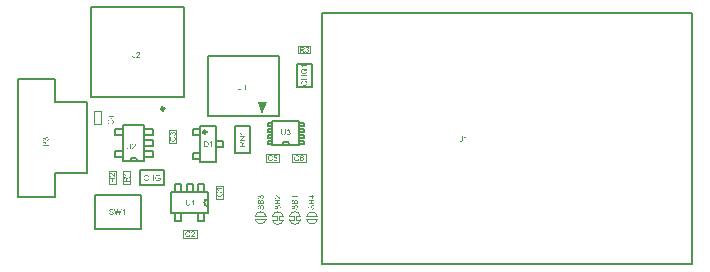
<source format=gbr>
%TF.GenerationSoftware,Altium Limited,Altium Designer,20.1.11 (218)*%
G04 Layer_Color=16776960*
%FSLAX26Y26*%
%MOIN*%
%TF.SameCoordinates,3C5C7FA7-1F59-4671-A418-6E2A2DAA0BFA*%
%TF.FilePolarity,Positive*%
%TF.FileFunction,Other,Top_Assembly*%
%TF.Part,Single*%
G01*
G75*
%TA.AperFunction,NonConductor*%
%ADD53C,0.007874*%
%ADD55C,0.010000*%
%ADD62C,0.004724*%
%ADD64C,0.005000*%
%ADD65C,0.003937*%
%ADD88C,0.011811*%
%ADD89C,0.001000*%
G36*
X845832Y528378D02*
X860832Y568378D01*
X830832D01*
X845832Y528378D01*
D02*
G37*
G36*
X713668Y278623D02*
X698682D01*
X698710Y278595D01*
X698820Y278456D01*
X698987Y278290D01*
X699181Y278013D01*
X699430Y277708D01*
X699707Y277321D01*
X700011Y276877D01*
X700316Y276379D01*
Y276351D01*
X700344Y276323D01*
X700455Y276157D01*
X700593Y275880D01*
X700759Y275548D01*
X700953Y275160D01*
X701147Y274745D01*
X701341Y274329D01*
X701507Y273913D01*
X699236D01*
Y273941D01*
X699181Y273997D01*
X699153Y274107D01*
X699070Y274246D01*
X698987Y274412D01*
X698876Y274606D01*
X698599Y275077D01*
X698294Y275631D01*
X697906Y276185D01*
X697463Y276767D01*
X696992Y277348D01*
X696965Y277376D01*
X696937Y277404D01*
X696854Y277487D01*
X696771Y277598D01*
X696494Y277847D01*
X696161Y278179D01*
X695773Y278512D01*
X695330Y278872D01*
X694887Y279176D01*
X694416Y279454D01*
Y280977D01*
X713668D01*
Y278623D01*
D02*
G37*
G36*
X707740Y269925D02*
X707906Y269869D01*
X708128Y269786D01*
X708377Y269703D01*
X708682Y269592D01*
X709014Y269454D01*
X709374Y269288D01*
X710150Y268900D01*
X710925Y268401D01*
X711313Y268096D01*
X711701Y267792D01*
X712033Y267459D01*
X712366Y267072D01*
X712393Y267044D01*
X712449Y266988D01*
X712504Y266850D01*
X712615Y266712D01*
X712754Y266490D01*
X712892Y266268D01*
X713030Y265964D01*
X713169Y265659D01*
X713335Y265299D01*
X713474Y264911D01*
X713612Y264495D01*
X713751Y264052D01*
X713861Y263581D01*
X713917Y263083D01*
X713972Y262557D01*
X714000Y262002D01*
Y261698D01*
X713972Y261476D01*
Y261227D01*
X713945Y260922D01*
X713889Y260590D01*
X713834Y260202D01*
X713695Y259399D01*
X713474Y258568D01*
X713169Y257737D01*
X712975Y257349D01*
X712754Y256961D01*
X712726Y256933D01*
X712698Y256878D01*
X712615Y256767D01*
X712504Y256656D01*
X712393Y256490D01*
X712227Y256296D01*
X712033Y256075D01*
X711812Y255853D01*
X711562Y255631D01*
X711313Y255382D01*
X710676Y254884D01*
X709928Y254413D01*
X709097Y253997D01*
X709069D01*
X708986Y253942D01*
X708848Y253914D01*
X708682Y253831D01*
X708460Y253776D01*
X708183Y253692D01*
X707878Y253582D01*
X707546Y253499D01*
X707186Y253416D01*
X706770Y253305D01*
X705912Y253166D01*
X704942Y253055D01*
X703945Y253000D01*
X703917D01*
X703806D01*
X703640D01*
X703446Y253028D01*
X703169D01*
X702892Y253055D01*
X702532Y253083D01*
X702172Y253138D01*
X701369Y253277D01*
X700482Y253471D01*
X699596Y253748D01*
X698737Y254136D01*
X698710Y254163D01*
X698626Y254191D01*
X698516Y254246D01*
X698377Y254357D01*
X698183Y254468D01*
X697962Y254607D01*
X697463Y254967D01*
X696909Y255438D01*
X696355Y255992D01*
X695801Y256629D01*
X695330Y257377D01*
X695303Y257404D01*
X695275Y257487D01*
X695219Y257598D01*
X695136Y257737D01*
X695053Y257958D01*
X694970Y258180D01*
X694859Y258457D01*
X694749Y258762D01*
X694638Y259094D01*
X694527Y259454D01*
X694361Y260230D01*
X694222Y261116D01*
X694167Y262030D01*
Y262307D01*
X694194Y262501D01*
X694222Y262750D01*
X694250Y263055D01*
X694278Y263360D01*
X694361Y263720D01*
X694527Y264468D01*
X694776Y265299D01*
X694942Y265714D01*
X695136Y266102D01*
X695386Y266490D01*
X695635Y266878D01*
X695663Y266905D01*
X695690Y266961D01*
X695773Y267072D01*
X695912Y267210D01*
X696050Y267349D01*
X696244Y267543D01*
X696466Y267736D01*
X696688Y267958D01*
X696965Y268180D01*
X697297Y268401D01*
X697629Y268651D01*
X697989Y268872D01*
X698405Y269066D01*
X698820Y269288D01*
X699264Y269454D01*
X699762Y269620D01*
X700344Y267127D01*
X700316D01*
X700261Y267099D01*
X700150Y267044D01*
X700011Y266988D01*
X699845Y266933D01*
X699624Y266850D01*
X699181Y266628D01*
X698682Y266351D01*
X698183Y266019D01*
X697712Y265603D01*
X697297Y265160D01*
X697241Y265105D01*
X697131Y264939D01*
X696992Y264662D01*
X696798Y264302D01*
X696632Y263831D01*
X696466Y263304D01*
X696355Y262667D01*
X696327Y261975D01*
Y261753D01*
X696355Y261615D01*
Y261421D01*
X696383Y261199D01*
X696466Y260673D01*
X696577Y260091D01*
X696771Y259482D01*
X697048Y258845D01*
X697408Y258263D01*
Y258235D01*
X697463Y258208D01*
X697602Y258014D01*
X697823Y257764D01*
X698156Y257460D01*
X698571Y257100D01*
X699042Y256767D01*
X699624Y256462D01*
X700261Y256185D01*
X700288D01*
X700344Y256158D01*
X700427Y256130D01*
X700566Y256102D01*
X700732Y256047D01*
X700926Y255992D01*
X701396Y255909D01*
X701951Y255798D01*
X702560Y255687D01*
X703225Y255631D01*
X703945Y255604D01*
X703973D01*
X704056D01*
X704194D01*
X704360D01*
X704554Y255631D01*
X704804D01*
X705081Y255659D01*
X705385Y255687D01*
X706050Y255770D01*
X706770Y255909D01*
X707490Y256075D01*
X708211Y256296D01*
X708238D01*
X708294Y256324D01*
X708377Y256379D01*
X708515Y256435D01*
X708848Y256601D01*
X709236Y256850D01*
X709679Y257155D01*
X710150Y257543D01*
X710565Y257986D01*
X710953Y258512D01*
Y258540D01*
X710981Y258595D01*
X711036Y258678D01*
X711091Y258789D01*
X711147Y258928D01*
X711230Y259094D01*
X711396Y259482D01*
X711562Y259980D01*
X711701Y260534D01*
X711812Y261144D01*
X711839Y261781D01*
Y261975D01*
X711812Y262141D01*
Y262335D01*
X711784Y262529D01*
X711673Y263027D01*
X711535Y263609D01*
X711313Y264191D01*
X711008Y264800D01*
X710842Y265105D01*
X710621Y265382D01*
X710593Y265410D01*
X710565Y265437D01*
X710482Y265520D01*
X710399Y265631D01*
X710260Y265742D01*
X710094Y265880D01*
X709928Y266047D01*
X709707Y266185D01*
X709457Y266351D01*
X709180Y266545D01*
X708903Y266712D01*
X708571Y266878D01*
X708211Y267016D01*
X707823Y267155D01*
X707407Y267293D01*
X706964Y267404D01*
X707601Y269952D01*
X707629D01*
X707740Y269925D01*
D02*
G37*
G36*
X599502Y138805D02*
X599751Y138778D01*
X600056Y138750D01*
X600361Y138722D01*
X600721Y138639D01*
X601469Y138473D01*
X602300Y138224D01*
X602715Y138058D01*
X603103Y137864D01*
X603491Y137614D01*
X603879Y137365D01*
X603906Y137337D01*
X603962Y137310D01*
X604072Y137227D01*
X604211Y137088D01*
X604349Y136950D01*
X604543Y136756D01*
X604737Y136534D01*
X604959Y136312D01*
X605180Y136036D01*
X605402Y135703D01*
X605651Y135371D01*
X605873Y135011D01*
X606067Y134595D01*
X606288Y134180D01*
X606455Y133736D01*
X606621Y133238D01*
X604128Y132656D01*
Y132684D01*
X604100Y132739D01*
X604045Y132850D01*
X603989Y132988D01*
X603934Y133155D01*
X603851Y133376D01*
X603629Y133820D01*
X603352Y134318D01*
X603020Y134817D01*
X602604Y135288D01*
X602161Y135703D01*
X602106Y135758D01*
X601939Y135869D01*
X601663Y136008D01*
X601302Y136202D01*
X600832Y136368D01*
X600305Y136534D01*
X599668Y136645D01*
X598976Y136673D01*
X598754D01*
X598615Y136645D01*
X598422D01*
X598200Y136617D01*
X597674Y136534D01*
X597092Y136423D01*
X596483Y136229D01*
X595846Y135952D01*
X595264Y135592D01*
X595236D01*
X595208Y135537D01*
X595014Y135398D01*
X594765Y135177D01*
X594461Y134844D01*
X594100Y134429D01*
X593768Y133958D01*
X593463Y133376D01*
X593186Y132739D01*
Y132712D01*
X593159Y132656D01*
X593131Y132573D01*
X593103Y132435D01*
X593048Y132268D01*
X592992Y132074D01*
X592909Y131603D01*
X592798Y131049D01*
X592688Y130440D01*
X592632Y129775D01*
X592605Y129055D01*
Y129027D01*
Y128944D01*
Y128806D01*
Y128640D01*
X592632Y128446D01*
Y128196D01*
X592660Y127919D01*
X592688Y127615D01*
X592771Y126950D01*
X592909Y126230D01*
X593076Y125510D01*
X593297Y124789D01*
Y124762D01*
X593325Y124706D01*
X593380Y124623D01*
X593436Y124485D01*
X593602Y124152D01*
X593851Y123764D01*
X594156Y123321D01*
X594544Y122850D01*
X594987Y122435D01*
X595513Y122047D01*
X595541D01*
X595596Y122019D01*
X595679Y121964D01*
X595790Y121909D01*
X595929Y121853D01*
X596095Y121770D01*
X596483Y121604D01*
X596981Y121438D01*
X597535Y121299D01*
X598145Y121188D01*
X598782Y121161D01*
X598976D01*
X599142Y121188D01*
X599336D01*
X599530Y121216D01*
X600028Y121327D01*
X600610Y121465D01*
X601192Y121687D01*
X601801Y121992D01*
X602106Y122158D01*
X602383Y122379D01*
X602410Y122407D01*
X602438Y122435D01*
X602521Y122518D01*
X602632Y122601D01*
X602743Y122740D01*
X602881Y122906D01*
X603048Y123072D01*
X603186Y123293D01*
X603352Y123543D01*
X603546Y123820D01*
X603712Y124097D01*
X603879Y124429D01*
X604017Y124789D01*
X604155Y125177D01*
X604294Y125593D01*
X604405Y126036D01*
X606953Y125399D01*
Y125371D01*
X606926Y125260D01*
X606870Y125094D01*
X606787Y124872D01*
X606704Y124623D01*
X606593Y124318D01*
X606455Y123986D01*
X606288Y123626D01*
X605901Y122850D01*
X605402Y122075D01*
X605097Y121687D01*
X604793Y121299D01*
X604460Y120967D01*
X604072Y120634D01*
X604045Y120607D01*
X603989Y120551D01*
X603851Y120496D01*
X603712Y120385D01*
X603491Y120246D01*
X603269Y120108D01*
X602964Y119969D01*
X602660Y119831D01*
X602300Y119665D01*
X601912Y119526D01*
X601496Y119388D01*
X601053Y119249D01*
X600582Y119138D01*
X600084Y119083D01*
X599557Y119028D01*
X599003Y119000D01*
X598699D01*
X598477Y119028D01*
X598228D01*
X597923Y119055D01*
X597591Y119111D01*
X597203Y119166D01*
X596399Y119305D01*
X595568Y119526D01*
X594737Y119831D01*
X594350Y120025D01*
X593962Y120246D01*
X593934Y120274D01*
X593879Y120302D01*
X593768Y120385D01*
X593657Y120496D01*
X593491Y120607D01*
X593297Y120773D01*
X593076Y120967D01*
X592854Y121188D01*
X592632Y121438D01*
X592383Y121687D01*
X591884Y122324D01*
X591413Y123072D01*
X590998Y123903D01*
Y123931D01*
X590943Y124014D01*
X590915Y124152D01*
X590832Y124318D01*
X590776Y124540D01*
X590693Y124817D01*
X590582Y125122D01*
X590499Y125454D01*
X590416Y125814D01*
X590306Y126230D01*
X590167Y127088D01*
X590056Y128058D01*
X590001Y129055D01*
Y129083D01*
Y129194D01*
Y129360D01*
X590029Y129554D01*
Y129831D01*
X590056Y130108D01*
X590084Y130468D01*
X590139Y130828D01*
X590278Y131631D01*
X590472Y132518D01*
X590749Y133404D01*
X591136Y134263D01*
X591164Y134290D01*
X591192Y134374D01*
X591247Y134484D01*
X591358Y134623D01*
X591469Y134817D01*
X591607Y135038D01*
X591967Y135537D01*
X592438Y136091D01*
X592992Y136645D01*
X593630Y137199D01*
X594377Y137670D01*
X594405Y137697D01*
X594488Y137725D01*
X594599Y137781D01*
X594737Y137864D01*
X594959Y137947D01*
X595181Y138030D01*
X595458Y138141D01*
X595762Y138251D01*
X596095Y138362D01*
X596455Y138473D01*
X597231Y138639D01*
X598117Y138778D01*
X599031Y138833D01*
X599308D01*
X599502Y138805D01*
D02*
G37*
G36*
X615928Y138556D02*
X616150Y138529D01*
X616427Y138501D01*
X616731Y138445D01*
X617036Y138390D01*
X617756Y138196D01*
X618476Y137919D01*
X618837Y137753D01*
X619197Y137559D01*
X619529Y137310D01*
X619834Y137033D01*
X619861Y137005D01*
X619917Y136977D01*
X619972Y136867D01*
X620083Y136756D01*
X620221Y136617D01*
X620360Y136423D01*
X620499Y136229D01*
X620665Y135980D01*
X620942Y135454D01*
X621219Y134789D01*
X621330Y134457D01*
X621385Y134069D01*
X621440Y133681D01*
X621468Y133266D01*
Y133210D01*
Y133072D01*
X621440Y132850D01*
X621413Y132545D01*
X621357Y132213D01*
X621246Y131825D01*
X621136Y131410D01*
X620969Y130994D01*
X620942Y130939D01*
X620886Y130800D01*
X620775Y130579D01*
X620609Y130274D01*
X620388Y129941D01*
X620111Y129526D01*
X619778Y129111D01*
X619390Y128640D01*
X619335Y128584D01*
X619197Y128418D01*
X619058Y128280D01*
X618920Y128141D01*
X618753Y127975D01*
X618532Y127753D01*
X618310Y127532D01*
X618033Y127282D01*
X617756Y127005D01*
X617424Y126701D01*
X617064Y126396D01*
X616676Y126036D01*
X616233Y125676D01*
X615789Y125288D01*
X615762Y125260D01*
X615706Y125205D01*
X615596Y125122D01*
X615457Y125011D01*
X615291Y124845D01*
X615097Y124678D01*
X614654Y124318D01*
X614183Y123903D01*
X613740Y123487D01*
X613352Y123127D01*
X613186Y122989D01*
X613047Y122850D01*
X613019Y122823D01*
X612936Y122740D01*
X612826Y122629D01*
X612687Y122463D01*
X612549Y122269D01*
X612382Y122075D01*
X612050Y121604D01*
X621496D01*
Y119332D01*
X608781D01*
Y119360D01*
Y119471D01*
Y119637D01*
X608809Y119859D01*
X608837Y120108D01*
X608892Y120385D01*
X608948Y120662D01*
X609058Y120967D01*
Y120994D01*
X609086Y121022D01*
X609141Y121188D01*
X609252Y121438D01*
X609418Y121770D01*
X609640Y122158D01*
X609917Y122601D01*
X610222Y123044D01*
X610610Y123515D01*
Y123543D01*
X610665Y123570D01*
X610803Y123737D01*
X611053Y123986D01*
X611413Y124346D01*
X611828Y124762D01*
X612355Y125260D01*
X612992Y125814D01*
X613684Y126396D01*
X613712Y126424D01*
X613823Y126507D01*
X613989Y126645D01*
X614183Y126811D01*
X614432Y127033D01*
X614737Y127282D01*
X615042Y127559D01*
X615402Y127864D01*
X616094Y128529D01*
X616787Y129194D01*
X617119Y129526D01*
X617424Y129858D01*
X617701Y130163D01*
X617922Y130468D01*
Y130495D01*
X617978Y130523D01*
X618033Y130606D01*
X618089Y130717D01*
X618283Y131022D01*
X618504Y131382D01*
X618698Y131825D01*
X618892Y132296D01*
X619003Y132822D01*
X619058Y133321D01*
Y133349D01*
Y133376D01*
X619030Y133542D01*
X619003Y133820D01*
X618920Y134124D01*
X618809Y134512D01*
X618615Y134900D01*
X618366Y135288D01*
X618033Y135675D01*
X617978Y135731D01*
X617839Y135842D01*
X617645Y135980D01*
X617341Y136174D01*
X616953Y136340D01*
X616510Y136506D01*
X615983Y136617D01*
X615402Y136645D01*
X615236D01*
X615125Y136617D01*
X614792Y136589D01*
X614404Y136506D01*
X613989Y136396D01*
X613518Y136202D01*
X613075Y135952D01*
X612659Y135620D01*
X612604Y135565D01*
X612493Y135426D01*
X612327Y135204D01*
X612161Y134872D01*
X611967Y134484D01*
X611801Y133986D01*
X611690Y133432D01*
X611635Y132795D01*
X609225Y133044D01*
Y133072D01*
X609252Y133155D01*
Y133293D01*
X609280Y133487D01*
X609335Y133709D01*
X609391Y133958D01*
X609474Y134263D01*
X609557Y134567D01*
X609779Y135232D01*
X610111Y135897D01*
X610305Y136229D01*
X610554Y136562D01*
X610803Y136867D01*
X611081Y137143D01*
X611108Y137171D01*
X611164Y137199D01*
X611247Y137282D01*
X611385Y137365D01*
X611551Y137476D01*
X611745Y137587D01*
X611967Y137725D01*
X612244Y137864D01*
X612549Y138002D01*
X612881Y138141D01*
X613241Y138251D01*
X613629Y138362D01*
X614044Y138445D01*
X614488Y138529D01*
X614958Y138556D01*
X615457Y138584D01*
X615734D01*
X615928Y138556D01*
D02*
G37*
G36*
X552432Y468661D02*
X552654Y468633D01*
X552903Y468578D01*
X553180Y468523D01*
X553485Y468467D01*
X554150Y468246D01*
X554510Y468079D01*
X554842Y467913D01*
X555202Y467692D01*
X555562Y467442D01*
X555923Y467165D01*
X556255Y466833D01*
X556283Y466805D01*
X556338Y466750D01*
X556421Y466639D01*
X556532Y466500D01*
X556670Y466334D01*
X556809Y466113D01*
X556975Y465863D01*
X557114Y465559D01*
X557280Y465254D01*
X557446Y464894D01*
X557585Y464534D01*
X557723Y464118D01*
X557834Y463675D01*
X557917Y463204D01*
X557972Y462733D01*
X558000Y462207D01*
Y461958D01*
X557972Y461791D01*
X557945Y461570D01*
X557917Y461321D01*
X557861Y461044D01*
X557806Y460739D01*
X557640Y460074D01*
X557363Y459382D01*
X557197Y459022D01*
X557003Y458689D01*
X556754Y458357D01*
X556504Y458024D01*
X556476Y457997D01*
X556421Y457941D01*
X556338Y457858D01*
X556227Y457775D01*
X556089Y457637D01*
X555895Y457498D01*
X555701Y457332D01*
X555452Y457166D01*
X555175Y456999D01*
X554898Y456833D01*
X554233Y456529D01*
X553457Y456279D01*
X553042Y456196D01*
X552598Y456141D01*
X552294Y458495D01*
X552322D01*
X552377Y458523D01*
X552488Y458551D01*
X552626Y458578D01*
X552792Y458606D01*
X552986Y458661D01*
X553402Y458800D01*
X553900Y458994D01*
X554371Y459243D01*
X554814Y459520D01*
X555202Y459853D01*
X555230Y459908D01*
X555341Y460019D01*
X555479Y460240D01*
X555618Y460517D01*
X555784Y460850D01*
X555923Y461265D01*
X556033Y461736D01*
X556061Y462235D01*
Y462401D01*
X556033Y462512D01*
X556006Y462816D01*
X555923Y463204D01*
X555784Y463647D01*
X555590Y464118D01*
X555313Y464589D01*
X554925Y465032D01*
X554870Y465088D01*
X554704Y465226D01*
X554454Y465392D01*
X554122Y465614D01*
X553707Y465836D01*
X553236Y466002D01*
X552682Y466140D01*
X552072Y466196D01*
X552044D01*
X551989D01*
X551906D01*
X551795Y466168D01*
X551490Y466140D01*
X551130Y466057D01*
X550687Y465947D01*
X550244Y465753D01*
X549801Y465476D01*
X549385Y465115D01*
X549330Y465060D01*
X549219Y464922D01*
X549053Y464700D01*
X548859Y464395D01*
X548665Y464007D01*
X548499Y463537D01*
X548388Y463010D01*
X548333Y462429D01*
Y462179D01*
X548360Y461985D01*
X548388Y461736D01*
X548443Y461459D01*
X548499Y461127D01*
X548582Y460767D01*
X546505Y461044D01*
Y461182D01*
X546532Y461293D01*
Y461653D01*
X546477Y461958D01*
X546421Y462318D01*
X546338Y462733D01*
X546200Y463204D01*
X546006Y463647D01*
X545757Y464118D01*
Y464146D01*
X545729Y464174D01*
X545618Y464312D01*
X545424Y464506D01*
X545175Y464728D01*
X544815Y464949D01*
X544399Y465143D01*
X543928Y465282D01*
X543651Y465337D01*
X543347D01*
X543319D01*
X543291D01*
X543125D01*
X542904Y465282D01*
X542599Y465226D01*
X542266Y465115D01*
X541906Y464977D01*
X541546Y464755D01*
X541214Y464451D01*
X541186Y464423D01*
X541075Y464284D01*
X540937Y464091D01*
X540771Y463841D01*
X540632Y463509D01*
X540494Y463121D01*
X540383Y462678D01*
X540355Y462179D01*
Y461958D01*
X540410Y461708D01*
X540466Y461376D01*
X540577Y461016D01*
X540715Y460656D01*
X540937Y460268D01*
X541214Y459908D01*
X541241Y459880D01*
X541380Y459769D01*
X541574Y459603D01*
X541851Y459409D01*
X542211Y459215D01*
X542654Y459022D01*
X543181Y458855D01*
X543790Y458745D01*
X543374Y456390D01*
X543347D01*
X543264Y456418D01*
X543153Y456445D01*
X542987Y456473D01*
X542793Y456529D01*
X542571Y456612D01*
X542045Y456778D01*
X541435Y457055D01*
X540826Y457387D01*
X540244Y457803D01*
X539718Y458329D01*
X539690Y458357D01*
X539663Y458412D01*
X539607Y458495D01*
X539524Y458606D01*
X539413Y458745D01*
X539303Y458938D01*
X539192Y459132D01*
X539053Y459382D01*
X538832Y459936D01*
X538610Y460573D01*
X538471Y461321D01*
X538416Y461708D01*
Y462401D01*
X538444Y462706D01*
X538499Y463066D01*
X538582Y463509D01*
X538721Y464007D01*
X538887Y464506D01*
X539109Y465005D01*
Y465032D01*
X539136Y465060D01*
X539219Y465226D01*
X539386Y465476D01*
X539580Y465753D01*
X539856Y466085D01*
X540161Y466417D01*
X540521Y466750D01*
X540937Y467027D01*
X540992Y467055D01*
X541131Y467138D01*
X541380Y467248D01*
X541685Y467387D01*
X542045Y467525D01*
X542460Y467636D01*
X542931Y467719D01*
X543402Y467747D01*
X543457D01*
X543624D01*
X543845Y467719D01*
X544150Y467664D01*
X544510Y467581D01*
X544898Y467442D01*
X545286Y467276D01*
X545673Y467055D01*
X545729Y467027D01*
X545840Y466944D01*
X546034Y466777D01*
X546255Y466556D01*
X546505Y466279D01*
X546782Y465947D01*
X547031Y465559D01*
X547280Y465088D01*
Y465115D01*
X547308Y465171D01*
X547336Y465254D01*
X547363Y465365D01*
X547474Y465670D01*
X547640Y466057D01*
X547862Y466500D01*
X548139Y466944D01*
X548499Y467359D01*
X548914Y467747D01*
X548970Y467775D01*
X549136Y467885D01*
X549413Y468052D01*
X549773Y468218D01*
X550216Y468384D01*
X550743Y468550D01*
X551352Y468661D01*
X552017Y468689D01*
X552044D01*
X552128D01*
X552266D01*
X552432Y468661D01*
D02*
G37*
G36*
X551740Y453925D02*
X551906Y453869D01*
X552128Y453786D01*
X552377Y453703D01*
X552682Y453592D01*
X553014Y453454D01*
X553374Y453288D01*
X554150Y452900D01*
X554925Y452401D01*
X555313Y452096D01*
X555701Y451792D01*
X556033Y451459D01*
X556366Y451072D01*
X556393Y451044D01*
X556449Y450988D01*
X556504Y450850D01*
X556615Y450712D01*
X556754Y450490D01*
X556892Y450268D01*
X557030Y449964D01*
X557169Y449659D01*
X557335Y449299D01*
X557474Y448911D01*
X557612Y448495D01*
X557751Y448052D01*
X557861Y447581D01*
X557917Y447083D01*
X557972Y446557D01*
X558000Y446002D01*
Y445698D01*
X557972Y445476D01*
Y445227D01*
X557945Y444922D01*
X557889Y444590D01*
X557834Y444202D01*
X557695Y443399D01*
X557474Y442568D01*
X557169Y441737D01*
X556975Y441349D01*
X556754Y440961D01*
X556726Y440933D01*
X556698Y440878D01*
X556615Y440767D01*
X556504Y440656D01*
X556393Y440490D01*
X556227Y440296D01*
X556033Y440075D01*
X555812Y439853D01*
X555562Y439632D01*
X555313Y439382D01*
X554676Y438884D01*
X553928Y438413D01*
X553097Y437997D01*
X553069D01*
X552986Y437942D01*
X552848Y437914D01*
X552682Y437831D01*
X552460Y437776D01*
X552183Y437692D01*
X551878Y437582D01*
X551546Y437499D01*
X551186Y437416D01*
X550770Y437305D01*
X549912Y437166D01*
X548942Y437055D01*
X547945Y437000D01*
X547917D01*
X547806D01*
X547640D01*
X547446Y437028D01*
X547169D01*
X546892Y437055D01*
X546532Y437083D01*
X546172Y437139D01*
X545369Y437277D01*
X544482Y437471D01*
X543596Y437748D01*
X542737Y438136D01*
X542710Y438163D01*
X542626Y438191D01*
X542516Y438247D01*
X542377Y438357D01*
X542183Y438468D01*
X541962Y438607D01*
X541463Y438967D01*
X540909Y439438D01*
X540355Y439992D01*
X539801Y440629D01*
X539330Y441377D01*
X539303Y441404D01*
X539275Y441487D01*
X539219Y441598D01*
X539136Y441737D01*
X539053Y441958D01*
X538970Y442180D01*
X538859Y442457D01*
X538749Y442762D01*
X538638Y443094D01*
X538527Y443454D01*
X538361Y444230D01*
X538222Y445116D01*
X538167Y446030D01*
Y446307D01*
X538194Y446501D01*
X538222Y446750D01*
X538250Y447055D01*
X538278Y447360D01*
X538361Y447720D01*
X538527Y448468D01*
X538776Y449299D01*
X538942Y449714D01*
X539136Y450102D01*
X539386Y450490D01*
X539635Y450878D01*
X539663Y450905D01*
X539690Y450961D01*
X539773Y451072D01*
X539912Y451210D01*
X540050Y451349D01*
X540244Y451543D01*
X540466Y451736D01*
X540688Y451958D01*
X540965Y452180D01*
X541297Y452401D01*
X541629Y452651D01*
X541989Y452872D01*
X542405Y453066D01*
X542820Y453288D01*
X543264Y453454D01*
X543762Y453620D01*
X544344Y451127D01*
X544316D01*
X544261Y451099D01*
X544150Y451044D01*
X544011Y450988D01*
X543845Y450933D01*
X543624Y450850D01*
X543181Y450628D01*
X542682Y450351D01*
X542183Y450019D01*
X541712Y449603D01*
X541297Y449160D01*
X541241Y449105D01*
X541131Y448939D01*
X540992Y448662D01*
X540798Y448302D01*
X540632Y447831D01*
X540466Y447304D01*
X540355Y446667D01*
X540327Y445975D01*
Y445753D01*
X540355Y445615D01*
Y445421D01*
X540383Y445199D01*
X540466Y444673D01*
X540577Y444091D01*
X540771Y443482D01*
X541048Y442845D01*
X541408Y442263D01*
Y442235D01*
X541463Y442208D01*
X541602Y442014D01*
X541823Y441764D01*
X542156Y441460D01*
X542571Y441100D01*
X543042Y440767D01*
X543624Y440462D01*
X544261Y440185D01*
X544288D01*
X544344Y440158D01*
X544427Y440130D01*
X544566Y440102D01*
X544732Y440047D01*
X544926Y439992D01*
X545396Y439909D01*
X545951Y439798D01*
X546560Y439687D01*
X547225Y439632D01*
X547945Y439604D01*
X547973D01*
X548056D01*
X548194D01*
X548360D01*
X548554Y439632D01*
X548804D01*
X549081Y439659D01*
X549385Y439687D01*
X550050Y439770D01*
X550770Y439909D01*
X551490Y440075D01*
X552211Y440296D01*
X552238D01*
X552294Y440324D01*
X552377Y440379D01*
X552515Y440435D01*
X552848Y440601D01*
X553236Y440850D01*
X553679Y441155D01*
X554150Y441543D01*
X554565Y441986D01*
X554953Y442512D01*
Y442540D01*
X554981Y442595D01*
X555036Y442678D01*
X555091Y442789D01*
X555147Y442928D01*
X555230Y443094D01*
X555396Y443482D01*
X555562Y443980D01*
X555701Y444534D01*
X555812Y445144D01*
X555839Y445781D01*
Y445975D01*
X555812Y446141D01*
Y446335D01*
X555784Y446529D01*
X555673Y447027D01*
X555535Y447609D01*
X555313Y448191D01*
X555008Y448800D01*
X554842Y449105D01*
X554621Y449382D01*
X554593Y449410D01*
X554565Y449437D01*
X554482Y449520D01*
X554399Y449631D01*
X554260Y449742D01*
X554094Y449880D01*
X553928Y450047D01*
X553707Y450185D01*
X553457Y450351D01*
X553180Y450545D01*
X552903Y450712D01*
X552571Y450878D01*
X552211Y451016D01*
X551823Y451155D01*
X551407Y451293D01*
X550964Y451404D01*
X551601Y453952D01*
X551629D01*
X551740Y453925D01*
D02*
G37*
G36*
X346069Y523002D02*
X350667D01*
Y520648D01*
X346069D01*
Y512310D01*
X343909D01*
X331499Y521091D01*
Y523002D01*
X343909D01*
Y525606D01*
X346069D01*
Y523002D01*
D02*
G37*
G36*
X344740Y510925D02*
X344906Y510870D01*
X345127Y510786D01*
X345377Y510703D01*
X345681Y510592D01*
X346014Y510454D01*
X346374Y510288D01*
X347149Y509900D01*
X347925Y509401D01*
X348313Y509097D01*
X348701Y508792D01*
X349033Y508460D01*
X349365Y508072D01*
X349393Y508044D01*
X349449Y507989D01*
X349504Y507850D01*
X349615Y507712D01*
X349753Y507490D01*
X349892Y507269D01*
X350030Y506964D01*
X350169Y506659D01*
X350335Y506299D01*
X350474Y505911D01*
X350612Y505496D01*
X350750Y505053D01*
X350861Y504582D01*
X350917Y504083D01*
X350972Y503557D01*
X351000Y503003D01*
Y502698D01*
X350972Y502476D01*
Y502227D01*
X350944Y501922D01*
X350889Y501590D01*
X350834Y501202D01*
X350695Y500399D01*
X350474Y499568D01*
X350169Y498737D01*
X349975Y498349D01*
X349753Y497961D01*
X349726Y497934D01*
X349698Y497878D01*
X349615Y497767D01*
X349504Y497657D01*
X349393Y497490D01*
X349227Y497296D01*
X349033Y497075D01*
X348812Y496853D01*
X348562Y496632D01*
X348313Y496382D01*
X347676Y495884D01*
X346928Y495413D01*
X346097Y494997D01*
X346069D01*
X345986Y494942D01*
X345848Y494914D01*
X345681Y494831D01*
X345460Y494776D01*
X345183Y494693D01*
X344878Y494582D01*
X344546Y494499D01*
X344186Y494416D01*
X343770Y494305D01*
X342911Y494166D01*
X341942Y494056D01*
X340945Y494000D01*
X340917D01*
X340806D01*
X340640D01*
X340446Y494028D01*
X340169D01*
X339892Y494056D01*
X339532Y494083D01*
X339172Y494139D01*
X338369Y494277D01*
X337482Y494471D01*
X336596Y494748D01*
X335737Y495136D01*
X335709Y495164D01*
X335626Y495191D01*
X335515Y495247D01*
X335377Y495358D01*
X335183Y495468D01*
X334962Y495607D01*
X334463Y495967D01*
X333909Y496438D01*
X333355Y496992D01*
X332801Y497629D01*
X332330Y498377D01*
X332302Y498404D01*
X332275Y498488D01*
X332219Y498598D01*
X332136Y498737D01*
X332053Y498959D01*
X331970Y499180D01*
X331859Y499457D01*
X331748Y499762D01*
X331637Y500094D01*
X331527Y500454D01*
X331361Y501230D01*
X331222Y502116D01*
X331167Y503030D01*
Y503307D01*
X331194Y503501D01*
X331222Y503751D01*
X331250Y504055D01*
X331277Y504360D01*
X331361Y504720D01*
X331527Y505468D01*
X331776Y506299D01*
X331942Y506714D01*
X332136Y507102D01*
X332385Y507490D01*
X332635Y507878D01*
X332662Y507906D01*
X332690Y507961D01*
X332773Y508072D01*
X332912Y508210D01*
X333050Y508349D01*
X333244Y508543D01*
X333466Y508737D01*
X333687Y508958D01*
X333964Y509180D01*
X334297Y509401D01*
X334629Y509651D01*
X334989Y509872D01*
X335405Y510066D01*
X335820Y510288D01*
X336263Y510454D01*
X336762Y510620D01*
X337344Y508127D01*
X337316D01*
X337261Y508099D01*
X337150Y508044D01*
X337011Y507989D01*
X336845Y507933D01*
X336623Y507850D01*
X336180Y507629D01*
X335682Y507352D01*
X335183Y507019D01*
X334712Y506604D01*
X334297Y506161D01*
X334241Y506105D01*
X334130Y505939D01*
X333992Y505662D01*
X333798Y505302D01*
X333632Y504831D01*
X333466Y504305D01*
X333355Y503668D01*
X333327Y502975D01*
Y502753D01*
X333355Y502615D01*
Y502421D01*
X333383Y502199D01*
X333466Y501673D01*
X333577Y501091D01*
X333770Y500482D01*
X334047Y499845D01*
X334408Y499263D01*
Y499236D01*
X334463Y499208D01*
X334601Y499014D01*
X334823Y498765D01*
X335155Y498460D01*
X335571Y498100D01*
X336042Y497767D01*
X336623Y497463D01*
X337261Y497186D01*
X337288D01*
X337344Y497158D01*
X337427Y497130D01*
X337565Y497103D01*
X337731Y497047D01*
X337925Y496992D01*
X338396Y496909D01*
X338950Y496798D01*
X339560Y496687D01*
X340224Y496632D01*
X340945Y496604D01*
X340972D01*
X341055D01*
X341194D01*
X341360D01*
X341554Y496632D01*
X341803D01*
X342080Y496659D01*
X342385Y496687D01*
X343050Y496770D01*
X343770Y496909D01*
X344490Y497075D01*
X345211Y497296D01*
X345238D01*
X345294Y497324D01*
X345377Y497380D01*
X345515Y497435D01*
X345848Y497601D01*
X346235Y497851D01*
X346679Y498155D01*
X347149Y498543D01*
X347565Y498986D01*
X347953Y499512D01*
Y499540D01*
X347981Y499596D01*
X348036Y499679D01*
X348091Y499789D01*
X348147Y499928D01*
X348230Y500094D01*
X348396Y500482D01*
X348562Y500981D01*
X348701Y501535D01*
X348812Y502144D01*
X348839Y502781D01*
Y502975D01*
X348812Y503141D01*
Y503335D01*
X348784Y503529D01*
X348673Y504028D01*
X348534Y504609D01*
X348313Y505191D01*
X348008Y505800D01*
X347842Y506105D01*
X347620Y506382D01*
X347593Y506410D01*
X347565Y506438D01*
X347482Y506521D01*
X347399Y506631D01*
X347260Y506742D01*
X347094Y506881D01*
X346928Y507047D01*
X346706Y507185D01*
X346457Y507352D01*
X346180Y507546D01*
X345903Y507712D01*
X345571Y507878D01*
X345211Y508016D01*
X344823Y508155D01*
X344407Y508293D01*
X343964Y508404D01*
X344601Y510953D01*
X344629D01*
X344740Y510925D01*
D02*
G37*
G36*
X874501Y391805D02*
X874750Y391778D01*
X875055Y391750D01*
X875360Y391722D01*
X875720Y391639D01*
X876468Y391473D01*
X877299Y391224D01*
X877714Y391058D01*
X878102Y390864D01*
X878490Y390614D01*
X878878Y390365D01*
X878905Y390337D01*
X878961Y390310D01*
X879072Y390227D01*
X879210Y390088D01*
X879349Y389950D01*
X879543Y389756D01*
X879736Y389534D01*
X879958Y389312D01*
X880180Y389036D01*
X880401Y388703D01*
X880650Y388371D01*
X880872Y388011D01*
X881066Y387595D01*
X881288Y387180D01*
X881454Y386736D01*
X881620Y386238D01*
X879127Y385656D01*
Y385684D01*
X879099Y385739D01*
X879044Y385850D01*
X878989Y385988D01*
X878933Y386155D01*
X878850Y386376D01*
X878628Y386820D01*
X878351Y387318D01*
X878019Y387817D01*
X877604Y388288D01*
X877160Y388703D01*
X877105Y388759D01*
X876939Y388869D01*
X876662Y389008D01*
X876302Y389202D01*
X875831Y389368D01*
X875304Y389534D01*
X874667Y389645D01*
X873975Y389673D01*
X873753D01*
X873615Y389645D01*
X873421D01*
X873199Y389617D01*
X872673Y389534D01*
X872091Y389423D01*
X871482Y389229D01*
X870845Y388952D01*
X870263Y388592D01*
X870235D01*
X870208Y388537D01*
X870014Y388398D01*
X869764Y388177D01*
X869460Y387844D01*
X869100Y387429D01*
X868767Y386958D01*
X868462Y386376D01*
X868186Y385739D01*
Y385712D01*
X868158Y385656D01*
X868130Y385573D01*
X868102Y385435D01*
X868047Y385268D01*
X867992Y385074D01*
X867909Y384603D01*
X867798Y384050D01*
X867687Y383440D01*
X867631Y382775D01*
X867604Y382055D01*
Y382027D01*
Y381944D01*
Y381806D01*
Y381640D01*
X867631Y381446D01*
Y381196D01*
X867659Y380919D01*
X867687Y380615D01*
X867770Y379950D01*
X867909Y379230D01*
X868075Y378510D01*
X868296Y377789D01*
Y377762D01*
X868324Y377706D01*
X868379Y377623D01*
X868435Y377485D01*
X868601Y377152D01*
X868850Y376764D01*
X869155Y376321D01*
X869543Y375850D01*
X869986Y375435D01*
X870512Y375047D01*
X870540D01*
X870595Y375019D01*
X870678Y374964D01*
X870789Y374909D01*
X870928Y374853D01*
X871094Y374770D01*
X871482Y374604D01*
X871980Y374438D01*
X872534Y374299D01*
X873144Y374188D01*
X873781Y374161D01*
X873975D01*
X874141Y374188D01*
X874335D01*
X874529Y374216D01*
X875027Y374327D01*
X875609Y374465D01*
X876191Y374687D01*
X876800Y374992D01*
X877105Y375158D01*
X877382Y375379D01*
X877410Y375407D01*
X877437Y375435D01*
X877520Y375518D01*
X877631Y375601D01*
X877742Y375740D01*
X877880Y375906D01*
X878047Y376072D01*
X878185Y376293D01*
X878351Y376543D01*
X878545Y376820D01*
X878712Y377097D01*
X878878Y377429D01*
X879016Y377789D01*
X879155Y378177D01*
X879293Y378593D01*
X879404Y379036D01*
X881952Y378399D01*
Y378371D01*
X881925Y378260D01*
X881869Y378094D01*
X881786Y377872D01*
X881703Y377623D01*
X881592Y377318D01*
X881454Y376986D01*
X881288Y376626D01*
X880900Y375850D01*
X880401Y375075D01*
X880096Y374687D01*
X879792Y374299D01*
X879459Y373967D01*
X879072Y373634D01*
X879044Y373607D01*
X878989Y373551D01*
X878850Y373496D01*
X878712Y373385D01*
X878490Y373247D01*
X878268Y373108D01*
X877964Y372969D01*
X877659Y372831D01*
X877299Y372665D01*
X876911Y372526D01*
X876495Y372388D01*
X876052Y372249D01*
X875581Y372139D01*
X875083Y372083D01*
X874557Y372028D01*
X874003Y372000D01*
X873698D01*
X873476Y372028D01*
X873227D01*
X872922Y372055D01*
X872590Y372111D01*
X872202Y372166D01*
X871399Y372305D01*
X870568Y372526D01*
X869737Y372831D01*
X869349Y373025D01*
X868961Y373247D01*
X868933Y373274D01*
X868878Y373302D01*
X868767Y373385D01*
X868656Y373496D01*
X868490Y373607D01*
X868296Y373773D01*
X868075Y373967D01*
X867853Y374188D01*
X867631Y374438D01*
X867382Y374687D01*
X866884Y375324D01*
X866413Y376072D01*
X865997Y376903D01*
Y376931D01*
X865942Y377014D01*
X865914Y377152D01*
X865831Y377318D01*
X865776Y377540D01*
X865692Y377817D01*
X865582Y378122D01*
X865499Y378454D01*
X865415Y378814D01*
X865305Y379230D01*
X865166Y380088D01*
X865055Y381058D01*
X865000Y382055D01*
Y382083D01*
Y382194D01*
Y382360D01*
X865028Y382554D01*
Y382831D01*
X865055Y383108D01*
X865083Y383468D01*
X865139Y383828D01*
X865277Y384631D01*
X865471Y385518D01*
X865748Y386404D01*
X866136Y387263D01*
X866163Y387290D01*
X866191Y387373D01*
X866246Y387484D01*
X866357Y387623D01*
X866468Y387817D01*
X866607Y388038D01*
X866967Y388537D01*
X867438Y389091D01*
X867992Y389645D01*
X868629Y390199D01*
X869377Y390670D01*
X869404Y390697D01*
X869487Y390725D01*
X869598Y390781D01*
X869737Y390864D01*
X869958Y390947D01*
X870180Y391030D01*
X870457Y391141D01*
X870762Y391252D01*
X871094Y391362D01*
X871454Y391473D01*
X872230Y391639D01*
X873116Y391778D01*
X874030Y391833D01*
X874307D01*
X874501Y391805D01*
D02*
G37*
G36*
X895913Y389008D02*
X888240D01*
X887215Y383828D01*
X887243Y383856D01*
X887298Y383883D01*
X887382Y383939D01*
X887520Y384022D01*
X887686Y384105D01*
X887880Y384216D01*
X888323Y384437D01*
X888877Y384659D01*
X889487Y384853D01*
X890152Y384991D01*
X890484Y385047D01*
X891093D01*
X891260Y385019D01*
X891481Y384991D01*
X891731Y384964D01*
X892008Y384908D01*
X892312Y384825D01*
X892977Y384631D01*
X893337Y384493D01*
X893697Y384299D01*
X894057Y384105D01*
X894417Y383883D01*
X894750Y383606D01*
X895082Y383302D01*
X895110Y383274D01*
X895165Y383219D01*
X895248Y383135D01*
X895359Y382997D01*
X895498Y382803D01*
X895636Y382609D01*
X895802Y382360D01*
X895969Y382083D01*
X896107Y381778D01*
X896273Y381446D01*
X896412Y381058D01*
X896550Y380670D01*
X896661Y380255D01*
X896744Y379784D01*
X896800Y379313D01*
X896827Y378814D01*
Y378786D01*
Y378703D01*
Y378565D01*
X896800Y378371D01*
X896772Y378149D01*
X896744Y377900D01*
X896689Y377595D01*
X896633Y377291D01*
X896467Y376570D01*
X896190Y375823D01*
X896024Y375435D01*
X895802Y375075D01*
X895581Y374687D01*
X895304Y374327D01*
X895276Y374299D01*
X895221Y374216D01*
X895110Y374105D01*
X894971Y373967D01*
X894778Y373800D01*
X894556Y373579D01*
X894279Y373385D01*
X893974Y373163D01*
X893642Y372942D01*
X893254Y372748D01*
X892838Y372554D01*
X892395Y372360D01*
X891924Y372222D01*
X891398Y372111D01*
X890844Y372028D01*
X890262Y372000D01*
X890013D01*
X889819Y372028D01*
X889598Y372055D01*
X889348Y372083D01*
X889044Y372111D01*
X888739Y372194D01*
X888046Y372360D01*
X887354Y372609D01*
X886994Y372776D01*
X886634Y372969D01*
X886301Y373191D01*
X885969Y373440D01*
X885941Y373468D01*
X885886Y373496D01*
X885830Y373607D01*
X885720Y373717D01*
X885581Y373856D01*
X885443Y374022D01*
X885276Y374244D01*
X885138Y374493D01*
X884972Y374742D01*
X884806Y375047D01*
X884501Y375712D01*
X884251Y376487D01*
X884168Y376903D01*
X884113Y377346D01*
X886578Y377540D01*
Y377512D01*
Y377457D01*
X886606Y377374D01*
X886634Y377235D01*
X886717Y376931D01*
X886828Y376515D01*
X886994Y376100D01*
X887215Y375629D01*
X887492Y375213D01*
X887825Y374825D01*
X887880Y374798D01*
X887991Y374687D01*
X888213Y374548D01*
X888517Y374382D01*
X888850Y374216D01*
X889265Y374077D01*
X889736Y373967D01*
X890262Y373939D01*
X890429D01*
X890539Y373967D01*
X890872Y373994D01*
X891260Y374105D01*
X891731Y374244D01*
X892201Y374465D01*
X892700Y374798D01*
X892922Y374992D01*
X893143Y375213D01*
X893171Y375241D01*
X893199Y375269D01*
X893254Y375352D01*
X893337Y375435D01*
X893531Y375740D01*
X893753Y376127D01*
X893947Y376598D01*
X894140Y377180D01*
X894279Y377872D01*
X894334Y378233D01*
Y378620D01*
Y378648D01*
Y378703D01*
Y378814D01*
X894307Y378953D01*
Y379119D01*
X894279Y379313D01*
X894196Y379756D01*
X894057Y380282D01*
X893863Y380809D01*
X893586Y381307D01*
X893199Y381778D01*
Y381806D01*
X893143Y381834D01*
X893005Y381972D01*
X892755Y382166D01*
X892423Y382387D01*
X891980Y382581D01*
X891481Y382775D01*
X890899Y382914D01*
X890567Y382969D01*
X890041D01*
X889819Y382942D01*
X889542Y382914D01*
X889210Y382831D01*
X888877Y382748D01*
X888517Y382609D01*
X888157Y382443D01*
X888130Y382415D01*
X888019Y382360D01*
X887852Y382221D01*
X887631Y382083D01*
X887409Y381889D01*
X887188Y381640D01*
X886938Y381390D01*
X886745Y381086D01*
X884529Y381390D01*
X886384Y391252D01*
X895913D01*
Y389008D01*
D02*
G37*
G36*
X979287Y391556D02*
X979481D01*
X979703Y391529D01*
X980229Y391418D01*
X980811Y391279D01*
X981420Y391058D01*
X982030Y390725D01*
X982334Y390531D01*
X982611Y390310D01*
X982639Y390282D01*
X982667Y390254D01*
X982750Y390171D01*
X982833Y390088D01*
X982971Y389950D01*
X983082Y389783D01*
X983387Y389396D01*
X983692Y388897D01*
X983969Y388288D01*
X984218Y387595D01*
X984384Y386820D01*
X982030Y386626D01*
Y386653D01*
X982002Y386681D01*
X981974Y386847D01*
X981891Y387096D01*
X981780Y387401D01*
X981669Y387734D01*
X981503Y388066D01*
X981309Y388371D01*
X981115Y388620D01*
X981060Y388675D01*
X980949Y388786D01*
X980755Y388952D01*
X980478Y389146D01*
X980118Y389312D01*
X979731Y389479D01*
X979260Y389589D01*
X978761Y389645D01*
X978567D01*
X978346Y389617D01*
X978096Y389562D01*
X977764Y389479D01*
X977431Y389368D01*
X977099Y389229D01*
X976767Y389008D01*
X976711Y388980D01*
X976573Y388869D01*
X976379Y388675D01*
X976130Y388398D01*
X975852Y388066D01*
X975548Y387678D01*
X975271Y387180D01*
X974994Y386626D01*
Y386598D01*
X974966Y386543D01*
X974938Y386459D01*
X974883Y386349D01*
X974855Y386182D01*
X974800Y385988D01*
X974745Y385767D01*
X974689Y385490D01*
X974606Y385185D01*
X974551Y384853D01*
X974495Y384493D01*
X974467Y384105D01*
X974412Y383662D01*
X974384Y383219D01*
X974357Y382720D01*
Y382221D01*
X974384Y382249D01*
X974495Y382415D01*
X974689Y382637D01*
X974938Y382914D01*
X975215Y383246D01*
X975576Y383551D01*
X975963Y383856D01*
X976407Y384133D01*
X976434D01*
X976462Y384160D01*
X976628Y384243D01*
X976877Y384327D01*
X977210Y384465D01*
X977598Y384576D01*
X978041Y384659D01*
X978512Y384742D01*
X979010Y384770D01*
X979232D01*
X979398Y384742D01*
X979620Y384714D01*
X979841Y384687D01*
X980118Y384631D01*
X980395Y384548D01*
X981032Y384354D01*
X981365Y384216D01*
X981697Y384022D01*
X982030Y383828D01*
X982390Y383606D01*
X982722Y383329D01*
X983027Y383025D01*
X983054Y382997D01*
X983110Y382942D01*
X983193Y382858D01*
X983276Y382720D01*
X983415Y382526D01*
X983553Y382332D01*
X983692Y382083D01*
X983858Y381806D01*
X984024Y381501D01*
X984163Y381169D01*
X984301Y380781D01*
X984439Y380393D01*
X984523Y379978D01*
X984606Y379507D01*
X984661Y379036D01*
X984689Y378537D01*
Y378510D01*
Y378454D01*
Y378371D01*
Y378233D01*
X984661Y378066D01*
Y377900D01*
X984578Y377457D01*
X984495Y376931D01*
X984356Y376377D01*
X984163Y375767D01*
X983885Y375185D01*
Y375158D01*
X983858Y375130D01*
X983802Y375047D01*
X983747Y374936D01*
X983581Y374659D01*
X983332Y374299D01*
X983027Y373911D01*
X982667Y373524D01*
X982223Y373136D01*
X981753Y372803D01*
X981725D01*
X981697Y372776D01*
X981614Y372720D01*
X981503Y372692D01*
X981226Y372554D01*
X980866Y372416D01*
X980395Y372249D01*
X979869Y372139D01*
X979287Y372028D01*
X978650Y372000D01*
X978512D01*
X978373Y372028D01*
X978152D01*
X977902Y372055D01*
X977625Y372111D01*
X977293Y372194D01*
X976961Y372277D01*
X976573Y372388D01*
X976185Y372526D01*
X975797Y372692D01*
X975382Y372914D01*
X974994Y373163D01*
X974606Y373440D01*
X974218Y373773D01*
X973858Y374161D01*
X973830Y374188D01*
X973775Y374271D01*
X973692Y374382D01*
X973581Y374576D01*
X973415Y374825D01*
X973276Y375102D01*
X973110Y375462D01*
X972944Y375850D01*
X972750Y376321D01*
X972584Y376848D01*
X972445Y377429D01*
X972307Y378066D01*
X972168Y378786D01*
X972085Y379562D01*
X972030Y380393D01*
X972002Y381279D01*
Y381307D01*
Y381335D01*
Y381418D01*
Y381529D01*
X972030Y381806D01*
Y382194D01*
X972058Y382637D01*
X972113Y383163D01*
X972168Y383745D01*
X972251Y384382D01*
X972362Y385019D01*
X972501Y385712D01*
X972667Y386376D01*
X972861Y387041D01*
X973110Y387678D01*
X973387Y388288D01*
X973692Y388869D01*
X974052Y389368D01*
X974080Y389396D01*
X974135Y389451D01*
X974246Y389562D01*
X974384Y389728D01*
X974551Y389894D01*
X974772Y390060D01*
X975049Y390282D01*
X975326Y390476D01*
X975659Y390670D01*
X976019Y390891D01*
X976434Y391058D01*
X976850Y391252D01*
X977321Y391390D01*
X977819Y391501D01*
X978346Y391556D01*
X978899Y391584D01*
X979121D01*
X979287Y391556D01*
D02*
G37*
G36*
X962501Y391805D02*
X962750Y391778D01*
X963055Y391750D01*
X963360Y391722D01*
X963720Y391639D01*
X964468Y391473D01*
X965299Y391224D01*
X965714Y391058D01*
X966102Y390864D01*
X966490Y390614D01*
X966878Y390365D01*
X966905Y390337D01*
X966961Y390310D01*
X967072Y390227D01*
X967210Y390088D01*
X967349Y389950D01*
X967543Y389756D01*
X967736Y389534D01*
X967958Y389312D01*
X968180Y389036D01*
X968401Y388703D01*
X968650Y388371D01*
X968872Y388011D01*
X969066Y387595D01*
X969288Y387180D01*
X969454Y386736D01*
X969620Y386238D01*
X967127Y385656D01*
Y385684D01*
X967099Y385739D01*
X967044Y385850D01*
X966989Y385988D01*
X966933Y386155D01*
X966850Y386376D01*
X966628Y386820D01*
X966351Y387318D01*
X966019Y387817D01*
X965604Y388288D01*
X965160Y388703D01*
X965105Y388759D01*
X964939Y388869D01*
X964662Y389008D01*
X964302Y389202D01*
X963831Y389368D01*
X963304Y389534D01*
X962667Y389645D01*
X961975Y389673D01*
X961753D01*
X961615Y389645D01*
X961421D01*
X961199Y389617D01*
X960673Y389534D01*
X960091Y389423D01*
X959482Y389229D01*
X958845Y388952D01*
X958263Y388592D01*
X958235D01*
X958208Y388537D01*
X958014Y388398D01*
X957764Y388177D01*
X957460Y387844D01*
X957100Y387429D01*
X956767Y386958D01*
X956462Y386376D01*
X956186Y385739D01*
Y385712D01*
X956158Y385656D01*
X956130Y385573D01*
X956102Y385435D01*
X956047Y385268D01*
X955992Y385074D01*
X955909Y384603D01*
X955798Y384050D01*
X955687Y383440D01*
X955631Y382775D01*
X955604Y382055D01*
Y382027D01*
Y381944D01*
Y381806D01*
Y381640D01*
X955631Y381446D01*
Y381196D01*
X955659Y380919D01*
X955687Y380615D01*
X955770Y379950D01*
X955909Y379230D01*
X956075Y378510D01*
X956296Y377789D01*
Y377762D01*
X956324Y377706D01*
X956379Y377623D01*
X956435Y377485D01*
X956601Y377152D01*
X956850Y376764D01*
X957155Y376321D01*
X957543Y375850D01*
X957986Y375435D01*
X958512Y375047D01*
X958540D01*
X958595Y375019D01*
X958678Y374964D01*
X958789Y374909D01*
X958928Y374853D01*
X959094Y374770D01*
X959482Y374604D01*
X959980Y374438D01*
X960534Y374299D01*
X961144Y374188D01*
X961781Y374161D01*
X961975D01*
X962141Y374188D01*
X962335D01*
X962529Y374216D01*
X963027Y374327D01*
X963609Y374465D01*
X964191Y374687D01*
X964800Y374992D01*
X965105Y375158D01*
X965382Y375379D01*
X965410Y375407D01*
X965437Y375435D01*
X965520Y375518D01*
X965631Y375601D01*
X965742Y375740D01*
X965880Y375906D01*
X966047Y376072D01*
X966185Y376293D01*
X966351Y376543D01*
X966545Y376820D01*
X966712Y377097D01*
X966878Y377429D01*
X967016Y377789D01*
X967155Y378177D01*
X967293Y378593D01*
X967404Y379036D01*
X969952Y378399D01*
Y378371D01*
X969925Y378260D01*
X969869Y378094D01*
X969786Y377872D01*
X969703Y377623D01*
X969592Y377318D01*
X969454Y376986D01*
X969288Y376626D01*
X968900Y375850D01*
X968401Y375075D01*
X968096Y374687D01*
X967792Y374299D01*
X967459Y373967D01*
X967072Y373634D01*
X967044Y373607D01*
X966989Y373551D01*
X966850Y373496D01*
X966712Y373385D01*
X966490Y373247D01*
X966268Y373108D01*
X965964Y372969D01*
X965659Y372831D01*
X965299Y372665D01*
X964911Y372526D01*
X964495Y372388D01*
X964052Y372249D01*
X963581Y372139D01*
X963083Y372083D01*
X962557Y372028D01*
X962003Y372000D01*
X961698D01*
X961476Y372028D01*
X961227D01*
X960922Y372055D01*
X960590Y372111D01*
X960202Y372166D01*
X959399Y372305D01*
X958568Y372526D01*
X957737Y372831D01*
X957349Y373025D01*
X956961Y373247D01*
X956933Y373274D01*
X956878Y373302D01*
X956767Y373385D01*
X956656Y373496D01*
X956490Y373607D01*
X956296Y373773D01*
X956075Y373967D01*
X955853Y374188D01*
X955631Y374438D01*
X955382Y374687D01*
X954884Y375324D01*
X954413Y376072D01*
X953997Y376903D01*
Y376931D01*
X953942Y377014D01*
X953914Y377152D01*
X953831Y377318D01*
X953776Y377540D01*
X953692Y377817D01*
X953582Y378122D01*
X953499Y378454D01*
X953415Y378814D01*
X953305Y379230D01*
X953166Y380088D01*
X953055Y381058D01*
X953000Y382055D01*
Y382083D01*
Y382194D01*
Y382360D01*
X953028Y382554D01*
Y382831D01*
X953055Y383108D01*
X953083Y383468D01*
X953139Y383828D01*
X953277Y384631D01*
X953471Y385518D01*
X953748Y386404D01*
X954136Y387263D01*
X954163Y387290D01*
X954191Y387373D01*
X954246Y387484D01*
X954357Y387623D01*
X954468Y387817D01*
X954607Y388038D01*
X954967Y388537D01*
X955438Y389091D01*
X955992Y389645D01*
X956629Y390199D01*
X957377Y390670D01*
X957404Y390697D01*
X957487Y390725D01*
X957598Y390781D01*
X957737Y390864D01*
X957958Y390947D01*
X958180Y391030D01*
X958457Y391141D01*
X958762Y391252D01*
X959094Y391362D01*
X959454Y391473D01*
X960230Y391639D01*
X961116Y391778D01*
X962030Y391833D01*
X962307D01*
X962501Y391805D01*
D02*
G37*
G36*
X460501Y325473D02*
X460750Y325445D01*
X461055Y325418D01*
X461360Y325390D01*
X461720Y325307D01*
X462468Y325141D01*
X463299Y324891D01*
X463714Y324725D01*
X464102Y324531D01*
X464490Y324282D01*
X464878Y324033D01*
X464905Y324005D01*
X464961Y323977D01*
X465072Y323894D01*
X465210Y323756D01*
X465349Y323617D01*
X465543Y323423D01*
X465736Y323202D01*
X465958Y322980D01*
X466180Y322703D01*
X466401Y322371D01*
X466651Y322038D01*
X466872Y321678D01*
X467066Y321263D01*
X467288Y320847D01*
X467454Y320404D01*
X467620Y319905D01*
X465127Y319324D01*
Y319351D01*
X465099Y319407D01*
X465044Y319518D01*
X464988Y319656D01*
X464933Y319822D01*
X464850Y320044D01*
X464628Y320487D01*
X464351Y320986D01*
X464019Y321484D01*
X463603Y321955D01*
X463160Y322371D01*
X463105Y322426D01*
X462939Y322537D01*
X462662Y322675D01*
X462302Y322869D01*
X461831Y323036D01*
X461304Y323202D01*
X460667Y323312D01*
X459975Y323340D01*
X459753D01*
X459615Y323312D01*
X459421D01*
X459199Y323285D01*
X458673Y323202D01*
X458091Y323091D01*
X457482Y322897D01*
X456845Y322620D01*
X456263Y322260D01*
X456235D01*
X456208Y322204D01*
X456014Y322066D01*
X455764Y321844D01*
X455460Y321512D01*
X455100Y321096D01*
X454767Y320626D01*
X454462Y320044D01*
X454185Y319407D01*
Y319379D01*
X454158Y319324D01*
X454130Y319241D01*
X454102Y319102D01*
X454047Y318936D01*
X453992Y318742D01*
X453909Y318271D01*
X453798Y317717D01*
X453687Y317108D01*
X453632Y316443D01*
X453604Y315723D01*
Y315695D01*
Y315612D01*
Y315473D01*
Y315307D01*
X453632Y315113D01*
Y314864D01*
X453659Y314587D01*
X453687Y314282D01*
X453770Y313618D01*
X453909Y312897D01*
X454075Y312177D01*
X454296Y311457D01*
Y311429D01*
X454324Y311374D01*
X454379Y311291D01*
X454435Y311152D01*
X454601Y310820D01*
X454850Y310432D01*
X455155Y309989D01*
X455543Y309518D01*
X455986Y309102D01*
X456512Y308715D01*
X456540D01*
X456595Y308687D01*
X456678Y308632D01*
X456789Y308576D01*
X456928Y308521D01*
X457094Y308438D01*
X457482Y308271D01*
X457980Y308105D01*
X458534Y307967D01*
X459144Y307856D01*
X459781Y307828D01*
X459975D01*
X460141Y307856D01*
X460335D01*
X460529Y307884D01*
X461027Y307994D01*
X461609Y308133D01*
X462191Y308354D01*
X462800Y308659D01*
X463105Y308825D01*
X463382Y309047D01*
X463410Y309075D01*
X463437Y309102D01*
X463520Y309185D01*
X463631Y309269D01*
X463742Y309407D01*
X463880Y309573D01*
X464047Y309740D01*
X464185Y309961D01*
X464351Y310210D01*
X464545Y310487D01*
X464712Y310764D01*
X464878Y311097D01*
X465016Y311457D01*
X465155Y311845D01*
X465293Y312260D01*
X465404Y312703D01*
X467952Y312066D01*
Y312039D01*
X467925Y311928D01*
X467869Y311762D01*
X467786Y311540D01*
X467703Y311291D01*
X467592Y310986D01*
X467454Y310654D01*
X467288Y310293D01*
X466900Y309518D01*
X466401Y308742D01*
X466096Y308354D01*
X465792Y307967D01*
X465459Y307634D01*
X465072Y307302D01*
X465044Y307274D01*
X464988Y307219D01*
X464850Y307163D01*
X464712Y307053D01*
X464490Y306914D01*
X464268Y306776D01*
X463964Y306637D01*
X463659Y306499D01*
X463299Y306332D01*
X462911Y306194D01*
X462495Y306055D01*
X462052Y305917D01*
X461581Y305806D01*
X461083Y305751D01*
X460557Y305695D01*
X460002Y305668D01*
X459698D01*
X459476Y305695D01*
X459227D01*
X458922Y305723D01*
X458590Y305778D01*
X458202Y305834D01*
X457399Y305972D01*
X456568Y306194D01*
X455737Y306499D01*
X455349Y306692D01*
X454961Y306914D01*
X454933Y306942D01*
X454878Y306969D01*
X454767Y307053D01*
X454656Y307163D01*
X454490Y307274D01*
X454296Y307440D01*
X454075Y307634D01*
X453853Y307856D01*
X453632Y308105D01*
X453382Y308354D01*
X452884Y308992D01*
X452413Y309740D01*
X451997Y310570D01*
Y310598D01*
X451942Y310681D01*
X451914Y310820D01*
X451831Y310986D01*
X451776Y311208D01*
X451692Y311485D01*
X451582Y311789D01*
X451499Y312122D01*
X451416Y312482D01*
X451305Y312897D01*
X451166Y313756D01*
X451055Y314726D01*
X451000Y315723D01*
Y315750D01*
Y315861D01*
Y316027D01*
X451028Y316221D01*
Y316498D01*
X451055Y316775D01*
X451083Y317135D01*
X451139Y317495D01*
X451277Y318299D01*
X451471Y319185D01*
X451748Y320072D01*
X452136Y320930D01*
X452163Y320958D01*
X452191Y321041D01*
X452247Y321152D01*
X452357Y321290D01*
X452468Y321484D01*
X452607Y321706D01*
X452967Y322204D01*
X453438Y322759D01*
X453992Y323312D01*
X454629Y323866D01*
X455377Y324337D01*
X455404Y324365D01*
X455487Y324393D01*
X455598Y324448D01*
X455737Y324531D01*
X455958Y324614D01*
X456180Y324697D01*
X456457Y324808D01*
X456762Y324919D01*
X457094Y325030D01*
X457454Y325141D01*
X458230Y325307D01*
X459116Y325445D01*
X460030Y325501D01*
X460307D01*
X460501Y325473D01*
D02*
G37*
G36*
X499863D02*
X500084D01*
X500611Y325418D01*
X501192Y325335D01*
X501802Y325196D01*
X502467Y325030D01*
X503104Y324808D01*
X503131D01*
X503187Y324781D01*
X503270Y324753D01*
X503381Y324697D01*
X503685Y324531D01*
X504073Y324337D01*
X504489Y324060D01*
X504932Y323728D01*
X505347Y323368D01*
X505735Y322925D01*
X505791Y322869D01*
X505901Y322703D01*
X506068Y322454D01*
X506289Y322094D01*
X506511Y321651D01*
X506760Y321096D01*
X507009Y320487D01*
X507203Y319795D01*
X504904Y319185D01*
Y319213D01*
X504877Y319241D01*
X504849Y319324D01*
X504821Y319435D01*
X504738Y319684D01*
X504627Y320016D01*
X504461Y320404D01*
X504267Y320764D01*
X504073Y321152D01*
X503824Y321484D01*
X503796Y321512D01*
X503713Y321623D01*
X503547Y321761D01*
X503353Y321955D01*
X503104Y322177D01*
X502771Y322398D01*
X502411Y322620D01*
X501996Y322814D01*
X501940Y322842D01*
X501802Y322897D01*
X501553Y322980D01*
X501220Y323091D01*
X500832Y323174D01*
X500389Y323257D01*
X499890Y323312D01*
X499364Y323340D01*
X499060D01*
X498921Y323312D01*
X498755D01*
X498339Y323285D01*
X497868Y323202D01*
X497342Y323119D01*
X496844Y322980D01*
X496345Y322786D01*
X496289Y322759D01*
X496123Y322703D01*
X495902Y322565D01*
X495625Y322426D01*
X495292Y322204D01*
X494932Y321983D01*
X494600Y321706D01*
X494295Y321401D01*
X494267Y321373D01*
X494157Y321263D01*
X494018Y321069D01*
X493852Y320847D01*
X493658Y320570D01*
X493464Y320238D01*
X493270Y319878D01*
X493076Y319490D01*
Y319462D01*
X493049Y319407D01*
X493021Y319324D01*
X492966Y319185D01*
X492910Y319019D01*
X492855Y318825D01*
X492772Y318603D01*
X492716Y318354D01*
X492578Y317772D01*
X492467Y317108D01*
X492384Y316415D01*
X492356Y315640D01*
Y315612D01*
Y315529D01*
Y315390D01*
X492384Y315224D01*
Y315002D01*
X492411Y314726D01*
X492439Y314449D01*
X492467Y314144D01*
X492578Y313451D01*
X492716Y312731D01*
X492938Y312011D01*
X493215Y311318D01*
Y311291D01*
X493270Y311235D01*
X493298Y311152D01*
X493381Y311041D01*
X493575Y310737D01*
X493880Y310349D01*
X494240Y309933D01*
X494683Y309518D01*
X495209Y309130D01*
X495791Y308770D01*
X495819D01*
X495874Y308742D01*
X495957Y308687D01*
X496096Y308632D01*
X496234Y308576D01*
X496428Y308521D01*
X496871Y308354D01*
X497425Y308216D01*
X498035Y308077D01*
X498699Y307967D01*
X499392Y307939D01*
X499669D01*
X499835Y307967D01*
X500001D01*
X500417Y308022D01*
X500915Y308077D01*
X501442Y308188D01*
X502023Y308354D01*
X502605Y308548D01*
X502633D01*
X502688Y308576D01*
X502744Y308604D01*
X502854Y308659D01*
X503159Y308798D01*
X503491Y308964D01*
X503879Y309158D01*
X504295Y309379D01*
X504683Y309629D01*
X505015Y309906D01*
Y313507D01*
X499364D01*
Y315778D01*
X507508D01*
Y308659D01*
X507480Y308632D01*
X507425Y308604D01*
X507314Y308521D01*
X507176Y308410D01*
X507009Y308299D01*
X506815Y308161D01*
X506566Y307994D01*
X506317Y307828D01*
X505735Y307468D01*
X505070Y307080D01*
X504378Y306720D01*
X503630Y306416D01*
X503602D01*
X503547Y306388D01*
X503436Y306360D01*
X503298Y306305D01*
X503104Y306249D01*
X502882Y306166D01*
X502633Y306111D01*
X502384Y306055D01*
X501774Y305917D01*
X501082Y305778D01*
X500334Y305695D01*
X499558Y305668D01*
X499281D01*
X499087Y305695D01*
X498838D01*
X498533Y305723D01*
X498201Y305778D01*
X497841Y305806D01*
X497037Y305972D01*
X496179Y306166D01*
X495292Y306471D01*
X494849Y306637D01*
X494406Y306859D01*
X494378Y306886D01*
X494295Y306914D01*
X494184Y306997D01*
X494018Y307080D01*
X493824Y307219D01*
X493630Y307357D01*
X493104Y307745D01*
X492550Y308244D01*
X491968Y308853D01*
X491414Y309546D01*
X490916Y310349D01*
Y310377D01*
X490860Y310460D01*
X490805Y310570D01*
X490722Y310764D01*
X490639Y310958D01*
X490556Y311235D01*
X490445Y311512D01*
X490334Y311845D01*
X490223Y312205D01*
X490112Y312620D01*
X490029Y313036D01*
X489946Y313479D01*
X489808Y314449D01*
X489752Y315473D01*
Y315501D01*
Y315612D01*
Y315750D01*
X489780Y315944D01*
Y316194D01*
X489808Y316498D01*
X489863Y316803D01*
X489891Y317163D01*
X489974Y317551D01*
X490029Y317966D01*
X490251Y318853D01*
X490528Y319767D01*
X490916Y320681D01*
X490943Y320709D01*
X490971Y320792D01*
X491026Y320903D01*
X491137Y321069D01*
X491248Y321290D01*
X491387Y321512D01*
X491774Y322038D01*
X492245Y322648D01*
X492827Y323229D01*
X493492Y323811D01*
X493880Y324060D01*
X494267Y324310D01*
X494295Y324337D01*
X494378Y324365D01*
X494489Y324421D01*
X494655Y324504D01*
X494877Y324587D01*
X495126Y324697D01*
X495403Y324808D01*
X495736Y324919D01*
X496096Y325030D01*
X496483Y325113D01*
X496899Y325224D01*
X497342Y325307D01*
X498312Y325445D01*
X498810Y325501D01*
X499697D01*
X499863Y325473D01*
D02*
G37*
G36*
X486179Y306000D02*
X483631D01*
Y315030D01*
X473714D01*
Y306000D01*
X471166D01*
Y325168D01*
X473714D01*
Y317302D01*
X483631D01*
Y325168D01*
X486179D01*
Y306000D01*
D02*
G37*
G36*
X679230Y419000D02*
X676875D01*
Y433986D01*
X676847Y433958D01*
X676709Y433847D01*
X676543Y433681D01*
X676266Y433487D01*
X675961Y433238D01*
X675573Y432961D01*
X675130Y432656D01*
X674631Y432352D01*
X674604D01*
X674576Y432324D01*
X674410Y432213D01*
X674133Y432075D01*
X673801Y431908D01*
X673413Y431714D01*
X672997Y431521D01*
X672582Y431327D01*
X672166Y431161D01*
Y433432D01*
X672194D01*
X672249Y433487D01*
X672360Y433515D01*
X672499Y433598D01*
X672665Y433681D01*
X672859Y433792D01*
X673330Y434069D01*
X673884Y434374D01*
X674438Y434762D01*
X675019Y435205D01*
X675601Y435676D01*
X675629Y435703D01*
X675656Y435731D01*
X675740Y435814D01*
X675850Y435897D01*
X676100Y436174D01*
X676432Y436507D01*
X676764Y436894D01*
X677125Y437338D01*
X677429Y437781D01*
X677706Y438252D01*
X679230D01*
Y419000D01*
D02*
G37*
G36*
X659867Y438141D02*
X660421Y438113D01*
X660975Y438058D01*
X661529Y437975D01*
X662000Y437892D01*
X662028D01*
X662083Y437864D01*
X662167D01*
X662277Y437808D01*
X662582Y437725D01*
X662970Y437587D01*
X663413Y437393D01*
X663884Y437144D01*
X664355Y436867D01*
X664798Y436507D01*
X664826Y436479D01*
X664853Y436451D01*
X664937Y436368D01*
X665047Y436285D01*
X665324Y436008D01*
X665657Y435620D01*
X666017Y435149D01*
X666405Y434595D01*
X666765Y433958D01*
X667069Y433238D01*
Y433210D01*
X667097Y433155D01*
X667153Y433044D01*
X667180Y432878D01*
X667263Y432684D01*
X667319Y432462D01*
X667374Y432213D01*
X667457Y431908D01*
X667540Y431604D01*
X667596Y431244D01*
X667734Y430468D01*
X667817Y429609D01*
X667845Y428668D01*
Y428640D01*
Y428584D01*
Y428446D01*
Y428307D01*
X667817Y428113D01*
Y427892D01*
X667790Y427366D01*
X667707Y426756D01*
X667623Y426119D01*
X667485Y425454D01*
X667319Y424789D01*
Y424762D01*
X667291Y424706D01*
X667263Y424623D01*
X667236Y424512D01*
X667125Y424208D01*
X666959Y423820D01*
X666792Y423377D01*
X666571Y422934D01*
X666294Y422463D01*
X666017Y422019D01*
X665989Y421964D01*
X665878Y421826D01*
X665712Y421632D01*
X665490Y421382D01*
X665241Y421105D01*
X664937Y420828D01*
X664632Y420524D01*
X664272Y420274D01*
X664216Y420247D01*
X664106Y420164D01*
X663912Y420053D01*
X663635Y419914D01*
X663302Y419748D01*
X662914Y419610D01*
X662471Y419443D01*
X661973Y419305D01*
X661917D01*
X661834Y419277D01*
X661751Y419250D01*
X661474Y419222D01*
X661086Y419166D01*
X660643Y419111D01*
X660117Y419056D01*
X659535Y419028D01*
X658898Y419000D01*
X652001D01*
Y438169D01*
X659369D01*
X659867Y438141D01*
D02*
G37*
G36*
X1514609Y442094D02*
Y442066D01*
Y441983D01*
Y441872D01*
Y441706D01*
X1514581Y441485D01*
Y441263D01*
X1514526Y440737D01*
X1514471Y440127D01*
X1514360Y439490D01*
X1514194Y438909D01*
X1514000Y438354D01*
Y438327D01*
X1513972Y438299D01*
X1513889Y438133D01*
X1513750Y437911D01*
X1513556Y437607D01*
X1513280Y437302D01*
X1512975Y436969D01*
X1512587Y436637D01*
X1512144Y436360D01*
X1512088Y436332D01*
X1511922Y436249D01*
X1511673Y436139D01*
X1511313Y436028D01*
X1510870Y435889D01*
X1510371Y435778D01*
X1509817Y435695D01*
X1509208Y435668D01*
X1508958D01*
X1508792Y435695D01*
X1508571Y435723D01*
X1508349Y435751D01*
X1507767Y435861D01*
X1507158Y436028D01*
X1506521Y436277D01*
X1506188Y436443D01*
X1505884Y436637D01*
X1505607Y436859D01*
X1505330Y437108D01*
X1505302Y437136D01*
X1505274Y437163D01*
X1505219Y437274D01*
X1505136Y437385D01*
X1505025Y437524D01*
X1504914Y437717D01*
X1504803Y437939D01*
X1504665Y438188D01*
X1504554Y438465D01*
X1504443Y438798D01*
X1504332Y439130D01*
X1504222Y439518D01*
X1504166Y439933D01*
X1504083Y440404D01*
X1504055Y440875D01*
Y441401D01*
X1506354Y441734D01*
Y441706D01*
Y441651D01*
Y441540D01*
X1506382Y441374D01*
X1506410Y441208D01*
Y441014D01*
X1506493Y440543D01*
X1506576Y440044D01*
X1506742Y439546D01*
X1506909Y439102D01*
X1507019Y438909D01*
X1507158Y438742D01*
X1507186Y438715D01*
X1507296Y438632D01*
X1507463Y438493D01*
X1507684Y438354D01*
X1507989Y438188D01*
X1508321Y438077D01*
X1508737Y437967D01*
X1509180Y437939D01*
X1509346D01*
X1509512Y437967D01*
X1509762Y437994D01*
X1510011Y438050D01*
X1510288Y438105D01*
X1510565Y438216D01*
X1510842Y438354D01*
X1510870Y438382D01*
X1510953Y438438D01*
X1511063Y438548D01*
X1511230Y438659D01*
X1511368Y438853D01*
X1511534Y439047D01*
X1511673Y439269D01*
X1511784Y439546D01*
Y439573D01*
X1511839Y439684D01*
X1511867Y439878D01*
X1511922Y440127D01*
X1511978Y440460D01*
X1512005Y440875D01*
X1512061Y441374D01*
Y441955D01*
Y455168D01*
X1514609D01*
Y442094D01*
D02*
G37*
G36*
X1526659Y436000D02*
X1524304D01*
Y450986D01*
X1524276Y450958D01*
X1524138Y450847D01*
X1523972Y450681D01*
X1523695Y450487D01*
X1523390Y450238D01*
X1523002Y449961D01*
X1522559Y449656D01*
X1522060Y449351D01*
X1522033D01*
X1522005Y449324D01*
X1521839Y449213D01*
X1521562Y449074D01*
X1521229Y448908D01*
X1520842Y448714D01*
X1520426Y448520D01*
X1520011Y448327D01*
X1519595Y448160D01*
Y450432D01*
X1519623D01*
X1519678Y450487D01*
X1519789Y450515D01*
X1519928Y450598D01*
X1520094Y450681D01*
X1520288Y450792D01*
X1520758Y451069D01*
X1521312Y451373D01*
X1521867Y451761D01*
X1522448Y452204D01*
X1523030Y452675D01*
X1523058Y452703D01*
X1523085Y452731D01*
X1523168Y452814D01*
X1523279Y452897D01*
X1523528Y453174D01*
X1523861Y453506D01*
X1524193Y453894D01*
X1524553Y454337D01*
X1524858Y454781D01*
X1525135Y455252D01*
X1526659D01*
Y436000D01*
D02*
G37*
G36*
X423555Y722426D02*
Y722398D01*
Y722315D01*
Y722204D01*
Y722038D01*
X423527Y721817D01*
Y721595D01*
X423471Y721069D01*
X423416Y720459D01*
X423305Y719822D01*
X423139Y719240D01*
X422945Y718687D01*
Y718659D01*
X422917Y718631D01*
X422834Y718465D01*
X422696Y718243D01*
X422502Y717939D01*
X422225Y717634D01*
X421920Y717302D01*
X421532Y716969D01*
X421089Y716692D01*
X421034Y716664D01*
X420868Y716581D01*
X420618Y716471D01*
X420258Y716360D01*
X419815Y716221D01*
X419316Y716110D01*
X418762Y716027D01*
X418153Y716000D01*
X417904D01*
X417738Y716027D01*
X417516Y716055D01*
X417294Y716083D01*
X416713Y716193D01*
X416103Y716360D01*
X415466Y716609D01*
X415134Y716775D01*
X414829Y716969D01*
X414552Y717191D01*
X414275Y717440D01*
X414247Y717468D01*
X414220Y717495D01*
X414164Y717606D01*
X414081Y717717D01*
X413970Y717856D01*
X413860Y718049D01*
X413749Y718271D01*
X413610Y718520D01*
X413499Y718797D01*
X413389Y719130D01*
X413278Y719462D01*
X413167Y719850D01*
X413112Y720265D01*
X413029Y720736D01*
X413001Y721207D01*
Y721734D01*
X415300Y722066D01*
Y722038D01*
Y721983D01*
Y721872D01*
X415328Y721706D01*
X415355Y721540D01*
Y721346D01*
X415438Y720875D01*
X415522Y720376D01*
X415688Y719878D01*
X415854Y719434D01*
X415965Y719240D01*
X416103Y719074D01*
X416131Y719047D01*
X416242Y718963D01*
X416408Y718825D01*
X416630Y718687D01*
X416934Y718520D01*
X417267Y718409D01*
X417682Y718299D01*
X418125Y718271D01*
X418291D01*
X418458Y718299D01*
X418707Y718326D01*
X418956Y718382D01*
X419233Y718437D01*
X419510Y718548D01*
X419787Y718687D01*
X419815Y718714D01*
X419898Y718770D01*
X420009Y718880D01*
X420175Y718991D01*
X420314Y719185D01*
X420480Y719379D01*
X420618Y719601D01*
X420729Y719878D01*
Y719905D01*
X420784Y720016D01*
X420812Y720210D01*
X420868Y720459D01*
X420923Y720792D01*
X420951Y721207D01*
X421006Y721706D01*
Y722288D01*
Y735500D01*
X423555D01*
Y722426D01*
D02*
G37*
G36*
X433554Y735556D02*
X433776Y735528D01*
X434053Y735500D01*
X434358Y735445D01*
X434662Y735390D01*
X435382Y735196D01*
X436103Y734919D01*
X436463Y734753D01*
X436823Y734559D01*
X437155Y734309D01*
X437460Y734032D01*
X437488Y734005D01*
X437543Y733977D01*
X437598Y733866D01*
X437709Y733755D01*
X437848Y733617D01*
X437986Y733423D01*
X438125Y733229D01*
X438291Y732980D01*
X438568Y732453D01*
X438845Y731789D01*
X438956Y731456D01*
X439011Y731068D01*
X439067Y730681D01*
X439094Y730265D01*
Y730210D01*
Y730071D01*
X439067Y729850D01*
X439039Y729545D01*
X438983Y729212D01*
X438873Y728825D01*
X438762Y728409D01*
X438596Y727994D01*
X438568Y727938D01*
X438512Y727800D01*
X438402Y727578D01*
X438236Y727274D01*
X438014Y726941D01*
X437737Y726526D01*
X437404Y726110D01*
X437017Y725639D01*
X436961Y725584D01*
X436823Y725418D01*
X436684Y725279D01*
X436546Y725141D01*
X436380Y724974D01*
X436158Y724753D01*
X435936Y724531D01*
X435659Y724282D01*
X435382Y724005D01*
X435050Y723700D01*
X434690Y723395D01*
X434302Y723035D01*
X433859Y722675D01*
X433416Y722288D01*
X433388Y722260D01*
X433333Y722204D01*
X433222Y722121D01*
X433083Y722010D01*
X432917Y721844D01*
X432723Y721678D01*
X432280Y721318D01*
X431809Y720903D01*
X431366Y720487D01*
X430978Y720127D01*
X430812Y719988D01*
X430673Y719850D01*
X430646Y719822D01*
X430563Y719739D01*
X430452Y719628D01*
X430313Y719462D01*
X430175Y719268D01*
X430009Y719074D01*
X429676Y718603D01*
X439122D01*
Y716332D01*
X426408D01*
Y716360D01*
Y716471D01*
Y716637D01*
X426435Y716858D01*
X426463Y717108D01*
X426518Y717385D01*
X426574Y717662D01*
X426685Y717966D01*
Y717994D01*
X426712Y718022D01*
X426768Y718188D01*
X426878Y718437D01*
X427045Y718770D01*
X427266Y719157D01*
X427543Y719601D01*
X427848Y720044D01*
X428236Y720515D01*
Y720542D01*
X428291Y720570D01*
X428430Y720736D01*
X428679Y720986D01*
X429039Y721346D01*
X429455Y721761D01*
X429981Y722260D01*
X430618Y722814D01*
X431310Y723395D01*
X431338Y723423D01*
X431449Y723506D01*
X431615Y723645D01*
X431809Y723811D01*
X432058Y724033D01*
X432363Y724282D01*
X432668Y724559D01*
X433028Y724864D01*
X433720Y725528D01*
X434413Y726193D01*
X434745Y726526D01*
X435050Y726858D01*
X435327Y727163D01*
X435549Y727467D01*
Y727495D01*
X435604Y727523D01*
X435659Y727606D01*
X435715Y727717D01*
X435909Y728021D01*
X436130Y728381D01*
X436324Y728825D01*
X436518Y729296D01*
X436629Y729822D01*
X436684Y730321D01*
Y730348D01*
Y730376D01*
X436657Y730542D01*
X436629Y730819D01*
X436546Y731124D01*
X436435Y731512D01*
X436241Y731899D01*
X435992Y732287D01*
X435659Y732675D01*
X435604Y732730D01*
X435466Y732841D01*
X435272Y732980D01*
X434967Y733174D01*
X434579Y733340D01*
X434136Y733506D01*
X433610Y733617D01*
X433028Y733644D01*
X432862D01*
X432751Y733617D01*
X432418Y733589D01*
X432031Y733506D01*
X431615Y733395D01*
X431144Y733201D01*
X430701Y732952D01*
X430286Y732620D01*
X430230Y732564D01*
X430119Y732426D01*
X429953Y732204D01*
X429787Y731872D01*
X429593Y731484D01*
X429427Y730985D01*
X429316Y730431D01*
X429261Y729794D01*
X426851Y730043D01*
Y730071D01*
X426878Y730154D01*
Y730293D01*
X426906Y730487D01*
X426962Y730708D01*
X427017Y730958D01*
X427100Y731262D01*
X427183Y731567D01*
X427405Y732232D01*
X427737Y732897D01*
X427931Y733229D01*
X428180Y733561D01*
X428430Y733866D01*
X428707Y734143D01*
X428734Y734171D01*
X428790Y734198D01*
X428873Y734282D01*
X429011Y734365D01*
X429178Y734476D01*
X429372Y734586D01*
X429593Y734725D01*
X429870Y734863D01*
X430175Y735002D01*
X430507Y735140D01*
X430867Y735251D01*
X431255Y735362D01*
X431671Y735445D01*
X432114Y735528D01*
X432585Y735556D01*
X433083Y735583D01*
X433360D01*
X433554Y735556D01*
D02*
G37*
G36*
X786332Y627556D02*
X786692Y627500D01*
X787135Y627417D01*
X787634Y627279D01*
X788132Y627113D01*
X788631Y626891D01*
X788659D01*
X788686Y626863D01*
X788852Y626780D01*
X789102Y626614D01*
X789379Y626420D01*
X789711Y626143D01*
X790044Y625838D01*
X790376Y625478D01*
X790653Y625063D01*
X790681Y625007D01*
X790764Y624869D01*
X790875Y624620D01*
X791013Y624315D01*
X791152Y623955D01*
X791262Y623539D01*
X791346Y623068D01*
X791373Y622597D01*
Y622542D01*
Y622376D01*
X791346Y622154D01*
X791290Y621850D01*
X791207Y621490D01*
X791068Y621102D01*
X790902Y620714D01*
X790681Y620326D01*
X790653Y620271D01*
X790570Y620160D01*
X790404Y619966D01*
X790182Y619744D01*
X789905Y619495D01*
X789573Y619218D01*
X789185Y618969D01*
X788714Y618720D01*
X788742D01*
X788797Y618692D01*
X788880Y618664D01*
X788991Y618636D01*
X789296Y618526D01*
X789683Y618359D01*
X790127Y618138D01*
X790570Y617861D01*
X790985Y617501D01*
X791373Y617085D01*
X791401Y617030D01*
X791512Y616864D01*
X791678Y616587D01*
X791844Y616226D01*
X792010Y615783D01*
X792177Y615257D01*
X792287Y614648D01*
X792315Y613983D01*
Y613955D01*
Y613872D01*
Y613734D01*
X792287Y613567D01*
X792260Y613346D01*
X792204Y613096D01*
X792149Y612819D01*
X792093Y612515D01*
X791872Y611850D01*
X791706Y611490D01*
X791539Y611157D01*
X791318Y610797D01*
X791068Y610437D01*
X790792Y610077D01*
X790459Y609745D01*
X790431Y609717D01*
X790376Y609662D01*
X790265Y609578D01*
X790127Y609468D01*
X789961Y609329D01*
X789739Y609191D01*
X789490Y609024D01*
X789185Y608886D01*
X788880Y608720D01*
X788520Y608554D01*
X788160Y608415D01*
X787745Y608277D01*
X787301Y608166D01*
X786830Y608083D01*
X786360Y608027D01*
X785833Y608000D01*
X785584D01*
X785418Y608027D01*
X785196Y608055D01*
X784947Y608083D01*
X784670Y608138D01*
X784365Y608193D01*
X783700Y608360D01*
X783008Y608637D01*
X782648Y608803D01*
X782315Y608997D01*
X781983Y609246D01*
X781650Y609495D01*
X781623Y609523D01*
X781567Y609578D01*
X781484Y609662D01*
X781401Y609772D01*
X781263Y609911D01*
X781124Y610105D01*
X780958Y610299D01*
X780792Y610548D01*
X780626Y610825D01*
X780459Y611102D01*
X780155Y611767D01*
X779905Y612542D01*
X779822Y612958D01*
X779767Y613401D01*
X782121Y613706D01*
Y613678D01*
X782149Y613623D01*
X782177Y613512D01*
X782205Y613373D01*
X782232Y613207D01*
X782288Y613013D01*
X782426Y612598D01*
X782620Y612099D01*
X782869Y611628D01*
X783146Y611185D01*
X783479Y610797D01*
X783534Y610770D01*
X783645Y610659D01*
X783866Y610520D01*
X784144Y610382D01*
X784476Y610216D01*
X784891Y610077D01*
X785362Y609966D01*
X785861Y609939D01*
X786027D01*
X786138Y609966D01*
X786443Y609994D01*
X786830Y610077D01*
X787274Y610216D01*
X787745Y610409D01*
X788215Y610687D01*
X788659Y611074D01*
X788714Y611130D01*
X788852Y611296D01*
X789019Y611545D01*
X789240Y611878D01*
X789462Y612293D01*
X789628Y612764D01*
X789767Y613318D01*
X789822Y613927D01*
Y613955D01*
Y614010D01*
Y614094D01*
X789794Y614204D01*
X789767Y614509D01*
X789683Y614869D01*
X789573Y615312D01*
X789379Y615756D01*
X789102Y616199D01*
X788742Y616614D01*
X788686Y616670D01*
X788548Y616780D01*
X788326Y616947D01*
X788021Y617141D01*
X787634Y617335D01*
X787163Y617501D01*
X786636Y617611D01*
X786055Y617667D01*
X785806D01*
X785612Y617639D01*
X785362Y617611D01*
X785085Y617556D01*
X784753Y617501D01*
X784393Y617418D01*
X784670Y619495D01*
X784808D01*
X784919Y619467D01*
X785279D01*
X785584Y619523D01*
X785944Y619578D01*
X786360Y619661D01*
X786830Y619800D01*
X787274Y619994D01*
X787745Y620243D01*
X787772D01*
X787800Y620271D01*
X787938Y620381D01*
X788132Y620575D01*
X788354Y620825D01*
X788576Y621185D01*
X788769Y621600D01*
X788908Y622071D01*
X788963Y622348D01*
Y622653D01*
Y622681D01*
Y622708D01*
Y622875D01*
X788908Y623096D01*
X788852Y623401D01*
X788742Y623733D01*
X788603Y624093D01*
X788382Y624453D01*
X788077Y624786D01*
X788049Y624813D01*
X787911Y624924D01*
X787717Y625063D01*
X787467Y625229D01*
X787135Y625367D01*
X786747Y625506D01*
X786304Y625617D01*
X785806Y625644D01*
X785584D01*
X785335Y625589D01*
X785002Y625534D01*
X784642Y625423D01*
X784282Y625284D01*
X783894Y625063D01*
X783534Y624786D01*
X783506Y624758D01*
X783396Y624620D01*
X783229Y624426D01*
X783035Y624149D01*
X782842Y623789D01*
X782648Y623345D01*
X782481Y622819D01*
X782371Y622210D01*
X780016Y622625D01*
Y622653D01*
X780044Y622736D01*
X780072Y622847D01*
X780099Y623013D01*
X780155Y623207D01*
X780238Y623428D01*
X780404Y623955D01*
X780681Y624564D01*
X781013Y625174D01*
X781429Y625755D01*
X781955Y626282D01*
X781983Y626309D01*
X782038Y626337D01*
X782121Y626392D01*
X782232Y626476D01*
X782371Y626586D01*
X782565Y626697D01*
X782759Y626808D01*
X783008Y626946D01*
X783562Y627168D01*
X784199Y627390D01*
X784947Y627528D01*
X785335Y627583D01*
X786027D01*
X786332Y627556D01*
D02*
G37*
G36*
X776554Y614426D02*
Y614398D01*
Y614315D01*
Y614204D01*
Y614038D01*
X776526Y613817D01*
Y613595D01*
X776471Y613069D01*
X776415Y612459D01*
X776304Y611822D01*
X776138Y611240D01*
X775944Y610687D01*
Y610659D01*
X775917Y610631D01*
X775833Y610465D01*
X775695Y610243D01*
X775501Y609939D01*
X775224Y609634D01*
X774919Y609302D01*
X774532Y608969D01*
X774088Y608692D01*
X774033Y608664D01*
X773867Y608581D01*
X773617Y608471D01*
X773257Y608360D01*
X772814Y608221D01*
X772316Y608110D01*
X771762Y608027D01*
X771152Y608000D01*
X770903D01*
X770737Y608027D01*
X770515Y608055D01*
X770293Y608083D01*
X769712Y608193D01*
X769102Y608360D01*
X768465Y608609D01*
X768133Y608775D01*
X767828Y608969D01*
X767551Y609191D01*
X767274Y609440D01*
X767246Y609468D01*
X767219Y609495D01*
X767163Y609606D01*
X767080Y609717D01*
X766970Y609856D01*
X766859Y610049D01*
X766748Y610271D01*
X766609Y610520D01*
X766499Y610797D01*
X766388Y611130D01*
X766277Y611462D01*
X766166Y611850D01*
X766111Y612265D01*
X766028Y612736D01*
X766000Y613207D01*
Y613734D01*
X768299Y614066D01*
Y614038D01*
Y613983D01*
Y613872D01*
X768327Y613706D01*
X768355Y613540D01*
Y613346D01*
X768438Y612875D01*
X768521Y612376D01*
X768687Y611878D01*
X768853Y611434D01*
X768964Y611240D01*
X769102Y611074D01*
X769130Y611047D01*
X769241Y610963D01*
X769407Y610825D01*
X769629Y610687D01*
X769933Y610520D01*
X770266Y610409D01*
X770681Y610299D01*
X771125Y610271D01*
X771291D01*
X771457Y610299D01*
X771706Y610326D01*
X771956Y610382D01*
X772232Y610437D01*
X772510Y610548D01*
X772787Y610687D01*
X772814Y610714D01*
X772897Y610770D01*
X773008Y610880D01*
X773174Y610991D01*
X773313Y611185D01*
X773479Y611379D01*
X773617Y611601D01*
X773728Y611878D01*
Y611905D01*
X773784Y612016D01*
X773811Y612210D01*
X773867Y612459D01*
X773922Y612792D01*
X773950Y613207D01*
X774005Y613706D01*
Y614288D01*
Y627500D01*
X776554D01*
Y614426D01*
D02*
G37*
G36*
X404000Y327847D02*
X389014D01*
X389042Y327820D01*
X389153Y327681D01*
X389319Y327515D01*
X389513Y327238D01*
X389762Y326933D01*
X390039Y326545D01*
X390344Y326102D01*
X390649Y325604D01*
Y325576D01*
X390676Y325548D01*
X390787Y325382D01*
X390926Y325105D01*
X391092Y324773D01*
X391286Y324385D01*
X391480Y323969D01*
X391673Y323554D01*
X391840Y323138D01*
X389568D01*
Y323166D01*
X389513Y323221D01*
X389485Y323332D01*
X389402Y323471D01*
X389319Y323637D01*
X389208Y323831D01*
X388931Y324302D01*
X388627Y324856D01*
X388239Y325410D01*
X387796Y325991D01*
X387325Y326573D01*
X387297Y326601D01*
X387269Y326628D01*
X387186Y326712D01*
X387103Y326822D01*
X386826Y327072D01*
X386494Y327404D01*
X386106Y327736D01*
X385663Y328097D01*
X385219Y328401D01*
X384748Y328678D01*
Y330202D01*
X404000D01*
Y327847D01*
D02*
G37*
G36*
Y316684D02*
X400011Y314163D01*
X399983D01*
X399928Y314108D01*
X399845Y314053D01*
X399734Y313970D01*
X399430Y313776D01*
X399042Y313526D01*
X398626Y313222D01*
X398183Y312917D01*
X397767Y312612D01*
X397380Y312335D01*
X397352Y312308D01*
X397241Y312224D01*
X397075Y312086D01*
X396881Y311892D01*
X396466Y311477D01*
X396272Y311255D01*
X396106Y311033D01*
X396078Y311006D01*
X396050Y310950D01*
X395995Y310839D01*
X395912Y310673D01*
X395829Y310507D01*
X395745Y310313D01*
X395607Y309870D01*
Y309842D01*
X395579Y309787D01*
Y309676D01*
X395551Y309538D01*
X395524Y309344D01*
Y309122D01*
X395496Y308817D01*
Y305549D01*
X404000D01*
Y303000D01*
X384832D01*
Y311892D01*
X384859Y312114D01*
Y312363D01*
X384887Y312945D01*
X384970Y313554D01*
X385053Y314219D01*
X385192Y314828D01*
X385275Y315133D01*
X385358Y315382D01*
Y315410D01*
X385386Y315438D01*
X385469Y315604D01*
X385579Y315853D01*
X385773Y316158D01*
X386023Y316490D01*
X386355Y316850D01*
X386743Y317183D01*
X387186Y317515D01*
X387214D01*
X387241Y317543D01*
X387408Y317654D01*
X387685Y317764D01*
X388045Y317931D01*
X388460Y318069D01*
X388959Y318208D01*
X389485Y318291D01*
X390067Y318318D01*
X390095D01*
X390150D01*
X390261D01*
X390399Y318291D01*
X390593D01*
X390787Y318263D01*
X391258Y318152D01*
X391812Y317986D01*
X392394Y317764D01*
X392975Y317432D01*
X393252Y317211D01*
X393529Y316989D01*
X393557Y316961D01*
X393585Y316933D01*
X393668Y316850D01*
X393751Y316740D01*
X393862Y316601D01*
X393973Y316435D01*
X394111Y316213D01*
X394277Y315992D01*
X394416Y315715D01*
X394554Y315410D01*
X394721Y315078D01*
X394859Y314717D01*
X394970Y314302D01*
X395108Y313887D01*
X395191Y313416D01*
X395274Y312917D01*
X395302Y312972D01*
X395358Y313083D01*
X395468Y313249D01*
X395579Y313471D01*
X395884Y313970D01*
X396078Y314219D01*
X396244Y314440D01*
X396299Y314496D01*
X396438Y314634D01*
X396659Y314856D01*
X396937Y315133D01*
X397324Y315438D01*
X397740Y315798D01*
X398238Y316158D01*
X398792Y316546D01*
X404000Y319842D01*
Y316684D01*
D02*
G37*
G36*
X356001Y319005D02*
X355973D01*
X355862D01*
X355696D01*
X355474Y319033D01*
X355225Y319061D01*
X354948Y319116D01*
X354671Y319171D01*
X354366Y319282D01*
X354339D01*
X354311Y319310D01*
X354145Y319365D01*
X353895Y319476D01*
X353563Y319642D01*
X353175Y319864D01*
X352732Y320141D01*
X352289Y320446D01*
X351818Y320833D01*
X351790D01*
X351762Y320889D01*
X351596Y321027D01*
X351347Y321277D01*
X350987Y321637D01*
X350571Y322052D01*
X350073Y322579D01*
X349519Y323216D01*
X348937Y323908D01*
X348909Y323936D01*
X348826Y324047D01*
X348688Y324213D01*
X348522Y324407D01*
X348300Y324656D01*
X348051Y324961D01*
X347774Y325265D01*
X347469Y325625D01*
X346804Y326318D01*
X346139Y327010D01*
X345807Y327343D01*
X345475Y327648D01*
X345170Y327925D01*
X344865Y328146D01*
X344837D01*
X344810Y328202D01*
X344727Y328257D01*
X344616Y328312D01*
X344311Y328506D01*
X343951Y328728D01*
X343508Y328922D01*
X343037Y329116D01*
X342511Y329226D01*
X342012Y329282D01*
X341984D01*
X341957D01*
X341791Y329254D01*
X341514Y329226D01*
X341209Y329143D01*
X340821Y329033D01*
X340433Y328839D01*
X340045Y328589D01*
X339658Y328257D01*
X339602Y328202D01*
X339491Y328063D01*
X339353Y327869D01*
X339159Y327565D01*
X338993Y327177D01*
X338827Y326733D01*
X338716Y326207D01*
X338688Y325625D01*
Y325459D01*
X338716Y325349D01*
X338743Y325016D01*
X338827Y324628D01*
X338937Y324213D01*
X339131Y323742D01*
X339381Y323299D01*
X339713Y322883D01*
X339768Y322828D01*
X339907Y322717D01*
X340128Y322551D01*
X340461Y322385D01*
X340849Y322191D01*
X341347Y322024D01*
X341901Y321914D01*
X342538Y321858D01*
X342289Y319448D01*
X342261D01*
X342178Y319476D01*
X342040D01*
X341846Y319504D01*
X341624Y319559D01*
X341375Y319615D01*
X341070Y319698D01*
X340766Y319781D01*
X340101Y320002D01*
X339436Y320335D01*
X339104Y320529D01*
X338771Y320778D01*
X338466Y321027D01*
X338190Y321304D01*
X338162Y321332D01*
X338134Y321387D01*
X338051Y321471D01*
X337968Y321609D01*
X337857Y321775D01*
X337746Y321969D01*
X337608Y322191D01*
X337469Y322468D01*
X337331Y322772D01*
X337192Y323105D01*
X337082Y323465D01*
X336971Y323853D01*
X336888Y324268D01*
X336805Y324711D01*
X336777Y325182D01*
X336749Y325681D01*
Y325958D01*
X336777Y326152D01*
X336805Y326373D01*
X336832Y326650D01*
X336888Y326955D01*
X336943Y327260D01*
X337137Y327980D01*
X337414Y328700D01*
X337580Y329060D01*
X337774Y329420D01*
X338023Y329753D01*
X338300Y330058D01*
X338328Y330085D01*
X338356Y330141D01*
X338466Y330196D01*
X338577Y330307D01*
X338716Y330445D01*
X338910Y330584D01*
X339104Y330722D01*
X339353Y330889D01*
X339879Y331166D01*
X340544Y331442D01*
X340876Y331553D01*
X341264Y331609D01*
X341652Y331664D01*
X342067Y331692D01*
X342123D01*
X342261D01*
X342483Y331664D01*
X342788Y331636D01*
X343120Y331581D01*
X343508Y331470D01*
X343923Y331359D01*
X344339Y331193D01*
X344394Y331166D01*
X344533Y331110D01*
X344754Y330999D01*
X345059Y330833D01*
X345392Y330611D01*
X345807Y330334D01*
X346223Y330002D01*
X346693Y329614D01*
X346749Y329559D01*
X346915Y329420D01*
X347053Y329282D01*
X347192Y329143D01*
X347358Y328977D01*
X347580Y328756D01*
X347801Y328534D01*
X348051Y328257D01*
X348328Y327980D01*
X348632Y327648D01*
X348937Y327288D01*
X349297Y326900D01*
X349657Y326457D01*
X350045Y326013D01*
X350073Y325986D01*
X350128Y325930D01*
X350211Y325819D01*
X350322Y325681D01*
X350488Y325515D01*
X350654Y325321D01*
X351015Y324878D01*
X351430Y324407D01*
X351846Y323964D01*
X352206Y323576D01*
X352344Y323409D01*
X352483Y323271D01*
X352510Y323243D01*
X352594Y323160D01*
X352704Y323049D01*
X352870Y322911D01*
X353064Y322772D01*
X353258Y322606D01*
X353729Y322274D01*
Y331719D01*
X356001D01*
Y319005D01*
D02*
G37*
G36*
Y314684D02*
X352012Y312163D01*
X351984D01*
X351929Y312108D01*
X351846Y312053D01*
X351735Y311969D01*
X351430Y311776D01*
X351042Y311526D01*
X350627Y311221D01*
X350184Y310917D01*
X349768Y310612D01*
X349380Y310335D01*
X349353Y310307D01*
X349242Y310224D01*
X349076Y310086D01*
X348882Y309892D01*
X348466Y309476D01*
X348272Y309255D01*
X348106Y309033D01*
X348078Y309005D01*
X348051Y308950D01*
X347995Y308839D01*
X347912Y308673D01*
X347829Y308507D01*
X347746Y308313D01*
X347608Y307870D01*
Y307842D01*
X347580Y307787D01*
Y307676D01*
X347552Y307537D01*
X347524Y307344D01*
Y307122D01*
X347497Y306817D01*
Y303549D01*
X356001D01*
Y301000D01*
X336832D01*
Y309892D01*
X336860Y310113D01*
Y310363D01*
X336888Y310945D01*
X336971Y311554D01*
X337054Y312219D01*
X337192Y312828D01*
X337275Y313133D01*
X337358Y313382D01*
Y313410D01*
X337386Y313438D01*
X337469Y313604D01*
X337580Y313853D01*
X337774Y314158D01*
X338023Y314490D01*
X338356Y314850D01*
X338743Y315183D01*
X339187Y315515D01*
X339214D01*
X339242Y315543D01*
X339408Y315654D01*
X339685Y315764D01*
X340045Y315930D01*
X340461Y316069D01*
X340959Y316207D01*
X341486Y316291D01*
X342067Y316318D01*
X342095D01*
X342151D01*
X342261D01*
X342400Y316291D01*
X342594D01*
X342788Y316263D01*
X343259Y316152D01*
X343813Y315986D01*
X344394Y315764D01*
X344976Y315432D01*
X345253Y315210D01*
X345530Y314989D01*
X345558Y314961D01*
X345585Y314933D01*
X345668Y314850D01*
X345752Y314739D01*
X345862Y314601D01*
X345973Y314435D01*
X346112Y314213D01*
X346278Y313991D01*
X346416Y313714D01*
X346555Y313410D01*
X346721Y313077D01*
X346860Y312717D01*
X346970Y312302D01*
X347109Y311886D01*
X347192Y311415D01*
X347275Y310917D01*
X347303Y310972D01*
X347358Y311083D01*
X347469Y311249D01*
X347580Y311471D01*
X347885Y311969D01*
X348078Y312219D01*
X348245Y312440D01*
X348300Y312496D01*
X348438Y312634D01*
X348660Y312856D01*
X348937Y313133D01*
X349325Y313438D01*
X349740Y313798D01*
X350239Y314158D01*
X350793Y314546D01*
X356001Y317842D01*
Y314684D01*
D02*
G37*
G36*
X790000Y464182D02*
X775014D01*
X775042Y464154D01*
X775153Y464015D01*
X775319Y463849D01*
X775513Y463572D01*
X775762Y463267D01*
X776039Y462880D01*
X776344Y462436D01*
X776649Y461938D01*
Y461910D01*
X776676Y461882D01*
X776787Y461716D01*
X776926Y461439D01*
X777092Y461107D01*
X777286Y460719D01*
X777480Y460303D01*
X777673Y459888D01*
X777840Y459473D01*
X775568D01*
Y459500D01*
X775513Y459556D01*
X775485Y459666D01*
X775402Y459805D01*
X775319Y459971D01*
X775208Y460165D01*
X774931Y460636D01*
X774626Y461190D01*
X774239Y461744D01*
X773795Y462326D01*
X773325Y462907D01*
X773297Y462935D01*
X773269Y462963D01*
X773186Y463046D01*
X773103Y463157D01*
X772826Y463406D01*
X772494Y463738D01*
X772106Y464071D01*
X771663Y464431D01*
X771219Y464736D01*
X770749Y465012D01*
Y466536D01*
X790000D01*
Y464182D01*
D02*
G37*
G36*
Y451744D02*
X774959Y441717D01*
X790000D01*
Y439279D01*
X770832D01*
Y441883D01*
X785900Y451938D01*
X770832D01*
Y454376D01*
X790000D01*
Y451744D01*
D02*
G37*
G36*
Y433684D02*
X786011Y431163D01*
X785984D01*
X785928Y431108D01*
X785845Y431052D01*
X785734Y430969D01*
X785429Y430775D01*
X785042Y430526D01*
X784626Y430221D01*
X784183Y429917D01*
X783768Y429612D01*
X783380Y429335D01*
X783352Y429307D01*
X783241Y429224D01*
X783075Y429086D01*
X782881Y428892D01*
X782466Y428476D01*
X782272Y428255D01*
X782106Y428033D01*
X782078Y428005D01*
X782050Y427950D01*
X781995Y427839D01*
X781912Y427673D01*
X781828Y427507D01*
X781745Y427313D01*
X781607Y426870D01*
Y426842D01*
X781579Y426786D01*
Y426676D01*
X781552Y426537D01*
X781524Y426343D01*
Y426122D01*
X781496Y425817D01*
Y422548D01*
X790000D01*
Y420000D01*
X770832D01*
Y428892D01*
X770859Y429113D01*
Y429363D01*
X770887Y429944D01*
X770970Y430554D01*
X771053Y431219D01*
X771192Y431828D01*
X771275Y432133D01*
X771358Y432382D01*
Y432410D01*
X771386Y432437D01*
X771469Y432603D01*
X771580Y432853D01*
X771773Y433158D01*
X772023Y433490D01*
X772355Y433850D01*
X772743Y434182D01*
X773186Y434515D01*
X773214D01*
X773241Y434543D01*
X773408Y434653D01*
X773685Y434764D01*
X774045Y434930D01*
X774460Y435069D01*
X774959Y435207D01*
X775485Y435290D01*
X776067Y435318D01*
X776095D01*
X776150D01*
X776261D01*
X776399Y435290D01*
X776593D01*
X776787Y435263D01*
X777258Y435152D01*
X777812Y434986D01*
X778394Y434764D01*
X778975Y434432D01*
X779252Y434210D01*
X779529Y433988D01*
X779557Y433961D01*
X779585Y433933D01*
X779668Y433850D01*
X779751Y433739D01*
X779862Y433601D01*
X779973Y433435D01*
X780111Y433213D01*
X780277Y432991D01*
X780416Y432714D01*
X780554Y432410D01*
X780721Y432077D01*
X780859Y431717D01*
X780970Y431302D01*
X781108Y430886D01*
X781191Y430415D01*
X781274Y429917D01*
X781302Y429972D01*
X781358Y430083D01*
X781468Y430249D01*
X781579Y430471D01*
X781884Y430969D01*
X782078Y431219D01*
X782244Y431440D01*
X782299Y431495D01*
X782438Y431634D01*
X782659Y431856D01*
X782937Y432133D01*
X783324Y432437D01*
X783740Y432797D01*
X784238Y433158D01*
X784792Y433545D01*
X790000Y436842D01*
Y433684D01*
D02*
G37*
G36*
X964000Y252132D02*
X949014D01*
X949042Y252104D01*
X949153Y251965D01*
X949319Y251799D01*
X949513Y251522D01*
X949762Y251218D01*
X950039Y250830D01*
X950344Y250387D01*
X950649Y249888D01*
Y249860D01*
X950676Y249833D01*
X950787Y249666D01*
X950926Y249389D01*
X951092Y249057D01*
X951286Y248669D01*
X951480Y248254D01*
X951673Y247838D01*
X951840Y247423D01*
X949568D01*
Y247450D01*
X949513Y247506D01*
X949485Y247617D01*
X949402Y247755D01*
X949319Y247921D01*
X949208Y248115D01*
X948931Y248586D01*
X948626Y249140D01*
X948239Y249694D01*
X947795Y250276D01*
X947325Y250857D01*
X947297Y250885D01*
X947269Y250913D01*
X947186Y250996D01*
X947103Y251107D01*
X946826Y251356D01*
X946494Y251689D01*
X946106Y252021D01*
X945663Y252381D01*
X945219Y252686D01*
X944749Y252963D01*
Y254486D01*
X964000D01*
Y252132D01*
D02*
G37*
G36*
X958931Y243074D02*
X959263Y243018D01*
X959651Y242963D01*
X960067Y242852D01*
X960510Y242714D01*
X960953Y242520D01*
X961008Y242492D01*
X961147Y242409D01*
X961341Y242298D01*
X961618Y242132D01*
X961895Y241910D01*
X962199Y241689D01*
X962504Y241412D01*
X962754Y241107D01*
X962781Y241079D01*
X962864Y240969D01*
X962975Y240775D01*
X963086Y240525D01*
X963252Y240221D01*
X963418Y239861D01*
X963557Y239473D01*
X963695Y239002D01*
Y238946D01*
X963751Y238780D01*
X963778Y238503D01*
X963834Y238143D01*
X963889Y237700D01*
X963945Y237174D01*
X963972Y236592D01*
X964000Y235927D01*
Y228614D01*
X944832D01*
Y236149D01*
X944859Y236343D01*
Y236564D01*
X944915Y237063D01*
X944970Y237617D01*
X945081Y238199D01*
X945219Y238780D01*
X945413Y239307D01*
Y239334D01*
X945441Y239362D01*
X945524Y239528D01*
X945663Y239778D01*
X945856Y240054D01*
X946106Y240387D01*
X946410Y240747D01*
X946798Y241079D01*
X947214Y241384D01*
X947269Y241412D01*
X947435Y241495D01*
X947657Y241633D01*
X947989Y241772D01*
X948377Y241910D01*
X948793Y242049D01*
X949264Y242132D01*
X949735Y242160D01*
X949790D01*
X949928D01*
X950178Y242132D01*
X950482Y242077D01*
X950842Y241994D01*
X951230Y241855D01*
X951618Y241689D01*
X952034Y241467D01*
X952089Y241440D01*
X952200Y241356D01*
X952421Y241190D01*
X952643Y240969D01*
X952920Y240692D01*
X953225Y240359D01*
X953502Y239944D01*
X953779Y239473D01*
Y239500D01*
X953806Y239556D01*
X953834Y239639D01*
X953889Y239750D01*
X954000Y240082D01*
X954194Y240470D01*
X954443Y240886D01*
X954748Y241356D01*
X955108Y241772D01*
X955552Y242160D01*
X955607Y242187D01*
X955773Y242298D01*
X956022Y242464D01*
X956355Y242631D01*
X956798Y242797D01*
X957269Y242963D01*
X957823Y243074D01*
X958432Y243101D01*
X958460D01*
X958488D01*
X958654D01*
X958931Y243074D01*
D02*
G37*
G36*
X959180Y225180D02*
X959568Y225124D01*
X960011Y225013D01*
X960482Y224875D01*
X960981Y224653D01*
X961507Y224349D01*
X961535D01*
X961562Y224321D01*
X961729Y224182D01*
X961978Y223988D01*
X962255Y223712D01*
X962587Y223351D01*
X962947Y222908D01*
X963280Y222410D01*
X963585Y221828D01*
Y221800D01*
X963612Y221745D01*
X963640Y221662D01*
X963695Y221551D01*
X963751Y221385D01*
X963834Y221191D01*
X963945Y220748D01*
X964083Y220221D01*
X964222Y219584D01*
X964305Y218892D01*
X964332Y218144D01*
Y217701D01*
X964305Y217479D01*
Y217230D01*
X964277Y216953D01*
X964249Y216620D01*
X964139Y215928D01*
X964028Y215208D01*
X963834Y214487D01*
X963585Y213795D01*
Y213767D01*
X963557Y213712D01*
X963501Y213629D01*
X963446Y213518D01*
X963280Y213185D01*
X963030Y212798D01*
X962698Y212355D01*
X962310Y211884D01*
X961839Y211440D01*
X961313Y211025D01*
X961285D01*
X961230Y210970D01*
X961147Y210942D01*
X961036Y210859D01*
X960898Y210803D01*
X960731Y210720D01*
X960316Y210526D01*
X959790Y210332D01*
X959208Y210166D01*
X958543Y210055D01*
X957851Y210000D01*
X957629Y212382D01*
X957657D01*
X957684D01*
X957768Y212410D01*
X957878D01*
X958128Y212465D01*
X958488Y212548D01*
X958848Y212659D01*
X959263Y212770D01*
X959651Y212964D01*
X960011Y213158D01*
X960039Y213185D01*
X960150Y213269D01*
X960344Y213407D01*
X960538Y213629D01*
X960787Y213906D01*
X961036Y214210D01*
X961285Y214626D01*
X961507Y215069D01*
Y215097D01*
X961535Y215125D01*
X961562Y215208D01*
X961590Y215291D01*
X961673Y215568D01*
X961784Y215928D01*
X961895Y216371D01*
X961978Y216870D01*
X962033Y217424D01*
X962061Y218033D01*
Y218282D01*
X962033Y218559D01*
X962006Y218892D01*
X961950Y219280D01*
X961895Y219723D01*
X961784Y220166D01*
X961645Y220581D01*
X961618Y220637D01*
X961562Y220775D01*
X961452Y220969D01*
X961341Y221219D01*
X961147Y221468D01*
X960953Y221745D01*
X960731Y222022D01*
X960454Y222243D01*
X960427Y222271D01*
X960316Y222327D01*
X960177Y222410D01*
X959956Y222520D01*
X959734Y222631D01*
X959457Y222714D01*
X959153Y222770D01*
X958820Y222797D01*
X958792D01*
X958654D01*
X958488Y222770D01*
X958266Y222742D01*
X958044Y222659D01*
X957768Y222576D01*
X957490Y222437D01*
X957241Y222243D01*
X957213Y222216D01*
X957130Y222133D01*
X957020Y222022D01*
X956853Y221828D01*
X956687Y221606D01*
X956493Y221302D01*
X956299Y220941D01*
X956133Y220526D01*
X956106Y220498D01*
X956078Y220360D01*
X955995Y220138D01*
X955967Y220000D01*
X955912Y219806D01*
X955828Y219612D01*
X955773Y219363D01*
X955690Y219086D01*
X955607Y218753D01*
X955524Y218421D01*
X955413Y218033D01*
X955302Y217590D01*
X955191Y217119D01*
Y217091D01*
X955164Y217008D01*
X955136Y216870D01*
X955081Y216703D01*
X955025Y216482D01*
X954970Y216232D01*
X954804Y215679D01*
X954610Y215069D01*
X954416Y214432D01*
X954222Y213878D01*
X954111Y213629D01*
X954000Y213407D01*
Y213379D01*
X953973Y213352D01*
X953862Y213185D01*
X953723Y212936D01*
X953502Y212659D01*
X953252Y212327D01*
X952948Y211994D01*
X952588Y211662D01*
X952200Y211385D01*
X952144Y211357D01*
X952006Y211274D01*
X951784Y211163D01*
X951507Y211053D01*
X951147Y210942D01*
X950732Y210831D01*
X950288Y210748D01*
X949818Y210720D01*
X949790D01*
X949762D01*
X949679D01*
X949568D01*
X949291Y210776D01*
X948931Y210831D01*
X948516Y210914D01*
X948045Y211053D01*
X947574Y211246D01*
X947103Y211524D01*
X947075D01*
X947048Y211551D01*
X946881Y211690D01*
X946660Y211884D01*
X946383Y212133D01*
X946078Y212465D01*
X945746Y212881D01*
X945441Y213379D01*
X945164Y213933D01*
Y213961D01*
X945136Y214017D01*
X945109Y214100D01*
X945053Y214210D01*
X944998Y214349D01*
X944942Y214543D01*
X944832Y214958D01*
X944721Y215485D01*
X944610Y216094D01*
X944527Y216731D01*
X944499Y217451D01*
Y217811D01*
X944527Y218005D01*
Y218199D01*
X944582Y218726D01*
X944665Y219307D01*
X944804Y219917D01*
X944970Y220581D01*
X945192Y221191D01*
Y221219D01*
X945219Y221274D01*
X945275Y221357D01*
X945330Y221468D01*
X945469Y221745D01*
X945718Y222105D01*
X945995Y222520D01*
X946355Y222936D01*
X946771Y223324D01*
X947241Y223684D01*
X947269D01*
X947297Y223712D01*
X947380Y223767D01*
X947463Y223822D01*
X947740Y223961D01*
X948100Y224127D01*
X948543Y224321D01*
X949070Y224459D01*
X949624Y224598D01*
X950233Y224653D01*
X950427Y222216D01*
X950399D01*
X950344D01*
X950261Y222188D01*
X950122Y222160D01*
X949818Y222077D01*
X949402Y221966D01*
X948959Y221800D01*
X948516Y221551D01*
X948100Y221246D01*
X947712Y220858D01*
X947685Y220803D01*
X947574Y220665D01*
X947408Y220387D01*
X947241Y220027D01*
X947075Y219556D01*
X946909Y219002D01*
X946798Y218310D01*
X946771Y217534D01*
Y217147D01*
X946798Y216980D01*
X946826Y216759D01*
X946881Y216260D01*
X946992Y215706D01*
X947131Y215152D01*
X947352Y214626D01*
X947491Y214404D01*
X947629Y214183D01*
X947657Y214127D01*
X947768Y214017D01*
X947962Y213850D01*
X948183Y213684D01*
X948488Y213490D01*
X948820Y213324D01*
X949208Y213213D01*
X949651Y213158D01*
X949707D01*
X949818D01*
X950011Y213185D01*
X950233Y213241D01*
X950510Y213324D01*
X950787Y213463D01*
X951064Y213629D01*
X951341Y213878D01*
X951369Y213906D01*
X951452Y214044D01*
X951535Y214155D01*
X951590Y214266D01*
X951673Y214432D01*
X951784Y214626D01*
X951867Y214875D01*
X951978Y215152D01*
X952089Y215457D01*
X952227Y215817D01*
X952338Y216205D01*
X952477Y216648D01*
X952588Y217147D01*
X952726Y217701D01*
Y217728D01*
X952754Y217839D01*
X952782Y218005D01*
X952837Y218199D01*
X952892Y218448D01*
X952975Y218753D01*
X953058Y219058D01*
X953142Y219390D01*
X953336Y220111D01*
X953529Y220803D01*
X953640Y221135D01*
X953751Y221440D01*
X953834Y221717D01*
X953945Y221939D01*
Y221966D01*
X953973Y222022D01*
X954028Y222105D01*
X954083Y222216D01*
X954250Y222520D01*
X954471Y222881D01*
X954776Y223296D01*
X955108Y223712D01*
X955496Y224099D01*
X955912Y224432D01*
X955967Y224459D01*
X956106Y224570D01*
X956355Y224681D01*
X956687Y224847D01*
X957075Y224986D01*
X957546Y225124D01*
X958072Y225207D01*
X958626Y225235D01*
X958654D01*
X958682D01*
X958765D01*
X958875D01*
X959180Y225180D01*
D02*
G37*
G36*
X907000Y245290D02*
X906972D01*
X906861D01*
X906695D01*
X906474Y245317D01*
X906224Y245345D01*
X905947Y245401D01*
X905670Y245456D01*
X905366Y245567D01*
X905338D01*
X905310Y245595D01*
X905144Y245650D01*
X904895Y245761D01*
X904562Y245927D01*
X904175Y246149D01*
X903731Y246425D01*
X903288Y246730D01*
X902817Y247118D01*
X902790D01*
X902762Y247173D01*
X902596Y247312D01*
X902346Y247561D01*
X901986Y247921D01*
X901571Y248337D01*
X901072Y248863D01*
X900518Y249500D01*
X899937Y250193D01*
X899909Y250220D01*
X899826Y250331D01*
X899687Y250497D01*
X899521Y250691D01*
X899299Y250941D01*
X899050Y251245D01*
X898773Y251550D01*
X898468Y251910D01*
X897804Y252603D01*
X897139Y253295D01*
X896806Y253627D01*
X896474Y253932D01*
X896169Y254209D01*
X895865Y254431D01*
X895837D01*
X895809Y254486D01*
X895726Y254542D01*
X895615Y254597D01*
X895311Y254791D01*
X894951Y255012D01*
X894507Y255206D01*
X894036Y255400D01*
X893510Y255511D01*
X893011Y255566D01*
X892984D01*
X892956D01*
X892790Y255539D01*
X892513Y255511D01*
X892208Y255428D01*
X891820Y255317D01*
X891433Y255123D01*
X891045Y254874D01*
X890657Y254542D01*
X890602Y254486D01*
X890491Y254348D01*
X890352Y254154D01*
X890158Y253849D01*
X889992Y253461D01*
X889826Y253018D01*
X889715Y252492D01*
X889688Y251910D01*
Y251744D01*
X889715Y251633D01*
X889743Y251301D01*
X889826Y250913D01*
X889937Y250497D01*
X890131Y250026D01*
X890380Y249583D01*
X890712Y249168D01*
X890768Y249112D01*
X890906Y249002D01*
X891128Y248835D01*
X891460Y248669D01*
X891848Y248475D01*
X892347Y248309D01*
X892901Y248198D01*
X893538Y248143D01*
X893288Y245733D01*
X893261D01*
X893178Y245761D01*
X893039D01*
X892845Y245788D01*
X892624Y245844D01*
X892374Y245899D01*
X892070Y245982D01*
X891765Y246065D01*
X891100Y246287D01*
X890435Y246619D01*
X890103Y246813D01*
X889771Y247063D01*
X889466Y247312D01*
X889189Y247589D01*
X889161Y247617D01*
X889134Y247672D01*
X889050Y247755D01*
X888967Y247894D01*
X888856Y248060D01*
X888746Y248254D01*
X888607Y248475D01*
X888469Y248752D01*
X888330Y249057D01*
X888192Y249389D01*
X888081Y249750D01*
X887970Y250137D01*
X887887Y250553D01*
X887804Y250996D01*
X887776Y251467D01*
X887749Y251965D01*
Y252243D01*
X887776Y252436D01*
X887804Y252658D01*
X887832Y252935D01*
X887887Y253240D01*
X887942Y253544D01*
X888136Y254265D01*
X888413Y254985D01*
X888580Y255345D01*
X888773Y255705D01*
X889023Y256037D01*
X889300Y256342D01*
X889327Y256370D01*
X889355Y256425D01*
X889466Y256481D01*
X889577Y256591D01*
X889715Y256730D01*
X889909Y256868D01*
X890103Y257007D01*
X890352Y257173D01*
X890879Y257450D01*
X891543Y257727D01*
X891876Y257838D01*
X892264Y257893D01*
X892651Y257949D01*
X893067Y257976D01*
X893122D01*
X893261D01*
X893482Y257949D01*
X893787Y257921D01*
X894120Y257866D01*
X894507Y257755D01*
X894923Y257644D01*
X895338Y257478D01*
X895394Y257450D01*
X895532Y257395D01*
X895754Y257284D01*
X896058Y257118D01*
X896391Y256896D01*
X896806Y256619D01*
X897222Y256287D01*
X897693Y255899D01*
X897748Y255844D01*
X897914Y255705D01*
X898053Y255566D01*
X898191Y255428D01*
X898358Y255262D01*
X898579Y255040D01*
X898801Y254819D01*
X899050Y254542D01*
X899327Y254265D01*
X899632Y253932D01*
X899937Y253572D01*
X900297Y253184D01*
X900657Y252741D01*
X901044Y252298D01*
X901072Y252270D01*
X901128Y252215D01*
X901211Y252104D01*
X901322Y251965D01*
X901488Y251799D01*
X901654Y251605D01*
X902014Y251162D01*
X902429Y250691D01*
X902845Y250248D01*
X903205Y249860D01*
X903344Y249694D01*
X903482Y249556D01*
X903510Y249528D01*
X903593Y249445D01*
X903704Y249334D01*
X903870Y249196D01*
X904064Y249057D01*
X904258Y248891D01*
X904729Y248558D01*
Y258004D01*
X907000D01*
Y245290D01*
D02*
G37*
G36*
X901931Y243074D02*
X902263Y243018D01*
X902651Y242963D01*
X903067Y242852D01*
X903510Y242714D01*
X903953Y242520D01*
X904008Y242492D01*
X904147Y242409D01*
X904341Y242298D01*
X904618Y242132D01*
X904895Y241910D01*
X905199Y241689D01*
X905504Y241412D01*
X905754Y241107D01*
X905781Y241079D01*
X905864Y240969D01*
X905975Y240775D01*
X906086Y240525D01*
X906252Y240221D01*
X906418Y239861D01*
X906557Y239473D01*
X906695Y239002D01*
Y238946D01*
X906751Y238780D01*
X906778Y238503D01*
X906834Y238143D01*
X906889Y237700D01*
X906945Y237174D01*
X906972Y236592D01*
X907000Y235927D01*
Y228614D01*
X887832D01*
Y236149D01*
X887859Y236343D01*
Y236564D01*
X887915Y237063D01*
X887970Y237617D01*
X888081Y238199D01*
X888219Y238780D01*
X888413Y239307D01*
Y239334D01*
X888441Y239362D01*
X888524Y239528D01*
X888663Y239778D01*
X888856Y240054D01*
X889106Y240387D01*
X889410Y240747D01*
X889798Y241079D01*
X890214Y241384D01*
X890269Y241412D01*
X890435Y241495D01*
X890657Y241633D01*
X890989Y241772D01*
X891377Y241910D01*
X891793Y242049D01*
X892264Y242132D01*
X892735Y242160D01*
X892790D01*
X892928D01*
X893178Y242132D01*
X893482Y242077D01*
X893842Y241994D01*
X894230Y241855D01*
X894618Y241689D01*
X895034Y241467D01*
X895089Y241440D01*
X895200Y241356D01*
X895421Y241190D01*
X895643Y240969D01*
X895920Y240692D01*
X896225Y240359D01*
X896502Y239944D01*
X896779Y239473D01*
Y239500D01*
X896806Y239556D01*
X896834Y239639D01*
X896889Y239750D01*
X897000Y240082D01*
X897194Y240470D01*
X897443Y240886D01*
X897748Y241356D01*
X898108Y241772D01*
X898552Y242160D01*
X898607Y242187D01*
X898773Y242298D01*
X899022Y242464D01*
X899355Y242631D01*
X899798Y242797D01*
X900269Y242963D01*
X900823Y243074D01*
X901432Y243101D01*
X901460D01*
X901488D01*
X901654D01*
X901931Y243074D01*
D02*
G37*
G36*
X902180Y225180D02*
X902568Y225124D01*
X903011Y225013D01*
X903482Y224875D01*
X903981Y224653D01*
X904507Y224349D01*
X904535D01*
X904562Y224321D01*
X904729Y224182D01*
X904978Y223988D01*
X905255Y223712D01*
X905587Y223351D01*
X905947Y222908D01*
X906280Y222410D01*
X906585Y221828D01*
Y221800D01*
X906612Y221745D01*
X906640Y221662D01*
X906695Y221551D01*
X906751Y221385D01*
X906834Y221191D01*
X906945Y220748D01*
X907083Y220221D01*
X907222Y219584D01*
X907305Y218892D01*
X907332Y218144D01*
Y217701D01*
X907305Y217479D01*
Y217230D01*
X907277Y216953D01*
X907249Y216620D01*
X907139Y215928D01*
X907028Y215208D01*
X906834Y214487D01*
X906585Y213795D01*
Y213767D01*
X906557Y213712D01*
X906501Y213629D01*
X906446Y213518D01*
X906280Y213185D01*
X906030Y212798D01*
X905698Y212355D01*
X905310Y211884D01*
X904839Y211440D01*
X904313Y211025D01*
X904285D01*
X904230Y210970D01*
X904147Y210942D01*
X904036Y210859D01*
X903898Y210803D01*
X903731Y210720D01*
X903316Y210526D01*
X902790Y210332D01*
X902208Y210166D01*
X901543Y210055D01*
X900851Y210000D01*
X900629Y212382D01*
X900657D01*
X900684D01*
X900768Y212410D01*
X900878D01*
X901128Y212465D01*
X901488Y212548D01*
X901848Y212659D01*
X902263Y212770D01*
X902651Y212964D01*
X903011Y213158D01*
X903039Y213185D01*
X903150Y213269D01*
X903344Y213407D01*
X903538Y213629D01*
X903787Y213906D01*
X904036Y214210D01*
X904285Y214626D01*
X904507Y215069D01*
Y215097D01*
X904535Y215125D01*
X904562Y215208D01*
X904590Y215291D01*
X904673Y215568D01*
X904784Y215928D01*
X904895Y216371D01*
X904978Y216870D01*
X905033Y217424D01*
X905061Y218033D01*
Y218282D01*
X905033Y218559D01*
X905006Y218892D01*
X904950Y219280D01*
X904895Y219723D01*
X904784Y220166D01*
X904645Y220581D01*
X904618Y220637D01*
X904562Y220775D01*
X904452Y220969D01*
X904341Y221219D01*
X904147Y221468D01*
X903953Y221745D01*
X903731Y222022D01*
X903454Y222243D01*
X903427Y222271D01*
X903316Y222327D01*
X903177Y222410D01*
X902956Y222520D01*
X902734Y222631D01*
X902457Y222714D01*
X902153Y222770D01*
X901820Y222797D01*
X901792D01*
X901654D01*
X901488Y222770D01*
X901266Y222742D01*
X901044Y222659D01*
X900768Y222576D01*
X900490Y222437D01*
X900241Y222243D01*
X900213Y222216D01*
X900130Y222133D01*
X900020Y222022D01*
X899853Y221828D01*
X899687Y221606D01*
X899493Y221302D01*
X899299Y220941D01*
X899133Y220526D01*
X899106Y220498D01*
X899078Y220360D01*
X898995Y220138D01*
X898967Y220000D01*
X898912Y219806D01*
X898828Y219612D01*
X898773Y219363D01*
X898690Y219086D01*
X898607Y218753D01*
X898524Y218421D01*
X898413Y218033D01*
X898302Y217590D01*
X898191Y217119D01*
Y217091D01*
X898164Y217008D01*
X898136Y216870D01*
X898081Y216703D01*
X898025Y216482D01*
X897970Y216232D01*
X897804Y215679D01*
X897610Y215069D01*
X897416Y214432D01*
X897222Y213878D01*
X897111Y213629D01*
X897000Y213407D01*
Y213379D01*
X896973Y213352D01*
X896862Y213185D01*
X896723Y212936D01*
X896502Y212659D01*
X896252Y212327D01*
X895948Y211994D01*
X895588Y211662D01*
X895200Y211385D01*
X895144Y211357D01*
X895006Y211274D01*
X894784Y211163D01*
X894507Y211053D01*
X894147Y210942D01*
X893732Y210831D01*
X893288Y210748D01*
X892818Y210720D01*
X892790D01*
X892762D01*
X892679D01*
X892568D01*
X892291Y210776D01*
X891931Y210831D01*
X891516Y210914D01*
X891045Y211053D01*
X890574Y211246D01*
X890103Y211524D01*
X890075D01*
X890048Y211551D01*
X889881Y211690D01*
X889660Y211884D01*
X889383Y212133D01*
X889078Y212465D01*
X888746Y212881D01*
X888441Y213379D01*
X888164Y213933D01*
Y213961D01*
X888136Y214017D01*
X888109Y214100D01*
X888053Y214210D01*
X887998Y214349D01*
X887942Y214543D01*
X887832Y214958D01*
X887721Y215485D01*
X887610Y216094D01*
X887527Y216731D01*
X887499Y217451D01*
Y217811D01*
X887527Y218005D01*
Y218199D01*
X887582Y218726D01*
X887665Y219307D01*
X887804Y219917D01*
X887970Y220581D01*
X888192Y221191D01*
Y221219D01*
X888219Y221274D01*
X888275Y221357D01*
X888330Y221468D01*
X888469Y221745D01*
X888718Y222105D01*
X888995Y222520D01*
X889355Y222936D01*
X889771Y223324D01*
X890241Y223684D01*
X890269D01*
X890297Y223712D01*
X890380Y223767D01*
X890463Y223822D01*
X890740Y223961D01*
X891100Y224127D01*
X891543Y224321D01*
X892070Y224459D01*
X892624Y224598D01*
X893233Y224653D01*
X893427Y222216D01*
X893399D01*
X893344D01*
X893261Y222188D01*
X893122Y222160D01*
X892818Y222077D01*
X892402Y221966D01*
X891959Y221800D01*
X891516Y221551D01*
X891100Y221246D01*
X890712Y220858D01*
X890685Y220803D01*
X890574Y220665D01*
X890408Y220387D01*
X890241Y220027D01*
X890075Y219556D01*
X889909Y219002D01*
X889798Y218310D01*
X889771Y217534D01*
Y217147D01*
X889798Y216980D01*
X889826Y216759D01*
X889881Y216260D01*
X889992Y215706D01*
X890131Y215152D01*
X890352Y214626D01*
X890491Y214404D01*
X890629Y214183D01*
X890657Y214127D01*
X890768Y214017D01*
X890962Y213850D01*
X891183Y213684D01*
X891488Y213490D01*
X891820Y213324D01*
X892208Y213213D01*
X892651Y213158D01*
X892707D01*
X892818D01*
X893011Y213185D01*
X893233Y213241D01*
X893510Y213324D01*
X893787Y213463D01*
X894064Y213629D01*
X894341Y213878D01*
X894369Y213906D01*
X894452Y214044D01*
X894535Y214155D01*
X894590Y214266D01*
X894673Y214432D01*
X894784Y214626D01*
X894867Y214875D01*
X894978Y215152D01*
X895089Y215457D01*
X895227Y215817D01*
X895338Y216205D01*
X895477Y216648D01*
X895588Y217147D01*
X895726Y217701D01*
Y217728D01*
X895754Y217839D01*
X895782Y218005D01*
X895837Y218199D01*
X895892Y218448D01*
X895975Y218753D01*
X896058Y219058D01*
X896142Y219390D01*
X896336Y220111D01*
X896529Y220803D01*
X896640Y221135D01*
X896751Y221440D01*
X896834Y221717D01*
X896945Y221939D01*
Y221966D01*
X896973Y222022D01*
X897028Y222105D01*
X897083Y222216D01*
X897250Y222520D01*
X897471Y222881D01*
X897776Y223296D01*
X898108Y223712D01*
X898496Y224099D01*
X898912Y224432D01*
X898967Y224459D01*
X899106Y224570D01*
X899355Y224681D01*
X899687Y224847D01*
X900075Y224986D01*
X900546Y225124D01*
X901072Y225207D01*
X901626Y225235D01*
X901654D01*
X901682D01*
X901765D01*
X901875D01*
X902180Y225180D01*
D02*
G37*
G36*
X845765Y258170D02*
X845986Y258143D01*
X846236Y258087D01*
X846513Y258032D01*
X846817Y257976D01*
X847482Y257755D01*
X847842Y257589D01*
X848175Y257422D01*
X848535Y257201D01*
X848895Y256952D01*
X849255Y256675D01*
X849587Y256342D01*
X849615Y256314D01*
X849670Y256259D01*
X849754Y256148D01*
X849864Y256010D01*
X850003Y255844D01*
X850141Y255622D01*
X850308Y255373D01*
X850446Y255068D01*
X850612Y254763D01*
X850778Y254403D01*
X850917Y254043D01*
X851055Y253627D01*
X851166Y253184D01*
X851249Y252713D01*
X851305Y252243D01*
X851332Y251716D01*
Y251467D01*
X851305Y251301D01*
X851277Y251079D01*
X851249Y250830D01*
X851194Y250553D01*
X851139Y250248D01*
X850972Y249583D01*
X850695Y248891D01*
X850529Y248531D01*
X850335Y248198D01*
X850086Y247866D01*
X849837Y247534D01*
X849809Y247506D01*
X849754Y247450D01*
X849670Y247367D01*
X849560Y247284D01*
X849421Y247146D01*
X849227Y247007D01*
X849033Y246841D01*
X848784Y246675D01*
X848507Y246509D01*
X848230Y246342D01*
X847565Y246038D01*
X846790Y245788D01*
X846374Y245705D01*
X845931Y245650D01*
X845626Y248004D01*
X845654D01*
X845709Y248032D01*
X845820Y248060D01*
X845959Y248088D01*
X846125Y248115D01*
X846319Y248171D01*
X846734Y248309D01*
X847233Y248503D01*
X847704Y248752D01*
X848147Y249029D01*
X848535Y249362D01*
X848562Y249417D01*
X848673Y249528D01*
X848812Y249750D01*
X848950Y250026D01*
X849116Y250359D01*
X849255Y250774D01*
X849366Y251245D01*
X849393Y251744D01*
Y251910D01*
X849366Y252021D01*
X849338Y252326D01*
X849255Y252713D01*
X849116Y253157D01*
X848923Y253627D01*
X848645Y254098D01*
X848258Y254542D01*
X848202Y254597D01*
X848036Y254736D01*
X847787Y254902D01*
X847454Y255123D01*
X847039Y255345D01*
X846568Y255511D01*
X846014Y255650D01*
X845405Y255705D01*
X845377D01*
X845322D01*
X845238D01*
X845128Y255677D01*
X844823Y255650D01*
X844463Y255566D01*
X844020Y255456D01*
X843576Y255262D01*
X843133Y254985D01*
X842718Y254625D01*
X842662Y254569D01*
X842552Y254431D01*
X842385Y254209D01*
X842191Y253905D01*
X841997Y253517D01*
X841831Y253046D01*
X841721Y252519D01*
X841665Y251938D01*
Y251689D01*
X841693Y251495D01*
X841721Y251245D01*
X841776Y250968D01*
X841831Y250636D01*
X841914Y250276D01*
X839837Y250553D01*
Y250691D01*
X839865Y250802D01*
Y251162D01*
X839809Y251467D01*
X839754Y251827D01*
X839671Y252243D01*
X839532Y252713D01*
X839338Y253157D01*
X839089Y253627D01*
Y253655D01*
X839061Y253683D01*
X838951Y253821D01*
X838757Y254015D01*
X838507Y254237D01*
X838147Y254458D01*
X837732Y254652D01*
X837261Y254791D01*
X836984Y254846D01*
X836679D01*
X836651D01*
X836624D01*
X836457D01*
X836236Y254791D01*
X835931Y254736D01*
X835599Y254625D01*
X835239Y254486D01*
X834879Y254265D01*
X834546Y253960D01*
X834519Y253932D01*
X834408Y253794D01*
X834269Y253600D01*
X834103Y253351D01*
X833965Y253018D01*
X833826Y252630D01*
X833715Y252187D01*
X833688Y251689D01*
Y251467D01*
X833743Y251218D01*
X833798Y250885D01*
X833909Y250525D01*
X834048Y250165D01*
X834269Y249777D01*
X834546Y249417D01*
X834574Y249389D01*
X834712Y249279D01*
X834906Y249112D01*
X835183Y248918D01*
X835543Y248725D01*
X835987Y248531D01*
X836513Y248364D01*
X837122Y248254D01*
X836707Y245899D01*
X836679D01*
X836596Y245927D01*
X836485Y245955D01*
X836319Y245982D01*
X836125Y246038D01*
X835904Y246121D01*
X835377Y246287D01*
X834768Y246564D01*
X834158Y246896D01*
X833577Y247312D01*
X833050Y247838D01*
X833023Y247866D01*
X832995Y247921D01*
X832940Y248004D01*
X832856Y248115D01*
X832746Y248254D01*
X832635Y248448D01*
X832524Y248642D01*
X832386Y248891D01*
X832164Y249445D01*
X831942Y250082D01*
X831804Y250830D01*
X831749Y251218D01*
Y251910D01*
X831776Y252215D01*
X831832Y252575D01*
X831915Y253018D01*
X832053Y253517D01*
X832219Y254015D01*
X832441Y254514D01*
Y254542D01*
X832469Y254569D01*
X832552Y254736D01*
X832718Y254985D01*
X832912Y255262D01*
X833189Y255594D01*
X833494Y255927D01*
X833854Y256259D01*
X834269Y256536D01*
X834325Y256564D01*
X834463Y256647D01*
X834712Y256758D01*
X835017Y256896D01*
X835377Y257035D01*
X835793Y257145D01*
X836264Y257228D01*
X836735Y257256D01*
X836790D01*
X836956D01*
X837178Y257228D01*
X837482Y257173D01*
X837842Y257090D01*
X838230Y256952D01*
X838618Y256785D01*
X839006Y256564D01*
X839061Y256536D01*
X839172Y256453D01*
X839366Y256287D01*
X839588Y256065D01*
X839837Y255788D01*
X840114Y255456D01*
X840363Y255068D01*
X840612Y254597D01*
Y254625D01*
X840640Y254680D01*
X840668Y254763D01*
X840696Y254874D01*
X840806Y255179D01*
X840973Y255566D01*
X841194Y256010D01*
X841471Y256453D01*
X841831Y256868D01*
X842247Y257256D01*
X842302Y257284D01*
X842468Y257395D01*
X842745Y257561D01*
X843106Y257727D01*
X843549Y257893D01*
X844075Y258060D01*
X844684Y258170D01*
X845349Y258198D01*
X845377D01*
X845460D01*
X845598D01*
X845765Y258170D01*
D02*
G37*
G36*
X845931Y243074D02*
X846263Y243018D01*
X846651Y242963D01*
X847067Y242852D01*
X847510Y242714D01*
X847953Y242520D01*
X848008Y242492D01*
X848147Y242409D01*
X848341Y242298D01*
X848618Y242132D01*
X848895Y241910D01*
X849199Y241689D01*
X849504Y241412D01*
X849754Y241107D01*
X849781Y241079D01*
X849864Y240969D01*
X849975Y240775D01*
X850086Y240525D01*
X850252Y240221D01*
X850418Y239861D01*
X850557Y239473D01*
X850695Y239002D01*
Y238946D01*
X850751Y238780D01*
X850778Y238503D01*
X850834Y238143D01*
X850889Y237700D01*
X850945Y237174D01*
X850972Y236592D01*
X851000Y235927D01*
Y228614D01*
X831832D01*
Y236149D01*
X831859Y236343D01*
Y236564D01*
X831915Y237063D01*
X831970Y237617D01*
X832081Y238199D01*
X832219Y238780D01*
X832413Y239307D01*
Y239334D01*
X832441Y239362D01*
X832524Y239528D01*
X832663Y239778D01*
X832856Y240054D01*
X833106Y240387D01*
X833410Y240747D01*
X833798Y241079D01*
X834214Y241384D01*
X834269Y241412D01*
X834435Y241495D01*
X834657Y241633D01*
X834989Y241772D01*
X835377Y241910D01*
X835793Y242049D01*
X836264Y242132D01*
X836735Y242160D01*
X836790D01*
X836928D01*
X837178Y242132D01*
X837482Y242077D01*
X837842Y241994D01*
X838230Y241855D01*
X838618Y241689D01*
X839034Y241467D01*
X839089Y241440D01*
X839200Y241356D01*
X839421Y241190D01*
X839643Y240969D01*
X839920Y240692D01*
X840225Y240359D01*
X840502Y239944D01*
X840779Y239473D01*
Y239500D01*
X840806Y239556D01*
X840834Y239639D01*
X840889Y239750D01*
X841000Y240082D01*
X841194Y240470D01*
X841443Y240886D01*
X841748Y241356D01*
X842108Y241772D01*
X842552Y242160D01*
X842607Y242187D01*
X842773Y242298D01*
X843022Y242464D01*
X843355Y242631D01*
X843798Y242797D01*
X844269Y242963D01*
X844823Y243074D01*
X845432Y243101D01*
X845460D01*
X845488D01*
X845654D01*
X845931Y243074D01*
D02*
G37*
G36*
X846180Y225180D02*
X846568Y225124D01*
X847011Y225013D01*
X847482Y224875D01*
X847981Y224653D01*
X848507Y224349D01*
X848535D01*
X848562Y224321D01*
X848729Y224182D01*
X848978Y223988D01*
X849255Y223712D01*
X849587Y223351D01*
X849947Y222908D01*
X850280Y222410D01*
X850585Y221828D01*
Y221800D01*
X850612Y221745D01*
X850640Y221662D01*
X850695Y221551D01*
X850751Y221385D01*
X850834Y221191D01*
X850945Y220748D01*
X851083Y220221D01*
X851222Y219584D01*
X851305Y218892D01*
X851332Y218144D01*
Y217701D01*
X851305Y217479D01*
Y217230D01*
X851277Y216953D01*
X851249Y216620D01*
X851139Y215928D01*
X851028Y215208D01*
X850834Y214487D01*
X850585Y213795D01*
Y213767D01*
X850557Y213712D01*
X850501Y213629D01*
X850446Y213518D01*
X850280Y213185D01*
X850030Y212798D01*
X849698Y212355D01*
X849310Y211884D01*
X848839Y211440D01*
X848313Y211025D01*
X848285D01*
X848230Y210970D01*
X848147Y210942D01*
X848036Y210859D01*
X847898Y210803D01*
X847731Y210720D01*
X847316Y210526D01*
X846790Y210332D01*
X846208Y210166D01*
X845543Y210055D01*
X844851Y210000D01*
X844629Y212382D01*
X844657D01*
X844684D01*
X844768Y212410D01*
X844878D01*
X845128Y212465D01*
X845488Y212548D01*
X845848Y212659D01*
X846263Y212770D01*
X846651Y212964D01*
X847011Y213158D01*
X847039Y213185D01*
X847150Y213269D01*
X847344Y213407D01*
X847538Y213629D01*
X847787Y213906D01*
X848036Y214210D01*
X848285Y214626D01*
X848507Y215069D01*
Y215097D01*
X848535Y215125D01*
X848562Y215208D01*
X848590Y215291D01*
X848673Y215568D01*
X848784Y215928D01*
X848895Y216371D01*
X848978Y216870D01*
X849033Y217424D01*
X849061Y218033D01*
Y218282D01*
X849033Y218559D01*
X849006Y218892D01*
X848950Y219280D01*
X848895Y219723D01*
X848784Y220166D01*
X848645Y220581D01*
X848618Y220637D01*
X848562Y220775D01*
X848452Y220969D01*
X848341Y221219D01*
X848147Y221468D01*
X847953Y221745D01*
X847731Y222022D01*
X847454Y222243D01*
X847427Y222271D01*
X847316Y222327D01*
X847177Y222410D01*
X846956Y222520D01*
X846734Y222631D01*
X846457Y222714D01*
X846153Y222770D01*
X845820Y222797D01*
X845792D01*
X845654D01*
X845488Y222770D01*
X845266Y222742D01*
X845044Y222659D01*
X844768Y222576D01*
X844490Y222437D01*
X844241Y222243D01*
X844213Y222216D01*
X844130Y222133D01*
X844020Y222022D01*
X843853Y221828D01*
X843687Y221606D01*
X843493Y221302D01*
X843299Y220941D01*
X843133Y220526D01*
X843106Y220498D01*
X843078Y220360D01*
X842995Y220138D01*
X842967Y220000D01*
X842912Y219806D01*
X842828Y219612D01*
X842773Y219363D01*
X842690Y219086D01*
X842607Y218753D01*
X842524Y218421D01*
X842413Y218033D01*
X842302Y217590D01*
X842191Y217119D01*
Y217091D01*
X842164Y217008D01*
X842136Y216870D01*
X842081Y216703D01*
X842025Y216482D01*
X841970Y216232D01*
X841804Y215679D01*
X841610Y215069D01*
X841416Y214432D01*
X841222Y213878D01*
X841111Y213629D01*
X841000Y213407D01*
Y213379D01*
X840973Y213352D01*
X840862Y213185D01*
X840723Y212936D01*
X840502Y212659D01*
X840252Y212327D01*
X839948Y211994D01*
X839588Y211662D01*
X839200Y211385D01*
X839144Y211357D01*
X839006Y211274D01*
X838784Y211163D01*
X838507Y211053D01*
X838147Y210942D01*
X837732Y210831D01*
X837288Y210748D01*
X836818Y210720D01*
X836790D01*
X836762D01*
X836679D01*
X836568D01*
X836291Y210776D01*
X835931Y210831D01*
X835516Y210914D01*
X835045Y211053D01*
X834574Y211246D01*
X834103Y211524D01*
X834075D01*
X834048Y211551D01*
X833881Y211690D01*
X833660Y211884D01*
X833383Y212133D01*
X833078Y212465D01*
X832746Y212881D01*
X832441Y213379D01*
X832164Y213933D01*
Y213961D01*
X832136Y214017D01*
X832109Y214100D01*
X832053Y214210D01*
X831998Y214349D01*
X831942Y214543D01*
X831832Y214958D01*
X831721Y215485D01*
X831610Y216094D01*
X831527Y216731D01*
X831499Y217451D01*
Y217811D01*
X831527Y218005D01*
Y218199D01*
X831582Y218726D01*
X831665Y219307D01*
X831804Y219917D01*
X831970Y220581D01*
X832192Y221191D01*
Y221219D01*
X832219Y221274D01*
X832275Y221357D01*
X832330Y221468D01*
X832469Y221745D01*
X832718Y222105D01*
X832995Y222520D01*
X833355Y222936D01*
X833771Y223324D01*
X834241Y223684D01*
X834269D01*
X834297Y223712D01*
X834380Y223767D01*
X834463Y223822D01*
X834740Y223961D01*
X835100Y224127D01*
X835543Y224321D01*
X836070Y224459D01*
X836624Y224598D01*
X837233Y224653D01*
X837427Y222216D01*
X837399D01*
X837344D01*
X837261Y222188D01*
X837122Y222160D01*
X836818Y222077D01*
X836402Y221966D01*
X835959Y221800D01*
X835516Y221551D01*
X835100Y221246D01*
X834712Y220858D01*
X834685Y220803D01*
X834574Y220665D01*
X834408Y220387D01*
X834241Y220027D01*
X834075Y219556D01*
X833909Y219002D01*
X833798Y218310D01*
X833771Y217534D01*
Y217147D01*
X833798Y216980D01*
X833826Y216759D01*
X833881Y216260D01*
X833992Y215706D01*
X834131Y215152D01*
X834352Y214626D01*
X834491Y214404D01*
X834629Y214183D01*
X834657Y214127D01*
X834768Y214017D01*
X834962Y213850D01*
X835183Y213684D01*
X835488Y213490D01*
X835820Y213324D01*
X836208Y213213D01*
X836651Y213158D01*
X836707D01*
X836818D01*
X837011Y213185D01*
X837233Y213241D01*
X837510Y213324D01*
X837787Y213463D01*
X838064Y213629D01*
X838341Y213878D01*
X838369Y213906D01*
X838452Y214044D01*
X838535Y214155D01*
X838590Y214266D01*
X838673Y214432D01*
X838784Y214626D01*
X838867Y214875D01*
X838978Y215152D01*
X839089Y215457D01*
X839227Y215817D01*
X839338Y216205D01*
X839477Y216648D01*
X839588Y217147D01*
X839726Y217701D01*
Y217728D01*
X839754Y217839D01*
X839782Y218005D01*
X839837Y218199D01*
X839892Y218448D01*
X839975Y218753D01*
X840058Y219058D01*
X840142Y219390D01*
X840336Y220111D01*
X840529Y220803D01*
X840640Y221135D01*
X840751Y221440D01*
X840834Y221717D01*
X840945Y221939D01*
Y221966D01*
X840973Y222022D01*
X841028Y222105D01*
X841083Y222216D01*
X841250Y222520D01*
X841471Y222881D01*
X841776Y223296D01*
X842108Y223712D01*
X842496Y224099D01*
X842912Y224432D01*
X842967Y224459D01*
X843106Y224570D01*
X843355Y224681D01*
X843687Y224847D01*
X844075Y224986D01*
X844546Y225124D01*
X845072Y225207D01*
X845626Y225235D01*
X845654D01*
X845682D01*
X845765D01*
X845875D01*
X846180Y225180D01*
D02*
G37*
G36*
X1015402Y255511D02*
X1020000D01*
Y253157D01*
X1015402D01*
Y244819D01*
X1013241D01*
X1000832Y253600D01*
Y255511D01*
X1013241D01*
Y258115D01*
X1015402D01*
Y255511D01*
D02*
G37*
G36*
X1014931Y243074D02*
X1015263Y243018D01*
X1015651Y242963D01*
X1016067Y242852D01*
X1016510Y242714D01*
X1016953Y242520D01*
X1017008Y242492D01*
X1017147Y242409D01*
X1017341Y242298D01*
X1017618Y242132D01*
X1017895Y241910D01*
X1018199Y241689D01*
X1018504Y241412D01*
X1018754Y241107D01*
X1018781Y241079D01*
X1018864Y240969D01*
X1018975Y240775D01*
X1019086Y240525D01*
X1019252Y240221D01*
X1019418Y239861D01*
X1019557Y239473D01*
X1019695Y239002D01*
Y238946D01*
X1019751Y238780D01*
X1019778Y238503D01*
X1019834Y238143D01*
X1019889Y237700D01*
X1019945Y237174D01*
X1019972Y236592D01*
X1020000Y235927D01*
Y228614D01*
X1000832D01*
Y236149D01*
X1000859Y236343D01*
Y236564D01*
X1000915Y237063D01*
X1000970Y237617D01*
X1001081Y238199D01*
X1001219Y238780D01*
X1001413Y239307D01*
Y239334D01*
X1001441Y239362D01*
X1001524Y239528D01*
X1001663Y239778D01*
X1001856Y240054D01*
X1002106Y240387D01*
X1002410Y240747D01*
X1002798Y241079D01*
X1003214Y241384D01*
X1003269Y241412D01*
X1003435Y241495D01*
X1003657Y241633D01*
X1003989Y241772D01*
X1004377Y241910D01*
X1004793Y242049D01*
X1005264Y242132D01*
X1005735Y242160D01*
X1005790D01*
X1005928D01*
X1006178Y242132D01*
X1006482Y242077D01*
X1006842Y241994D01*
X1007230Y241855D01*
X1007618Y241689D01*
X1008034Y241467D01*
X1008089Y241440D01*
X1008200Y241356D01*
X1008421Y241190D01*
X1008643Y240969D01*
X1008920Y240692D01*
X1009225Y240359D01*
X1009502Y239944D01*
X1009779Y239473D01*
Y239500D01*
X1009806Y239556D01*
X1009834Y239639D01*
X1009889Y239750D01*
X1010000Y240082D01*
X1010194Y240470D01*
X1010443Y240886D01*
X1010748Y241356D01*
X1011108Y241772D01*
X1011552Y242160D01*
X1011607Y242187D01*
X1011773Y242298D01*
X1012022Y242464D01*
X1012355Y242631D01*
X1012798Y242797D01*
X1013269Y242963D01*
X1013823Y243074D01*
X1014432Y243101D01*
X1014460D01*
X1014488D01*
X1014654D01*
X1014931Y243074D01*
D02*
G37*
G36*
X1015180Y225180D02*
X1015568Y225124D01*
X1016011Y225013D01*
X1016482Y224875D01*
X1016981Y224653D01*
X1017507Y224349D01*
X1017535D01*
X1017562Y224321D01*
X1017729Y224182D01*
X1017978Y223988D01*
X1018255Y223712D01*
X1018587Y223351D01*
X1018947Y222908D01*
X1019280Y222410D01*
X1019585Y221828D01*
Y221800D01*
X1019612Y221745D01*
X1019640Y221662D01*
X1019695Y221551D01*
X1019751Y221385D01*
X1019834Y221191D01*
X1019945Y220748D01*
X1020083Y220221D01*
X1020222Y219584D01*
X1020305Y218892D01*
X1020332Y218144D01*
Y217701D01*
X1020305Y217479D01*
Y217230D01*
X1020277Y216953D01*
X1020249Y216620D01*
X1020139Y215928D01*
X1020028Y215208D01*
X1019834Y214487D01*
X1019585Y213795D01*
Y213767D01*
X1019557Y213712D01*
X1019501Y213629D01*
X1019446Y213518D01*
X1019280Y213185D01*
X1019030Y212798D01*
X1018698Y212355D01*
X1018310Y211884D01*
X1017839Y211440D01*
X1017313Y211025D01*
X1017285D01*
X1017230Y210970D01*
X1017147Y210942D01*
X1017036Y210859D01*
X1016898Y210803D01*
X1016731Y210720D01*
X1016316Y210526D01*
X1015790Y210332D01*
X1015208Y210166D01*
X1014543Y210055D01*
X1013851Y210000D01*
X1013629Y212382D01*
X1013657D01*
X1013684D01*
X1013768Y212410D01*
X1013878D01*
X1014128Y212465D01*
X1014488Y212548D01*
X1014848Y212659D01*
X1015263Y212770D01*
X1015651Y212964D01*
X1016011Y213158D01*
X1016039Y213185D01*
X1016150Y213269D01*
X1016344Y213407D01*
X1016538Y213629D01*
X1016787Y213906D01*
X1017036Y214210D01*
X1017285Y214626D01*
X1017507Y215069D01*
Y215097D01*
X1017535Y215125D01*
X1017562Y215208D01*
X1017590Y215291D01*
X1017673Y215568D01*
X1017784Y215928D01*
X1017895Y216371D01*
X1017978Y216870D01*
X1018033Y217424D01*
X1018061Y218033D01*
Y218282D01*
X1018033Y218559D01*
X1018006Y218892D01*
X1017950Y219280D01*
X1017895Y219723D01*
X1017784Y220166D01*
X1017645Y220581D01*
X1017618Y220637D01*
X1017562Y220775D01*
X1017452Y220969D01*
X1017341Y221219D01*
X1017147Y221468D01*
X1016953Y221745D01*
X1016731Y222022D01*
X1016454Y222243D01*
X1016427Y222271D01*
X1016316Y222327D01*
X1016177Y222410D01*
X1015956Y222520D01*
X1015734Y222631D01*
X1015457Y222714D01*
X1015153Y222770D01*
X1014820Y222797D01*
X1014792D01*
X1014654D01*
X1014488Y222770D01*
X1014266Y222742D01*
X1014044Y222659D01*
X1013768Y222576D01*
X1013490Y222437D01*
X1013241Y222243D01*
X1013213Y222216D01*
X1013130Y222133D01*
X1013020Y222022D01*
X1012853Y221828D01*
X1012687Y221606D01*
X1012493Y221302D01*
X1012299Y220941D01*
X1012133Y220526D01*
X1012106Y220498D01*
X1012078Y220360D01*
X1011995Y220138D01*
X1011967Y220000D01*
X1011912Y219806D01*
X1011828Y219612D01*
X1011773Y219363D01*
X1011690Y219086D01*
X1011607Y218753D01*
X1011524Y218421D01*
X1011413Y218033D01*
X1011302Y217590D01*
X1011191Y217119D01*
Y217091D01*
X1011164Y217008D01*
X1011136Y216870D01*
X1011081Y216703D01*
X1011025Y216482D01*
X1010970Y216232D01*
X1010804Y215679D01*
X1010610Y215069D01*
X1010416Y214432D01*
X1010222Y213878D01*
X1010111Y213629D01*
X1010000Y213407D01*
Y213379D01*
X1009973Y213352D01*
X1009862Y213185D01*
X1009723Y212936D01*
X1009502Y212659D01*
X1009252Y212327D01*
X1008948Y211994D01*
X1008588Y211662D01*
X1008200Y211385D01*
X1008144Y211357D01*
X1008006Y211274D01*
X1007784Y211163D01*
X1007507Y211053D01*
X1007147Y210942D01*
X1006732Y210831D01*
X1006288Y210748D01*
X1005818Y210720D01*
X1005790D01*
X1005762D01*
X1005679D01*
X1005568D01*
X1005291Y210776D01*
X1004931Y210831D01*
X1004516Y210914D01*
X1004045Y211053D01*
X1003574Y211246D01*
X1003103Y211524D01*
X1003075D01*
X1003048Y211551D01*
X1002881Y211690D01*
X1002660Y211884D01*
X1002383Y212133D01*
X1002078Y212465D01*
X1001746Y212881D01*
X1001441Y213379D01*
X1001164Y213933D01*
Y213961D01*
X1001136Y214017D01*
X1001109Y214100D01*
X1001053Y214210D01*
X1000998Y214349D01*
X1000942Y214543D01*
X1000832Y214958D01*
X1000721Y215485D01*
X1000610Y216094D01*
X1000527Y216731D01*
X1000499Y217451D01*
Y217811D01*
X1000527Y218005D01*
Y218199D01*
X1000582Y218726D01*
X1000665Y219307D01*
X1000804Y219917D01*
X1000970Y220581D01*
X1001192Y221191D01*
Y221219D01*
X1001219Y221274D01*
X1001275Y221357D01*
X1001330Y221468D01*
X1001469Y221745D01*
X1001718Y222105D01*
X1001995Y222520D01*
X1002355Y222936D01*
X1002771Y223324D01*
X1003241Y223684D01*
X1003269D01*
X1003297Y223712D01*
X1003380Y223767D01*
X1003463Y223822D01*
X1003740Y223961D01*
X1004100Y224127D01*
X1004543Y224321D01*
X1005070Y224459D01*
X1005624Y224598D01*
X1006233Y224653D01*
X1006427Y222216D01*
X1006399D01*
X1006344D01*
X1006261Y222188D01*
X1006122Y222160D01*
X1005818Y222077D01*
X1005402Y221966D01*
X1004959Y221800D01*
X1004516Y221551D01*
X1004100Y221246D01*
X1003712Y220858D01*
X1003685Y220803D01*
X1003574Y220665D01*
X1003408Y220387D01*
X1003241Y220027D01*
X1003075Y219556D01*
X1002909Y219002D01*
X1002798Y218310D01*
X1002771Y217534D01*
Y217147D01*
X1002798Y216980D01*
X1002826Y216759D01*
X1002881Y216260D01*
X1002992Y215706D01*
X1003131Y215152D01*
X1003352Y214626D01*
X1003491Y214404D01*
X1003629Y214183D01*
X1003657Y214127D01*
X1003768Y214017D01*
X1003962Y213850D01*
X1004183Y213684D01*
X1004488Y213490D01*
X1004820Y213324D01*
X1005208Y213213D01*
X1005651Y213158D01*
X1005707D01*
X1005818D01*
X1006011Y213185D01*
X1006233Y213241D01*
X1006510Y213324D01*
X1006787Y213463D01*
X1007064Y213629D01*
X1007341Y213878D01*
X1007369Y213906D01*
X1007452Y214044D01*
X1007535Y214155D01*
X1007590Y214266D01*
X1007673Y214432D01*
X1007784Y214626D01*
X1007867Y214875D01*
X1007978Y215152D01*
X1008089Y215457D01*
X1008227Y215817D01*
X1008338Y216205D01*
X1008477Y216648D01*
X1008588Y217147D01*
X1008726Y217701D01*
Y217728D01*
X1008754Y217839D01*
X1008782Y218005D01*
X1008837Y218199D01*
X1008892Y218448D01*
X1008975Y218753D01*
X1009058Y219058D01*
X1009142Y219390D01*
X1009336Y220111D01*
X1009529Y220803D01*
X1009640Y221135D01*
X1009751Y221440D01*
X1009834Y221717D01*
X1009945Y221939D01*
Y221966D01*
X1009973Y222022D01*
X1010028Y222105D01*
X1010083Y222216D01*
X1010250Y222520D01*
X1010471Y222881D01*
X1010776Y223296D01*
X1011108Y223712D01*
X1011496Y224099D01*
X1011912Y224432D01*
X1011967Y224459D01*
X1012106Y224570D01*
X1012355Y224681D01*
X1012687Y224847D01*
X1013075Y224986D01*
X1013546Y225124D01*
X1014072Y225207D01*
X1014626Y225235D01*
X1014654D01*
X1014682D01*
X1014765D01*
X1014875D01*
X1015180Y225180D01*
D02*
G37*
G36*
X607069Y232088D02*
Y232061D01*
Y231950D01*
Y231811D01*
Y231618D01*
X607041Y231368D01*
Y231091D01*
X607013Y230759D01*
X606986Y230426D01*
X606903Y229679D01*
X606792Y228903D01*
X606626Y228155D01*
X606515Y227795D01*
X606404Y227463D01*
Y227435D01*
X606376Y227379D01*
X606321Y227296D01*
X606265Y227185D01*
X606099Y226881D01*
X605850Y226493D01*
X605518Y226050D01*
X605130Y225607D01*
X604631Y225136D01*
X604022Y224720D01*
X603994D01*
X603939Y224665D01*
X603856Y224637D01*
X603717Y224554D01*
X603551Y224471D01*
X603329Y224388D01*
X603108Y224305D01*
X602831Y224194D01*
X602526Y224083D01*
X602194Y224000D01*
X601833Y223917D01*
X601418Y223834D01*
X601003Y223778D01*
X600559Y223723D01*
X599562Y223668D01*
X599313D01*
X599119Y223695D01*
X598897D01*
X598620Y223723D01*
X598316Y223751D01*
X598011Y223778D01*
X597318Y223889D01*
X596571Y224055D01*
X595850Y224277D01*
X595158Y224582D01*
X595130D01*
X595075Y224637D01*
X594992Y224692D01*
X594881Y224748D01*
X594576Y224970D01*
X594216Y225274D01*
X593801Y225662D01*
X593413Y226105D01*
X593025Y226659D01*
X592720Y227269D01*
Y227296D01*
X592692Y227352D01*
X592665Y227463D01*
X592609Y227601D01*
X592554Y227767D01*
X592499Y227989D01*
X592415Y228238D01*
X592360Y228543D01*
X592305Y228875D01*
X592222Y229235D01*
X592166Y229623D01*
X592111Y230039D01*
X592055Y230510D01*
X592028Y231008D01*
X592000Y231534D01*
Y232088D01*
Y243168D01*
X594548D01*
Y232088D01*
Y232061D01*
Y231978D01*
Y231839D01*
Y231673D01*
X594576Y231479D01*
Y231230D01*
X594604Y230703D01*
X594659Y230094D01*
X594742Y229485D01*
X594853Y228903D01*
X594909Y228654D01*
X594992Y228404D01*
X595019Y228349D01*
X595075Y228210D01*
X595213Y228017D01*
X595379Y227739D01*
X595573Y227463D01*
X595850Y227158D01*
X596183Y226853D01*
X596571Y226604D01*
X596626Y226576D01*
X596764Y226493D01*
X597014Y226410D01*
X597346Y226299D01*
X597734Y226161D01*
X598232Y226077D01*
X598759Y225994D01*
X599341Y225967D01*
X599617D01*
X599784Y225994D01*
X600033D01*
X600282Y226022D01*
X600892Y226133D01*
X601557Y226271D01*
X602194Y226493D01*
X602803Y226798D01*
X603080Y226992D01*
X603329Y227213D01*
X603357Y227241D01*
X603385Y227269D01*
X603440Y227352D01*
X603523Y227463D01*
X603606Y227629D01*
X603717Y227795D01*
X603828Y228044D01*
X603939Y228293D01*
X604049Y228598D01*
X604133Y228958D01*
X604243Y229374D01*
X604327Y229817D01*
X604410Y230316D01*
X604465Y230842D01*
X604520Y231451D01*
Y232088D01*
Y243168D01*
X607069D01*
Y232088D01*
D02*
G37*
G36*
X619201Y224000D02*
X616847D01*
Y238986D01*
X616819Y238958D01*
X616681Y238847D01*
X616514Y238681D01*
X616237Y238487D01*
X615933Y238238D01*
X615545Y237961D01*
X615102Y237656D01*
X614603Y237351D01*
X614576D01*
X614548Y237324D01*
X614382Y237213D01*
X614105Y237074D01*
X613772Y236908D01*
X613384Y236714D01*
X612969Y236520D01*
X612553Y236327D01*
X612138Y236160D01*
Y238432D01*
X612166D01*
X612221Y238487D01*
X612332Y238515D01*
X612470Y238598D01*
X612636Y238681D01*
X612830Y238792D01*
X613301Y239069D01*
X613855Y239374D01*
X614409Y239761D01*
X614991Y240204D01*
X615573Y240675D01*
X615600Y240703D01*
X615628Y240731D01*
X615711Y240814D01*
X615822Y240897D01*
X616071Y241174D01*
X616404Y241506D01*
X616736Y241894D01*
X617096Y242337D01*
X617401Y242781D01*
X617678Y243251D01*
X619201D01*
Y224000D01*
D02*
G37*
G36*
X409069Y419088D02*
Y419061D01*
Y418950D01*
Y418811D01*
Y418618D01*
X409041Y418368D01*
Y418091D01*
X409013Y417759D01*
X408986Y417426D01*
X408903Y416678D01*
X408792Y415903D01*
X408626Y415155D01*
X408515Y414795D01*
X408404Y414462D01*
Y414435D01*
X408376Y414379D01*
X408321Y414296D01*
X408265Y414185D01*
X408099Y413881D01*
X407850Y413493D01*
X407518Y413050D01*
X407130Y412607D01*
X406631Y412136D01*
X406022Y411720D01*
X405994D01*
X405939Y411665D01*
X405856Y411637D01*
X405717Y411554D01*
X405551Y411471D01*
X405329Y411388D01*
X405108Y411305D01*
X404831Y411194D01*
X404526Y411083D01*
X404194Y411000D01*
X403834Y410917D01*
X403418Y410834D01*
X403002Y410778D01*
X402559Y410723D01*
X401562Y410668D01*
X401313D01*
X401119Y410695D01*
X400897D01*
X400620Y410723D01*
X400316Y410751D01*
X400011Y410778D01*
X399318Y410889D01*
X398570Y411055D01*
X397850Y411277D01*
X397158Y411582D01*
X397130D01*
X397075Y411637D01*
X396992Y411692D01*
X396881Y411748D01*
X396576Y411969D01*
X396216Y412274D01*
X395800Y412662D01*
X395413Y413105D01*
X395025Y413659D01*
X394720Y414269D01*
Y414296D01*
X394692Y414352D01*
X394665Y414462D01*
X394609Y414601D01*
X394554Y414767D01*
X394499Y414989D01*
X394416Y415238D01*
X394360Y415543D01*
X394305Y415875D01*
X394222Y416235D01*
X394166Y416623D01*
X394111Y417039D01*
X394055Y417510D01*
X394028Y418008D01*
X394000Y418534D01*
Y419088D01*
Y430168D01*
X396548D01*
Y419088D01*
Y419061D01*
Y418978D01*
Y418839D01*
Y418673D01*
X396576Y418479D01*
Y418230D01*
X396604Y417703D01*
X396659Y417094D01*
X396742Y416485D01*
X396853Y415903D01*
X396909Y415654D01*
X396992Y415404D01*
X397019Y415349D01*
X397075Y415210D01*
X397213Y415017D01*
X397379Y414740D01*
X397573Y414462D01*
X397850Y414158D01*
X398183Y413853D01*
X398570Y413604D01*
X398626Y413576D01*
X398764Y413493D01*
X399014Y413410D01*
X399346Y413299D01*
X399734Y413161D01*
X400233Y413077D01*
X400759Y412994D01*
X401341Y412967D01*
X401618D01*
X401784Y412994D01*
X402033D01*
X402282Y413022D01*
X402892Y413133D01*
X403557Y413271D01*
X404194Y413493D01*
X404803Y413798D01*
X405080Y413992D01*
X405329Y414213D01*
X405357Y414241D01*
X405385Y414269D01*
X405440Y414352D01*
X405523Y414462D01*
X405606Y414629D01*
X405717Y414795D01*
X405828Y415044D01*
X405939Y415293D01*
X406050Y415598D01*
X406133Y415958D01*
X406243Y416374D01*
X406327Y416817D01*
X406410Y417316D01*
X406465Y417842D01*
X406520Y418451D01*
Y419088D01*
Y430168D01*
X409069D01*
Y419088D01*
D02*
G37*
G36*
X419152Y430224D02*
X419373Y430196D01*
X419650Y430168D01*
X419955Y430113D01*
X420260Y430058D01*
X420980Y429864D01*
X421700Y429587D01*
X422060Y429421D01*
X422420Y429227D01*
X422753Y428977D01*
X423057Y428700D01*
X423085Y428673D01*
X423140Y428645D01*
X423196Y428534D01*
X423307Y428423D01*
X423445Y428285D01*
X423584Y428091D01*
X423722Y427897D01*
X423888Y427648D01*
X424165Y427121D01*
X424442Y426457D01*
X424553Y426124D01*
X424608Y425736D01*
X424664Y425349D01*
X424692Y424933D01*
Y424878D01*
Y424739D01*
X424664Y424518D01*
X424636Y424213D01*
X424581Y423880D01*
X424470Y423493D01*
X424359Y423077D01*
X424193Y422662D01*
X424165Y422606D01*
X424110Y422468D01*
X423999Y422246D01*
X423833Y421942D01*
X423611Y421609D01*
X423334Y421194D01*
X423002Y420778D01*
X422614Y420307D01*
X422559Y420252D01*
X422420Y420086D01*
X422282Y419947D01*
X422143Y419809D01*
X421977Y419642D01*
X421755Y419421D01*
X421534Y419199D01*
X421257Y418950D01*
X420980Y418673D01*
X420647Y418368D01*
X420287Y418063D01*
X419899Y417703D01*
X419456Y417343D01*
X419013Y416955D01*
X418985Y416928D01*
X418930Y416872D01*
X418819Y416789D01*
X418681Y416678D01*
X418514Y416512D01*
X418321Y416346D01*
X417877Y415986D01*
X417406Y415570D01*
X416963Y415155D01*
X416575Y414795D01*
X416409Y414656D01*
X416271Y414518D01*
X416243Y414490D01*
X416160Y414407D01*
X416049Y414296D01*
X415911Y414130D01*
X415772Y413936D01*
X415606Y413742D01*
X415274Y413271D01*
X424719D01*
Y411000D01*
X412005D01*
Y411028D01*
Y411139D01*
Y411305D01*
X412033Y411526D01*
X412060Y411776D01*
X412116Y412053D01*
X412171Y412330D01*
X412282Y412634D01*
Y412662D01*
X412310Y412690D01*
X412365Y412856D01*
X412476Y413105D01*
X412642Y413438D01*
X412864Y413825D01*
X413141Y414269D01*
X413445Y414712D01*
X413833Y415183D01*
Y415210D01*
X413889Y415238D01*
X414027Y415404D01*
X414276Y415654D01*
X414637Y416014D01*
X415052Y416429D01*
X415578Y416928D01*
X416215Y417482D01*
X416908Y418063D01*
X416936Y418091D01*
X417046Y418174D01*
X417213Y418313D01*
X417406Y418479D01*
X417656Y418701D01*
X417961Y418950D01*
X418265Y419227D01*
X418625Y419532D01*
X419318Y420196D01*
X420010Y420861D01*
X420343Y421194D01*
X420647Y421526D01*
X420924Y421831D01*
X421146Y422135D01*
Y422163D01*
X421201Y422191D01*
X421257Y422274D01*
X421312Y422385D01*
X421506Y422689D01*
X421728Y423050D01*
X421922Y423493D01*
X422115Y423964D01*
X422226Y424490D01*
X422282Y424988D01*
Y425016D01*
Y425044D01*
X422254Y425210D01*
X422226Y425487D01*
X422143Y425792D01*
X422032Y426180D01*
X421839Y426567D01*
X421589Y426955D01*
X421257Y427343D01*
X421201Y427398D01*
X421063Y427509D01*
X420869Y427648D01*
X420564Y427842D01*
X420176Y428008D01*
X419733Y428174D01*
X419207Y428285D01*
X418625Y428312D01*
X418459D01*
X418348Y428285D01*
X418016Y428257D01*
X417628Y428174D01*
X417213Y428063D01*
X416742Y427869D01*
X416298Y427620D01*
X415883Y427288D01*
X415828Y427232D01*
X415717Y427094D01*
X415551Y426872D01*
X415384Y426540D01*
X415190Y426152D01*
X415024Y425653D01*
X414913Y425099D01*
X414858Y424462D01*
X412448Y424712D01*
Y424739D01*
X412476Y424822D01*
Y424961D01*
X412504Y425155D01*
X412559Y425376D01*
X412614Y425626D01*
X412697Y425930D01*
X412781Y426235D01*
X413002Y426900D01*
X413335Y427565D01*
X413529Y427897D01*
X413778Y428229D01*
X414027Y428534D01*
X414304Y428811D01*
X414332Y428839D01*
X414387Y428866D01*
X414470Y428950D01*
X414609Y429033D01*
X414775Y429144D01*
X414969Y429254D01*
X415190Y429393D01*
X415467Y429531D01*
X415772Y429670D01*
X416105Y429808D01*
X416465Y429919D01*
X416853Y430030D01*
X417268Y430113D01*
X417711Y430196D01*
X418182Y430224D01*
X418681Y430252D01*
X418958D01*
X419152Y430224D01*
D02*
G37*
G36*
X934930Y477557D02*
X935290Y477501D01*
X935733Y477418D01*
X936232Y477280D01*
X936731Y477113D01*
X937229Y476892D01*
X937257D01*
X937284Y476864D01*
X937451Y476781D01*
X937700Y476615D01*
X937977Y476421D01*
X938309Y476144D01*
X938642Y475839D01*
X938974Y475479D01*
X939251Y475064D01*
X939279Y475008D01*
X939362Y474870D01*
X939473Y474620D01*
X939611Y474316D01*
X939750Y473956D01*
X939861Y473540D01*
X939944Y473069D01*
X939971Y472598D01*
Y472543D01*
Y472377D01*
X939944Y472155D01*
X939888Y471850D01*
X939805Y471490D01*
X939667Y471103D01*
X939500Y470715D01*
X939279Y470327D01*
X939251Y470272D01*
X939168Y470161D01*
X939002Y469967D01*
X938780Y469745D01*
X938503Y469496D01*
X938171Y469219D01*
X937783Y468970D01*
X937312Y468720D01*
X937340D01*
X937395Y468693D01*
X937478Y468665D01*
X937589Y468637D01*
X937894Y468526D01*
X938282Y468360D01*
X938725Y468139D01*
X939168Y467862D01*
X939584Y467502D01*
X939971Y467086D01*
X939999Y467031D01*
X940110Y466864D01*
X940276Y466587D01*
X940442Y466227D01*
X940609Y465784D01*
X940775Y465258D01*
X940885Y464648D01*
X940913Y463984D01*
Y463956D01*
Y463873D01*
Y463734D01*
X940885Y463568D01*
X940858Y463346D01*
X940802Y463097D01*
X940747Y462820D01*
X940692Y462515D01*
X940470Y461851D01*
X940304Y461491D01*
X940138Y461158D01*
X939916Y460798D01*
X939667Y460438D01*
X939390Y460078D01*
X939057Y459745D01*
X939030Y459718D01*
X938974Y459662D01*
X938863Y459579D01*
X938725Y459469D01*
X938559Y459330D01*
X938337Y459192D01*
X938088Y459025D01*
X937783Y458887D01*
X937478Y458721D01*
X937118Y458554D01*
X936758Y458416D01*
X936343Y458277D01*
X935899Y458167D01*
X935429Y458084D01*
X934958Y458028D01*
X934431Y458000D01*
X934182D01*
X934016Y458028D01*
X933794Y458056D01*
X933545Y458084D01*
X933268Y458139D01*
X932963Y458194D01*
X932298Y458361D01*
X931606Y458637D01*
X931246Y458804D01*
X930913Y458998D01*
X930581Y459247D01*
X930249Y459496D01*
X930221Y459524D01*
X930166Y459579D01*
X930082Y459662D01*
X929999Y459773D01*
X929861Y459912D01*
X929722Y460106D01*
X929556Y460300D01*
X929390Y460549D01*
X929224Y460826D01*
X929058Y461103D01*
X928753Y461768D01*
X928504Y462543D01*
X928420Y462959D01*
X928365Y463402D01*
X930720Y463707D01*
Y463679D01*
X930747Y463623D01*
X930775Y463513D01*
X930803Y463374D01*
X930830Y463208D01*
X930886Y463014D01*
X931024Y462599D01*
X931218Y462100D01*
X931467Y461629D01*
X931745Y461186D01*
X932077Y460798D01*
X932132Y460770D01*
X932243Y460660D01*
X932465Y460521D01*
X932742Y460383D01*
X933074Y460216D01*
X933490Y460078D01*
X933961Y459967D01*
X934459Y459939D01*
X934625D01*
X934736Y459967D01*
X935041Y459995D01*
X935429Y460078D01*
X935872Y460216D01*
X936343Y460410D01*
X936814Y460687D01*
X937257Y461075D01*
X937312Y461130D01*
X937451Y461297D01*
X937617Y461546D01*
X937838Y461878D01*
X938060Y462294D01*
X938226Y462765D01*
X938365Y463319D01*
X938420Y463928D01*
Y463956D01*
Y464011D01*
Y464094D01*
X938393Y464205D01*
X938365Y464510D01*
X938282Y464870D01*
X938171Y465313D01*
X937977Y465756D01*
X937700Y466200D01*
X937340Y466615D01*
X937284Y466671D01*
X937146Y466781D01*
X936924Y466947D01*
X936620Y467141D01*
X936232Y467335D01*
X935761Y467502D01*
X935235Y467612D01*
X934653Y467668D01*
X934404D01*
X934210Y467640D01*
X933961Y467612D01*
X933683Y467557D01*
X933351Y467502D01*
X932991Y467418D01*
X933268Y469496D01*
X933407D01*
X933517Y469468D01*
X933877D01*
X934182Y469524D01*
X934542Y469579D01*
X934958Y469662D01*
X935429Y469801D01*
X935872Y469995D01*
X936343Y470244D01*
X936370D01*
X936398Y470272D01*
X936537Y470382D01*
X936731Y470576D01*
X936952Y470825D01*
X937174Y471186D01*
X937368Y471601D01*
X937506Y472072D01*
X937562Y472349D01*
Y472654D01*
Y472681D01*
Y472709D01*
Y472875D01*
X937506Y473097D01*
X937451Y473402D01*
X937340Y473734D01*
X937201Y474094D01*
X936980Y474454D01*
X936675Y474787D01*
X936647Y474814D01*
X936509Y474925D01*
X936315Y475064D01*
X936066Y475230D01*
X935733Y475368D01*
X935346Y475507D01*
X934902Y475618D01*
X934404Y475645D01*
X934182D01*
X933933Y475590D01*
X933600Y475534D01*
X933240Y475424D01*
X932880Y475285D01*
X932492Y475064D01*
X932132Y474787D01*
X932105Y474759D01*
X931994Y474620D01*
X931828Y474426D01*
X931634Y474149D01*
X931440Y473789D01*
X931246Y473346D01*
X931080Y472820D01*
X930969Y472211D01*
X928614Y472626D01*
Y472654D01*
X928642Y472737D01*
X928670Y472848D01*
X928697Y473014D01*
X928753Y473208D01*
X928836Y473429D01*
X929002Y473956D01*
X929279Y474565D01*
X929612Y475174D01*
X930027Y475756D01*
X930553Y476282D01*
X930581Y476310D01*
X930636Y476338D01*
X930720Y476393D01*
X930830Y476476D01*
X930969Y476587D01*
X931163Y476698D01*
X931357Y476809D01*
X931606Y476947D01*
X932160Y477169D01*
X932797Y477390D01*
X933545Y477529D01*
X933933Y477584D01*
X934625D01*
X934930Y477557D01*
D02*
G37*
G36*
X925069Y466421D02*
Y466394D01*
Y466283D01*
Y466144D01*
Y465950D01*
X925041Y465701D01*
Y465424D01*
X925013Y465092D01*
X924986Y464759D01*
X924903Y464011D01*
X924792Y463236D01*
X924626Y462488D01*
X924515Y462128D01*
X924404Y461795D01*
Y461768D01*
X924376Y461712D01*
X924321Y461629D01*
X924265Y461518D01*
X924099Y461214D01*
X923850Y460826D01*
X923518Y460383D01*
X923130Y459939D01*
X922631Y459469D01*
X922022Y459053D01*
X921994D01*
X921939Y458998D01*
X921856Y458970D01*
X921717Y458887D01*
X921551Y458804D01*
X921329Y458721D01*
X921108Y458637D01*
X920831Y458527D01*
X920526Y458416D01*
X920194Y458333D01*
X919833Y458250D01*
X919418Y458167D01*
X919003Y458111D01*
X918559Y458056D01*
X917562Y458000D01*
X917313D01*
X917119Y458028D01*
X916897D01*
X916620Y458056D01*
X916316Y458084D01*
X916011Y458111D01*
X915318Y458222D01*
X914571Y458388D01*
X913850Y458610D01*
X913158Y458914D01*
X913130D01*
X913075Y458970D01*
X912992Y459025D01*
X912881Y459081D01*
X912576Y459302D01*
X912216Y459607D01*
X911801Y459995D01*
X911413Y460438D01*
X911025Y460992D01*
X910720Y461601D01*
Y461629D01*
X910692Y461685D01*
X910665Y461795D01*
X910609Y461934D01*
X910554Y462100D01*
X910499Y462322D01*
X910415Y462571D01*
X910360Y462876D01*
X910305Y463208D01*
X910222Y463568D01*
X910166Y463956D01*
X910111Y464371D01*
X910055Y464842D01*
X910028Y465341D01*
X910000Y465867D01*
Y466421D01*
Y477501D01*
X912548D01*
Y466421D01*
Y466394D01*
Y466310D01*
Y466172D01*
Y466006D01*
X912576Y465812D01*
Y465562D01*
X912604Y465036D01*
X912659Y464427D01*
X912742Y463817D01*
X912853Y463236D01*
X912909Y462986D01*
X912992Y462737D01*
X913019Y462682D01*
X913075Y462543D01*
X913213Y462349D01*
X913379Y462072D01*
X913573Y461795D01*
X913850Y461491D01*
X914183Y461186D01*
X914571Y460937D01*
X914626Y460909D01*
X914764Y460826D01*
X915014Y460743D01*
X915346Y460632D01*
X915734Y460493D01*
X916232Y460410D01*
X916759Y460327D01*
X917341Y460300D01*
X917617D01*
X917784Y460327D01*
X918033D01*
X918282Y460355D01*
X918892Y460466D01*
X919557Y460604D01*
X920194Y460826D01*
X920803Y461130D01*
X921080Y461324D01*
X921329Y461546D01*
X921357Y461574D01*
X921385Y461601D01*
X921440Y461685D01*
X921523Y461795D01*
X921606Y461962D01*
X921717Y462128D01*
X921828Y462377D01*
X921939Y462626D01*
X922049Y462931D01*
X922133Y463291D01*
X922243Y463707D01*
X922327Y464150D01*
X922410Y464648D01*
X922465Y465175D01*
X922520Y465784D01*
Y466421D01*
Y477501D01*
X925069D01*
Y466421D01*
D02*
G37*
G36*
X128765Y451445D02*
X128986Y451417D01*
X129236Y451362D01*
X129513Y451307D01*
X129817Y451251D01*
X130482Y451030D01*
X130842Y450863D01*
X131175Y450697D01*
X131535Y450476D01*
X131895Y450226D01*
X132255Y449949D01*
X132587Y449617D01*
X132615Y449589D01*
X132670Y449534D01*
X132754Y449423D01*
X132864Y449284D01*
X133003Y449118D01*
X133141Y448897D01*
X133308Y448647D01*
X133446Y448343D01*
X133612Y448038D01*
X133778Y447678D01*
X133917Y447318D01*
X134055Y446902D01*
X134166Y446459D01*
X134249Y445988D01*
X134305Y445517D01*
X134332Y444991D01*
Y444742D01*
X134305Y444575D01*
X134277Y444354D01*
X134249Y444105D01*
X134194Y443828D01*
X134138Y443523D01*
X133972Y442858D01*
X133695Y442166D01*
X133529Y441805D01*
X133335Y441473D01*
X133086Y441141D01*
X132837Y440808D01*
X132809Y440781D01*
X132754Y440725D01*
X132670Y440642D01*
X132560Y440559D01*
X132421Y440421D01*
X132227Y440282D01*
X132033Y440116D01*
X131784Y439950D01*
X131507Y439783D01*
X131230Y439617D01*
X130565Y439312D01*
X129790Y439063D01*
X129374Y438980D01*
X128931Y438925D01*
X128626Y441279D01*
X128654D01*
X128709Y441307D01*
X128820Y441335D01*
X128959Y441362D01*
X129125Y441390D01*
X129319Y441445D01*
X129734Y441584D01*
X130233Y441778D01*
X130704Y442027D01*
X131147Y442304D01*
X131535Y442637D01*
X131562Y442692D01*
X131673Y442803D01*
X131812Y443024D01*
X131950Y443301D01*
X132116Y443634D01*
X132255Y444049D01*
X132366Y444520D01*
X132393Y445019D01*
Y445185D01*
X132366Y445296D01*
X132338Y445600D01*
X132255Y445988D01*
X132116Y446431D01*
X131923Y446902D01*
X131645Y447373D01*
X131258Y447816D01*
X131202Y447872D01*
X131036Y448010D01*
X130787Y448176D01*
X130454Y448398D01*
X130039Y448620D01*
X129568Y448786D01*
X129014Y448924D01*
X128405Y448980D01*
X128377D01*
X128321D01*
X128238D01*
X128128Y448952D01*
X127823Y448924D01*
X127463Y448841D01*
X127020Y448731D01*
X126576Y448537D01*
X126133Y448260D01*
X125718Y447899D01*
X125662Y447844D01*
X125552Y447706D01*
X125385Y447484D01*
X125191Y447179D01*
X124998Y446791D01*
X124831Y446321D01*
X124721Y445794D01*
X124665Y445213D01*
Y444963D01*
X124693Y444769D01*
X124721Y444520D01*
X124776Y444243D01*
X124831Y443911D01*
X124914Y443551D01*
X122837Y443828D01*
Y443966D01*
X122865Y444077D01*
Y444437D01*
X122809Y444742D01*
X122754Y445102D01*
X122671Y445517D01*
X122532Y445988D01*
X122338Y446431D01*
X122089Y446902D01*
Y446930D01*
X122061Y446958D01*
X121951Y447096D01*
X121757Y447290D01*
X121507Y447512D01*
X121147Y447733D01*
X120732Y447927D01*
X120261Y448066D01*
X119984Y448121D01*
X119679D01*
X119651D01*
X119624D01*
X119457D01*
X119236Y448066D01*
X118931Y448010D01*
X118599Y447899D01*
X118239Y447761D01*
X117879Y447539D01*
X117546Y447235D01*
X117519Y447207D01*
X117408Y447068D01*
X117269Y446875D01*
X117103Y446625D01*
X116965Y446293D01*
X116826Y445905D01*
X116715Y445462D01*
X116688Y444963D01*
Y444742D01*
X116743Y444492D01*
X116798Y444160D01*
X116909Y443800D01*
X117048Y443440D01*
X117269Y443052D01*
X117546Y442692D01*
X117574Y442664D01*
X117712Y442553D01*
X117906Y442387D01*
X118183Y442193D01*
X118543Y441999D01*
X118987Y441805D01*
X119513Y441639D01*
X120122Y441529D01*
X119707Y439174D01*
X119679D01*
X119596Y439202D01*
X119485Y439229D01*
X119319Y439257D01*
X119125Y439312D01*
X118903Y439396D01*
X118377Y439562D01*
X117768Y439839D01*
X117158Y440171D01*
X116577Y440587D01*
X116050Y441113D01*
X116023Y441141D01*
X115995Y441196D01*
X115940Y441279D01*
X115856Y441390D01*
X115746Y441529D01*
X115635Y441722D01*
X115524Y441916D01*
X115386Y442166D01*
X115164Y442720D01*
X114942Y443357D01*
X114804Y444105D01*
X114749Y444492D01*
Y445185D01*
X114776Y445490D01*
X114832Y445850D01*
X114915Y446293D01*
X115053Y446791D01*
X115219Y447290D01*
X115441Y447789D01*
Y447816D01*
X115469Y447844D01*
X115552Y448010D01*
X115718Y448260D01*
X115912Y448537D01*
X116189Y448869D01*
X116494Y449201D01*
X116854Y449534D01*
X117269Y449811D01*
X117325Y449839D01*
X117463Y449922D01*
X117712Y450032D01*
X118017Y450171D01*
X118377Y450309D01*
X118793Y450420D01*
X119264Y450503D01*
X119734Y450531D01*
X119790D01*
X119956D01*
X120178Y450503D01*
X120482Y450448D01*
X120843Y450365D01*
X121230Y450226D01*
X121618Y450060D01*
X122006Y449839D01*
X122061Y449811D01*
X122172Y449728D01*
X122366Y449562D01*
X122588Y449340D01*
X122837Y449063D01*
X123114Y448731D01*
X123363Y448343D01*
X123612Y447872D01*
Y447899D01*
X123640Y447955D01*
X123668Y448038D01*
X123696Y448149D01*
X123806Y448454D01*
X123973Y448841D01*
X124194Y449284D01*
X124471Y449728D01*
X124831Y450143D01*
X125247Y450531D01*
X125302Y450559D01*
X125468Y450670D01*
X125745Y450836D01*
X126106Y451002D01*
X126549Y451168D01*
X127075Y451334D01*
X127684Y451445D01*
X128349Y451473D01*
X128377D01*
X128460D01*
X128599D01*
X128765Y451445D01*
D02*
G37*
G36*
X120815Y436598D02*
X121009Y436570D01*
X121258Y436543D01*
X121535Y436487D01*
X121840Y436432D01*
X122477Y436238D01*
X122809Y436127D01*
X123169Y435961D01*
X123529Y435767D01*
X123862Y435573D01*
X124194Y435324D01*
X124527Y435047D01*
X124554Y435019D01*
X124610Y434964D01*
X124693Y434880D01*
X124776Y434742D01*
X124914Y434576D01*
X125053Y434354D01*
X125219Y434077D01*
X125358Y433772D01*
X125524Y433412D01*
X125690Y432997D01*
X125829Y432554D01*
X125939Y432027D01*
X126050Y431473D01*
X126133Y430864D01*
X126189Y430171D01*
X126216Y429451D01*
Y424548D01*
X134000D01*
Y422000D01*
X114832D01*
Y429867D01*
X114859Y430282D01*
X114887Y430753D01*
X114915Y431252D01*
X114970Y431723D01*
X115025Y432138D01*
Y432194D01*
X115081Y432387D01*
X115136Y432637D01*
X115219Y432969D01*
X115358Y433329D01*
X115524Y433717D01*
X115718Y434133D01*
X115940Y434493D01*
X115967Y434548D01*
X116050Y434659D01*
X116217Y434825D01*
X116410Y435047D01*
X116660Y435296D01*
X116992Y435545D01*
X117352Y435822D01*
X117768Y436044D01*
X117823Y436072D01*
X117962Y436127D01*
X118211Y436238D01*
X118543Y436349D01*
X118931Y436432D01*
X119374Y436543D01*
X119873Y436598D01*
X120399Y436626D01*
X120427D01*
X120510D01*
X120621D01*
X120815Y436598D01*
D02*
G37*
G36*
X344005Y211805D02*
X344199D01*
X344726Y211750D01*
X345307Y211667D01*
X345917Y211529D01*
X346581Y211362D01*
X347191Y211141D01*
X347219D01*
X347274Y211113D01*
X347357Y211058D01*
X347468Y211002D01*
X347745Y210864D01*
X348105Y210614D01*
X348520Y210337D01*
X348936Y209977D01*
X349324Y209562D01*
X349684Y209091D01*
Y209063D01*
X349712Y209036D01*
X349767Y208952D01*
X349822Y208869D01*
X349961Y208592D01*
X350127Y208232D01*
X350321Y207789D01*
X350459Y207263D01*
X350598Y206709D01*
X350653Y206099D01*
X348216Y205905D01*
Y205933D01*
Y205988D01*
X348188Y206072D01*
X348160Y206210D01*
X348077Y206515D01*
X347966Y206930D01*
X347800Y207374D01*
X347551Y207817D01*
X347246Y208232D01*
X346858Y208620D01*
X346803Y208648D01*
X346664Y208758D01*
X346387Y208925D01*
X346027Y209091D01*
X345557Y209257D01*
X345002Y209423D01*
X344310Y209534D01*
X343534Y209562D01*
X343147D01*
X342980Y209534D01*
X342759Y209506D01*
X342260Y209451D01*
X341706Y209340D01*
X341152Y209202D01*
X340626Y208980D01*
X340404Y208842D01*
X340183Y208703D01*
X340127Y208675D01*
X340017Y208565D01*
X339850Y208371D01*
X339684Y208149D01*
X339490Y207844D01*
X339324Y207512D01*
X339213Y207124D01*
X339158Y206681D01*
Y206626D01*
Y206515D01*
X339185Y206321D01*
X339241Y206099D01*
X339324Y205822D01*
X339462Y205545D01*
X339629Y205268D01*
X339878Y204991D01*
X339906Y204964D01*
X340044Y204881D01*
X340155Y204797D01*
X340266Y204742D01*
X340432Y204659D01*
X340626Y204548D01*
X340875Y204465D01*
X341152Y204354D01*
X341457Y204243D01*
X341817Y204105D01*
X342205Y203994D01*
X342648Y203856D01*
X343147Y203745D01*
X343701Y203606D01*
X343728D01*
X343839Y203579D01*
X344005Y203551D01*
X344199Y203495D01*
X344449Y203440D01*
X344753Y203357D01*
X345058Y203274D01*
X345390Y203191D01*
X346111Y202997D01*
X346803Y202803D01*
X347135Y202692D01*
X347440Y202581D01*
X347717Y202498D01*
X347939Y202387D01*
X347966D01*
X348022Y202360D01*
X348105Y202304D01*
X348216Y202249D01*
X348520Y202083D01*
X348880Y201861D01*
X349296Y201556D01*
X349712Y201224D01*
X350099Y200836D01*
X350432Y200421D01*
X350459Y200365D01*
X350570Y200227D01*
X350681Y199978D01*
X350847Y199645D01*
X350986Y199257D01*
X351124Y198786D01*
X351207Y198260D01*
X351235Y197706D01*
Y197679D01*
Y197651D01*
Y197568D01*
Y197457D01*
X351180Y197152D01*
X351124Y196764D01*
X351013Y196321D01*
X350875Y195850D01*
X350653Y195352D01*
X350349Y194825D01*
Y194798D01*
X350321Y194770D01*
X350182Y194604D01*
X349988Y194355D01*
X349712Y194077D01*
X349351Y193745D01*
X348908Y193385D01*
X348410Y193053D01*
X347828Y192748D01*
X347800D01*
X347745Y192720D01*
X347662Y192692D01*
X347551Y192637D01*
X347385Y192582D01*
X347191Y192499D01*
X346748Y192388D01*
X346221Y192249D01*
X345584Y192111D01*
X344892Y192028D01*
X344144Y192000D01*
X343701D01*
X343479Y192028D01*
X343230D01*
X342953Y192055D01*
X342620Y192083D01*
X341928Y192194D01*
X341208Y192305D01*
X340487Y192499D01*
X339795Y192748D01*
X339767D01*
X339712Y192776D01*
X339629Y192831D01*
X339518Y192886D01*
X339185Y193053D01*
X338798Y193302D01*
X338354Y193634D01*
X337884Y194022D01*
X337440Y194493D01*
X337025Y195019D01*
Y195047D01*
X336969Y195102D01*
X336942Y195185D01*
X336859Y195296D01*
X336803Y195435D01*
X336720Y195601D01*
X336526Y196017D01*
X336332Y196543D01*
X336166Y197125D01*
X336055Y197789D01*
X336000Y198482D01*
X338382Y198703D01*
Y198676D01*
Y198648D01*
X338410Y198565D01*
Y198454D01*
X338465Y198205D01*
X338548Y197845D01*
X338659Y197485D01*
X338770Y197069D01*
X338964Y196681D01*
X339158Y196321D01*
X339185Y196293D01*
X339269Y196183D01*
X339407Y195989D01*
X339629Y195795D01*
X339906Y195546D01*
X340210Y195296D01*
X340626Y195047D01*
X341069Y194825D01*
X341097D01*
X341125Y194798D01*
X341208Y194770D01*
X341291Y194742D01*
X341568Y194659D01*
X341928Y194548D01*
X342371Y194438D01*
X342870Y194355D01*
X343424Y194299D01*
X344033Y194271D01*
X344282D01*
X344559Y194299D01*
X344892Y194327D01*
X345279Y194382D01*
X345723Y194438D01*
X346166Y194548D01*
X346581Y194687D01*
X346637Y194715D01*
X346775Y194770D01*
X346969Y194881D01*
X347219Y194992D01*
X347468Y195185D01*
X347745Y195379D01*
X348022Y195601D01*
X348243Y195878D01*
X348271Y195906D01*
X348327Y196017D01*
X348410Y196155D01*
X348520Y196377D01*
X348631Y196598D01*
X348714Y196875D01*
X348770Y197180D01*
X348797Y197512D01*
Y197540D01*
Y197679D01*
X348770Y197845D01*
X348742Y198066D01*
X348659Y198288D01*
X348576Y198565D01*
X348437Y198842D01*
X348243Y199091D01*
X348216Y199119D01*
X348133Y199202D01*
X348022Y199313D01*
X347828Y199479D01*
X347606Y199645D01*
X347302Y199839D01*
X346942Y200033D01*
X346526Y200199D01*
X346498Y200227D01*
X346360Y200255D01*
X346138Y200338D01*
X346000Y200365D01*
X345806Y200421D01*
X345612Y200504D01*
X345363Y200559D01*
X345086Y200642D01*
X344753Y200726D01*
X344421Y200809D01*
X344033Y200919D01*
X343590Y201030D01*
X343119Y201141D01*
X343091D01*
X343008Y201169D01*
X342870Y201196D01*
X342703Y201252D01*
X342482Y201307D01*
X342233Y201363D01*
X341678Y201529D01*
X341069Y201723D01*
X340432Y201917D01*
X339878Y202111D01*
X339629Y202221D01*
X339407Y202332D01*
X339379D01*
X339352Y202360D01*
X339185Y202471D01*
X338936Y202609D01*
X338659Y202831D01*
X338327Y203080D01*
X337994Y203385D01*
X337662Y203745D01*
X337385Y204133D01*
X337357Y204188D01*
X337274Y204327D01*
X337163Y204548D01*
X337053Y204825D01*
X336942Y205185D01*
X336831Y205601D01*
X336748Y206044D01*
X336720Y206515D01*
Y206542D01*
Y206570D01*
Y206653D01*
Y206764D01*
X336776Y207041D01*
X336831Y207401D01*
X336914Y207817D01*
X337053Y208288D01*
X337247Y208758D01*
X337524Y209229D01*
Y209257D01*
X337551Y209285D01*
X337690Y209451D01*
X337884Y209673D01*
X338133Y209950D01*
X338465Y210254D01*
X338881Y210587D01*
X339379Y210891D01*
X339933Y211168D01*
X339961D01*
X340017Y211196D01*
X340100Y211224D01*
X340210Y211279D01*
X340349Y211335D01*
X340543Y211390D01*
X340958Y211501D01*
X341485Y211612D01*
X342094Y211722D01*
X342731Y211805D01*
X343451Y211833D01*
X343811D01*
X344005Y211805D01*
D02*
G37*
G36*
X372370Y192332D02*
X369877D01*
X365861Y206930D01*
Y206958D01*
X365833Y207013D01*
X365805Y207096D01*
X365777Y207235D01*
X365694Y207540D01*
X365611Y207900D01*
X365500Y208288D01*
X365390Y208648D01*
X365307Y208952D01*
X365279Y209091D01*
X365251Y209174D01*
Y209146D01*
X365224Y209119D01*
X365196Y208952D01*
X365140Y208703D01*
X365057Y208398D01*
X364974Y208066D01*
X364863Y207678D01*
X364780Y207290D01*
X364670Y206930D01*
X360625Y192332D01*
X357966D01*
X352952Y211501D01*
X355584D01*
X358437Y198925D01*
Y198897D01*
X358465Y198842D01*
X358492Y198731D01*
X358520Y198593D01*
X358548Y198399D01*
X358603Y198205D01*
X358659Y197956D01*
X358714Y197679D01*
X358853Y197097D01*
X358991Y196432D01*
X359130Y195712D01*
X359268Y194992D01*
Y195019D01*
X359296Y195130D01*
X359351Y195269D01*
X359379Y195490D01*
X359434Y195712D01*
X359517Y195989D01*
X359656Y196598D01*
X359822Y197208D01*
X359877Y197512D01*
X359961Y197789D01*
X360016Y198039D01*
X360071Y198260D01*
X360127Y198426D01*
X360154Y198537D01*
X363783Y211501D01*
X366858D01*
X369572Y201778D01*
Y201750D01*
X369628Y201612D01*
X369683Y201418D01*
X369739Y201169D01*
X369822Y200836D01*
X369933Y200476D01*
X370043Y200061D01*
X370154Y199590D01*
X370293Y199064D01*
X370403Y198537D01*
X370653Y197401D01*
X370902Y196210D01*
X371096Y194992D01*
Y195019D01*
X371124Y195075D01*
Y195185D01*
X371179Y195324D01*
X371207Y195490D01*
X371262Y195684D01*
X371290Y195933D01*
X371373Y196210D01*
X371511Y196820D01*
X371678Y197540D01*
X371844Y198316D01*
X372065Y199174D01*
X375057Y211501D01*
X377633D01*
X372370Y192332D01*
D02*
G37*
G36*
X387910D02*
X385555D01*
Y207318D01*
X385528Y207290D01*
X385389Y207180D01*
X385223Y207013D01*
X384946Y206820D01*
X384641Y206570D01*
X384253Y206293D01*
X383810Y205988D01*
X383312Y205684D01*
X383284D01*
X383256Y205656D01*
X383090Y205545D01*
X382813Y205407D01*
X382481Y205241D01*
X382093Y205047D01*
X381677Y204853D01*
X381262Y204659D01*
X380846Y204493D01*
Y206764D01*
X380874D01*
X380929Y206820D01*
X381040Y206847D01*
X381179Y206930D01*
X381345Y207013D01*
X381539Y207124D01*
X382010Y207401D01*
X382564Y207706D01*
X383118Y208094D01*
X383699Y208537D01*
X384281Y209008D01*
X384309Y209036D01*
X384337Y209063D01*
X384420Y209146D01*
X384530Y209229D01*
X384780Y209506D01*
X385112Y209839D01*
X385445Y210227D01*
X385805Y210670D01*
X386109Y211113D01*
X386386Y211584D01*
X387910D01*
Y192332D01*
D02*
G37*
G36*
X996000Y688788D02*
X981014D01*
X981042Y688760D01*
X981153Y688621D01*
X981319Y688455D01*
X981513Y688178D01*
X981762Y687873D01*
X982039Y687486D01*
X982344Y687042D01*
X982649Y686544D01*
Y686516D01*
X982676Y686488D01*
X982787Y686322D01*
X982926Y686045D01*
X983092Y685713D01*
X983286Y685325D01*
X983480Y684909D01*
X983673Y684494D01*
X983840Y684078D01*
X981568D01*
Y684106D01*
X981513Y684162D01*
X981485Y684272D01*
X981402Y684411D01*
X981319Y684577D01*
X981208Y684771D01*
X980931Y685242D01*
X980626Y685796D01*
X980239Y686350D01*
X979795Y686932D01*
X979325Y687513D01*
X979297Y687541D01*
X979269Y687569D01*
X979186Y687652D01*
X979103Y687763D01*
X978826Y688012D01*
X978494Y688344D01*
X978106Y688677D01*
X977663Y689037D01*
X977219Y689341D01*
X976749Y689619D01*
Y691142D01*
X996000D01*
Y688788D01*
D02*
G37*
G36*
X993369Y679480D02*
X993396Y679425D01*
X993479Y679314D01*
X993590Y679176D01*
X993701Y679009D01*
X993839Y678816D01*
X994006Y678566D01*
X994172Y678317D01*
X994532Y677735D01*
X994920Y677070D01*
X995280Y676378D01*
X995585Y675630D01*
Y675602D01*
X995612Y675547D01*
X995640Y675436D01*
X995695Y675298D01*
X995751Y675104D01*
X995834Y674882D01*
X995889Y674633D01*
X995945Y674384D01*
X996083Y673774D01*
X996222Y673082D01*
X996305Y672334D01*
X996332Y671558D01*
Y671281D01*
X996305Y671087D01*
Y670838D01*
X996277Y670533D01*
X996222Y670201D01*
X996194Y669841D01*
X996028Y669037D01*
X995834Y668179D01*
X995529Y667292D01*
X995363Y666849D01*
X995141Y666406D01*
X995114Y666378D01*
X995086Y666295D01*
X995003Y666184D01*
X994920Y666018D01*
X994781Y665824D01*
X994643Y665630D01*
X994255Y665104D01*
X993756Y664550D01*
X993147Y663968D01*
X992454Y663414D01*
X991651Y662916D01*
X991623D01*
X991540Y662860D01*
X991429Y662805D01*
X991236Y662722D01*
X991042Y662639D01*
X990765Y662556D01*
X990488Y662445D01*
X990155Y662334D01*
X989795Y662223D01*
X989380Y662112D01*
X988964Y662029D01*
X988521Y661946D01*
X987552Y661808D01*
X986527Y661752D01*
X986499D01*
X986388D01*
X986250D01*
X986056Y661780D01*
X985806D01*
X985502Y661808D01*
X985197Y661863D01*
X984837Y661891D01*
X984449Y661974D01*
X984034Y662029D01*
X983147Y662251D01*
X982233Y662528D01*
X981319Y662916D01*
X981291Y662943D01*
X981208Y662971D01*
X981097Y663027D01*
X980931Y663137D01*
X980710Y663248D01*
X980488Y663387D01*
X979962Y663774D01*
X979352Y664245D01*
X978771Y664827D01*
X978189Y665492D01*
X977940Y665880D01*
X977690Y666267D01*
X977663Y666295D01*
X977635Y666378D01*
X977580Y666489D01*
X977496Y666655D01*
X977413Y666877D01*
X977303Y667126D01*
X977192Y667403D01*
X977081Y667736D01*
X976970Y668096D01*
X976887Y668483D01*
X976776Y668899D01*
X976693Y669342D01*
X976555Y670312D01*
X976499Y670810D01*
Y671697D01*
X976527Y671863D01*
Y672084D01*
X976582Y672611D01*
X976665Y673192D01*
X976804Y673802D01*
X976970Y674467D01*
X977192Y675104D01*
Y675131D01*
X977219Y675187D01*
X977247Y675270D01*
X977303Y675381D01*
X977469Y675685D01*
X977663Y676073D01*
X977940Y676489D01*
X978272Y676932D01*
X978632Y677347D01*
X979075Y677735D01*
X979131Y677791D01*
X979297Y677901D01*
X979546Y678068D01*
X979906Y678289D01*
X980350Y678511D01*
X980904Y678760D01*
X981513Y679009D01*
X982205Y679203D01*
X982815Y676904D01*
X982787D01*
X982759Y676876D01*
X982676Y676849D01*
X982566Y676821D01*
X982316Y676738D01*
X981984Y676627D01*
X981596Y676461D01*
X981236Y676267D01*
X980848Y676073D01*
X980516Y675824D01*
X980488Y675796D01*
X980377Y675713D01*
X980239Y675547D01*
X980045Y675353D01*
X979823Y675104D01*
X979602Y674771D01*
X979380Y674411D01*
X979186Y673996D01*
X979158Y673940D01*
X979103Y673802D01*
X979020Y673553D01*
X978909Y673220D01*
X978826Y672832D01*
X978743Y672389D01*
X978688Y671890D01*
X978660Y671364D01*
Y671059D01*
X978688Y670921D01*
Y670755D01*
X978715Y670339D01*
X978798Y669868D01*
X978881Y669342D01*
X979020Y668843D01*
X979214Y668345D01*
X979241Y668289D01*
X979297Y668123D01*
X979435Y667902D01*
X979574Y667625D01*
X979795Y667292D01*
X980017Y666932D01*
X980294Y666600D01*
X980599Y666295D01*
X980626Y666267D01*
X980737Y666157D01*
X980931Y666018D01*
X981153Y665852D01*
X981430Y665658D01*
X981762Y665464D01*
X982122Y665270D01*
X982510Y665076D01*
X982538D01*
X982593Y665049D01*
X982676Y665021D01*
X982815Y664966D01*
X982981Y664910D01*
X983175Y664855D01*
X983396Y664772D01*
X983646Y664716D01*
X984227Y664578D01*
X984892Y664467D01*
X985585Y664384D01*
X986360Y664356D01*
X986388D01*
X986471D01*
X986610D01*
X986776Y664384D01*
X986997D01*
X987274Y664412D01*
X987552Y664439D01*
X987856Y664467D01*
X988549Y664578D01*
X989269Y664716D01*
X989989Y664938D01*
X990682Y665215D01*
X990709D01*
X990765Y665270D01*
X990848Y665298D01*
X990959Y665381D01*
X991263Y665575D01*
X991651Y665880D01*
X992067Y666240D01*
X992482Y666683D01*
X992870Y667209D01*
X993230Y667791D01*
Y667819D01*
X993258Y667874D01*
X993313Y667957D01*
X993369Y668096D01*
X993424Y668234D01*
X993479Y668428D01*
X993645Y668871D01*
X993784Y669425D01*
X993923Y670035D01*
X994033Y670699D01*
X994061Y671392D01*
Y671669D01*
X994033Y671835D01*
Y672001D01*
X993978Y672417D01*
X993923Y672915D01*
X993812Y673442D01*
X993645Y674023D01*
X993452Y674605D01*
Y674633D01*
X993424Y674688D01*
X993396Y674744D01*
X993341Y674854D01*
X993202Y675159D01*
X993036Y675491D01*
X992842Y675879D01*
X992621Y676295D01*
X992371Y676683D01*
X992094Y677015D01*
X988493D01*
Y671364D01*
X986222D01*
Y679508D01*
X993341D01*
X993369Y679480D01*
D02*
G37*
G36*
X996000Y655631D02*
X986970D01*
Y645714D01*
X996000D01*
Y643166D01*
X976832D01*
Y645714D01*
X984698D01*
Y655631D01*
X976832D01*
Y658179D01*
X996000D01*
Y655631D01*
D02*
G37*
G36*
X990072Y639925D02*
X990238Y639869D01*
X990460Y639786D01*
X990709Y639703D01*
X991014Y639592D01*
X991346Y639454D01*
X991707Y639288D01*
X992482Y638900D01*
X993258Y638401D01*
X993645Y638096D01*
X994033Y637792D01*
X994366Y637459D01*
X994698Y637072D01*
X994726Y637044D01*
X994781Y636989D01*
X994837Y636850D01*
X994947Y636712D01*
X995086Y636490D01*
X995224Y636268D01*
X995363Y635964D01*
X995501Y635659D01*
X995668Y635299D01*
X995806Y634911D01*
X995945Y634495D01*
X996083Y634052D01*
X996194Y633581D01*
X996249Y633083D01*
X996305Y632557D01*
X996332Y632003D01*
Y631698D01*
X996305Y631476D01*
Y631227D01*
X996277Y630922D01*
X996222Y630590D01*
X996166Y630202D01*
X996028Y629399D01*
X995806Y628568D01*
X995501Y627737D01*
X995308Y627349D01*
X995086Y626961D01*
X995058Y626933D01*
X995030Y626878D01*
X994947Y626767D01*
X994837Y626656D01*
X994726Y626490D01*
X994560Y626296D01*
X994366Y626075D01*
X994144Y625853D01*
X993895Y625631D01*
X993645Y625382D01*
X993008Y624884D01*
X992260Y624413D01*
X991429Y623997D01*
X991402D01*
X991319Y623942D01*
X991180Y623914D01*
X991014Y623831D01*
X990792Y623776D01*
X990515Y623692D01*
X990211Y623582D01*
X989878Y623499D01*
X989518Y623415D01*
X989103Y623305D01*
X988244Y623166D01*
X987274Y623055D01*
X986277Y623000D01*
X986250D01*
X986139D01*
X985973D01*
X985779Y623028D01*
X985502D01*
X985225Y623055D01*
X984865Y623083D01*
X984505Y623139D01*
X983701Y623277D01*
X982815Y623471D01*
X981928Y623748D01*
X981070Y624136D01*
X981042Y624163D01*
X980959Y624191D01*
X980848Y624246D01*
X980710Y624357D01*
X980516Y624468D01*
X980294Y624607D01*
X979795Y624967D01*
X979241Y625438D01*
X978688Y625992D01*
X978134Y626629D01*
X977663Y627377D01*
X977635Y627404D01*
X977607Y627487D01*
X977552Y627598D01*
X977469Y627737D01*
X977386Y627958D01*
X977303Y628180D01*
X977192Y628457D01*
X977081Y628762D01*
X976970Y629094D01*
X976859Y629454D01*
X976693Y630230D01*
X976555Y631116D01*
X976499Y632030D01*
Y632307D01*
X976527Y632501D01*
X976555Y632750D01*
X976582Y633055D01*
X976610Y633360D01*
X976693Y633720D01*
X976859Y634468D01*
X977109Y635299D01*
X977275Y635714D01*
X977469Y636102D01*
X977718Y636490D01*
X977967Y636878D01*
X977995Y636905D01*
X978023Y636961D01*
X978106Y637072D01*
X978244Y637210D01*
X978383Y637349D01*
X978577Y637543D01*
X978798Y637736D01*
X979020Y637958D01*
X979297Y638180D01*
X979629Y638401D01*
X979962Y638650D01*
X980322Y638872D01*
X980737Y639066D01*
X981153Y639288D01*
X981596Y639454D01*
X982095Y639620D01*
X982676Y637127D01*
X982649D01*
X982593Y637099D01*
X982482Y637044D01*
X982344Y636989D01*
X982178Y636933D01*
X981956Y636850D01*
X981513Y636628D01*
X981014Y636351D01*
X980516Y636019D01*
X980045Y635604D01*
X979629Y635160D01*
X979574Y635105D01*
X979463Y634939D01*
X979325Y634662D01*
X979131Y634302D01*
X978965Y633831D01*
X978798Y633304D01*
X978688Y632667D01*
X978660Y631975D01*
Y631753D01*
X978688Y631615D01*
Y631421D01*
X978715Y631199D01*
X978798Y630673D01*
X978909Y630091D01*
X979103Y629482D01*
X979380Y628845D01*
X979740Y628263D01*
Y628235D01*
X979795Y628208D01*
X979934Y628014D01*
X980156Y627764D01*
X980488Y627460D01*
X980904Y627100D01*
X981374Y626767D01*
X981956Y626462D01*
X982593Y626186D01*
X982621D01*
X982676Y626158D01*
X982759Y626130D01*
X982898Y626102D01*
X983064Y626047D01*
X983258Y625992D01*
X983729Y625909D01*
X984283Y625798D01*
X984892Y625687D01*
X985557Y625631D01*
X986277Y625604D01*
X986305D01*
X986388D01*
X986527D01*
X986693D01*
X986887Y625631D01*
X987136D01*
X987413Y625659D01*
X987718Y625687D01*
X988383Y625770D01*
X989103Y625909D01*
X989823Y626075D01*
X990543Y626296D01*
X990571D01*
X990626Y626324D01*
X990709Y626379D01*
X990848Y626435D01*
X991180Y626601D01*
X991568Y626850D01*
X992011Y627155D01*
X992482Y627543D01*
X992898Y627986D01*
X993285Y628512D01*
Y628540D01*
X993313Y628595D01*
X993369Y628678D01*
X993424Y628789D01*
X993479Y628928D01*
X993562Y629094D01*
X993729Y629482D01*
X993895Y629980D01*
X994033Y630534D01*
X994144Y631144D01*
X994172Y631781D01*
Y631975D01*
X994144Y632141D01*
Y632335D01*
X994116Y632529D01*
X994006Y633027D01*
X993867Y633609D01*
X993645Y634191D01*
X993341Y634800D01*
X993175Y635105D01*
X992953Y635382D01*
X992925Y635410D01*
X992898Y635437D01*
X992814Y635520D01*
X992731Y635631D01*
X992593Y635742D01*
X992427Y635880D01*
X992260Y636047D01*
X992039Y636185D01*
X991790Y636351D01*
X991513Y636545D01*
X991236Y636712D01*
X990903Y636878D01*
X990543Y637016D01*
X990155Y637155D01*
X989740Y637293D01*
X989297Y637404D01*
X989934Y639952D01*
X989961D01*
X990072Y639925D01*
D02*
G37*
G36*
X996930Y752556D02*
X997290Y752501D01*
X997733Y752418D01*
X998232Y752279D01*
X998731Y752113D01*
X999229Y751891D01*
X999257D01*
X999284Y751864D01*
X999451Y751781D01*
X999700Y751614D01*
X999977Y751420D01*
X1000309Y751144D01*
X1000642Y750839D01*
X1000974Y750479D01*
X1001251Y750063D01*
X1001279Y750008D01*
X1001362Y749869D01*
X1001473Y749620D01*
X1001611Y749315D01*
X1001750Y748955D01*
X1001861Y748540D01*
X1001944Y748069D01*
X1001971Y747598D01*
Y747543D01*
Y747376D01*
X1001944Y747155D01*
X1001888Y746850D01*
X1001805Y746490D01*
X1001667Y746102D01*
X1001500Y745714D01*
X1001279Y745327D01*
X1001251Y745271D01*
X1001168Y745160D01*
X1001002Y744966D01*
X1000780Y744745D01*
X1000503Y744495D01*
X1000171Y744218D01*
X999783Y743969D01*
X999312Y743720D01*
X999340D01*
X999395Y743692D01*
X999478Y743664D01*
X999589Y743637D01*
X999894Y743526D01*
X1000282Y743360D01*
X1000725Y743138D01*
X1001168Y742861D01*
X1001584Y742501D01*
X1001971Y742086D01*
X1001999Y742030D01*
X1002110Y741864D01*
X1002276Y741587D01*
X1002442Y741227D01*
X1002609Y740784D01*
X1002775Y740257D01*
X1002885Y739648D01*
X1002913Y738983D01*
Y738956D01*
Y738872D01*
Y738734D01*
X1002885Y738568D01*
X1002858Y738346D01*
X1002802Y738097D01*
X1002747Y737820D01*
X1002692Y737515D01*
X1002470Y736850D01*
X1002304Y736490D01*
X1002138Y736158D01*
X1001916Y735798D01*
X1001667Y735438D01*
X1001390Y735077D01*
X1001057Y734745D01*
X1001030Y734717D01*
X1000974Y734662D01*
X1000863Y734579D01*
X1000725Y734468D01*
X1000559Y734330D01*
X1000337Y734191D01*
X1000088Y734025D01*
X999783Y733886D01*
X999478Y733720D01*
X999118Y733554D01*
X998758Y733415D01*
X998343Y733277D01*
X997899Y733166D01*
X997429Y733083D01*
X996958Y733028D01*
X996431Y733000D01*
X996182D01*
X996016Y733028D01*
X995794Y733055D01*
X995545Y733083D01*
X995268Y733139D01*
X994963Y733194D01*
X994298Y733360D01*
X993606Y733637D01*
X993246Y733803D01*
X992913Y733997D01*
X992581Y734246D01*
X992249Y734496D01*
X992221Y734524D01*
X992166Y734579D01*
X992082Y734662D01*
X991999Y734773D01*
X991861Y734911D01*
X991722Y735105D01*
X991556Y735299D01*
X991390Y735548D01*
X991224Y735825D01*
X991058Y736102D01*
X990753Y736767D01*
X990504Y737543D01*
X990420Y737958D01*
X990365Y738402D01*
X992720Y738706D01*
Y738678D01*
X992747Y738623D01*
X992775Y738512D01*
X992803Y738374D01*
X992830Y738208D01*
X992886Y738014D01*
X993024Y737598D01*
X993218Y737100D01*
X993467Y736629D01*
X993745Y736186D01*
X994077Y735798D01*
X994132Y735770D01*
X994243Y735659D01*
X994465Y735521D01*
X994742Y735382D01*
X995074Y735216D01*
X995490Y735077D01*
X995961Y734967D01*
X996459Y734939D01*
X996625D01*
X996736Y734967D01*
X997041Y734994D01*
X997429Y735077D01*
X997872Y735216D01*
X998343Y735410D01*
X998814Y735687D01*
X999257Y736075D01*
X999312Y736130D01*
X999451Y736296D01*
X999617Y736546D01*
X999838Y736878D01*
X1000060Y737293D01*
X1000226Y737764D01*
X1000365Y738318D01*
X1000420Y738928D01*
Y738956D01*
Y739011D01*
Y739094D01*
X1000393Y739205D01*
X1000365Y739510D01*
X1000282Y739870D01*
X1000171Y740313D01*
X999977Y740756D01*
X999700Y741199D01*
X999340Y741615D01*
X999284Y741670D01*
X999146Y741781D01*
X998924Y741947D01*
X998620Y742141D01*
X998232Y742335D01*
X997761Y742501D01*
X997235Y742612D01*
X996653Y742667D01*
X996404D01*
X996210Y742640D01*
X995961Y742612D01*
X995683Y742557D01*
X995351Y742501D01*
X994991Y742418D01*
X995268Y744495D01*
X995407D01*
X995517Y744468D01*
X995877D01*
X996182Y744523D01*
X996542Y744579D01*
X996958Y744662D01*
X997429Y744800D01*
X997872Y744994D01*
X998343Y745243D01*
X998370D01*
X998398Y745271D01*
X998537Y745382D01*
X998731Y745576D01*
X998952Y745825D01*
X999174Y746185D01*
X999368Y746601D01*
X999506Y747072D01*
X999562Y747349D01*
Y747653D01*
Y747681D01*
Y747709D01*
Y747875D01*
X999506Y748096D01*
X999451Y748401D01*
X999340Y748734D01*
X999201Y749094D01*
X998980Y749454D01*
X998675Y749786D01*
X998647Y749814D01*
X998509Y749925D01*
X998315Y750063D01*
X998066Y750229D01*
X997733Y750368D01*
X997346Y750506D01*
X996902Y750617D01*
X996404Y750645D01*
X996182D01*
X995933Y750590D01*
X995600Y750534D01*
X995240Y750423D01*
X994880Y750285D01*
X994492Y750063D01*
X994132Y749786D01*
X994105Y749759D01*
X993994Y749620D01*
X993828Y749426D01*
X993634Y749149D01*
X993440Y748789D01*
X993246Y748346D01*
X993080Y747819D01*
X992969Y747210D01*
X990614Y747626D01*
Y747653D01*
X990642Y747736D01*
X990670Y747847D01*
X990697Y748013D01*
X990753Y748207D01*
X990836Y748429D01*
X991002Y748955D01*
X991279Y749565D01*
X991612Y750174D01*
X992027Y750756D01*
X992553Y751282D01*
X992581Y751310D01*
X992636Y751337D01*
X992720Y751393D01*
X992830Y751476D01*
X992969Y751587D01*
X993163Y751697D01*
X993357Y751808D01*
X993606Y751947D01*
X994160Y752168D01*
X994797Y752390D01*
X995545Y752529D01*
X995933Y752584D01*
X996625D01*
X996930Y752556D01*
D02*
G37*
G36*
X981113Y752473D02*
X981363D01*
X981944Y752445D01*
X982554Y752362D01*
X983218Y752279D01*
X983828Y752141D01*
X984133Y752058D01*
X984382Y751975D01*
X984410D01*
X984437Y751947D01*
X984604Y751864D01*
X984853Y751753D01*
X985158Y751559D01*
X985490Y751310D01*
X985850Y750977D01*
X986182Y750590D01*
X986515Y750146D01*
Y750119D01*
X986543Y750091D01*
X986653Y749925D01*
X986764Y749648D01*
X986930Y749288D01*
X987069Y748872D01*
X987207Y748374D01*
X987290Y747847D01*
X987318Y747265D01*
Y747238D01*
Y747182D01*
Y747072D01*
X987290Y746933D01*
Y746739D01*
X987263Y746545D01*
X987152Y746074D01*
X986986Y745520D01*
X986764Y744939D01*
X986432Y744357D01*
X986210Y744080D01*
X985989Y743803D01*
X985961Y743775D01*
X985933Y743748D01*
X985850Y743664D01*
X985739Y743581D01*
X985601Y743471D01*
X985434Y743360D01*
X985213Y743221D01*
X984991Y743055D01*
X984714Y742917D01*
X984410Y742778D01*
X984077Y742612D01*
X983717Y742473D01*
X983302Y742363D01*
X982886Y742224D01*
X982415Y742141D01*
X981917Y742058D01*
X981972Y742030D01*
X982083Y741975D01*
X982249Y741864D01*
X982471Y741753D01*
X982969Y741448D01*
X983218Y741255D01*
X983440Y741088D01*
X983495Y741033D01*
X983634Y740894D01*
X983856Y740673D01*
X984133Y740396D01*
X984437Y740008D01*
X984797Y739593D01*
X985158Y739094D01*
X985545Y738540D01*
X988842Y733332D01*
X985684D01*
X983163Y737321D01*
Y737349D01*
X983108Y737404D01*
X983052Y737487D01*
X982969Y737598D01*
X982775Y737903D01*
X982526Y738291D01*
X982221Y738706D01*
X981917Y739149D01*
X981612Y739565D01*
X981335Y739953D01*
X981307Y739980D01*
X981224Y740091D01*
X981086Y740257D01*
X980892Y740451D01*
X980476Y740867D01*
X980255Y741061D01*
X980033Y741227D01*
X980005Y741255D01*
X979950Y741282D01*
X979839Y741338D01*
X979673Y741421D01*
X979507Y741504D01*
X979313Y741587D01*
X978870Y741726D01*
X978842D01*
X978787Y741753D01*
X978676D01*
X978537Y741781D01*
X978343Y741809D01*
X978122D01*
X977817Y741836D01*
X974548D01*
Y733332D01*
X972000D01*
Y752501D01*
X980892D01*
X981113Y752473D01*
D02*
G37*
%LPC*%
G36*
X343909Y520648D02*
X335322D01*
X343909Y514609D01*
Y520648D01*
D02*
G37*
G36*
X978539Y382692D02*
X978373D01*
X978262Y382664D01*
X977985Y382637D01*
X977598Y382554D01*
X977182Y382415D01*
X976711Y382194D01*
X976268Y381917D01*
X975825Y381529D01*
X975769Y381473D01*
X975659Y381335D01*
X975465Y381086D01*
X975271Y380726D01*
X975077Y380310D01*
X974883Y379784D01*
X974772Y379202D01*
X974717Y378537D01*
Y378482D01*
Y378343D01*
X974745Y378094D01*
X974772Y377789D01*
X974828Y377429D01*
X974938Y377041D01*
X975049Y376626D01*
X975215Y376210D01*
X975243Y376155D01*
X975326Y376017D01*
X975437Y375823D01*
X975603Y375573D01*
X975797Y375324D01*
X976046Y375019D01*
X976323Y374770D01*
X976656Y374521D01*
X976711Y374493D01*
X976822Y374438D01*
X977016Y374327D01*
X977265Y374244D01*
X977542Y374133D01*
X977875Y374022D01*
X978235Y373967D01*
X978622Y373939D01*
X978761D01*
X978872Y373967D01*
X979149Y373994D01*
X979509Y374077D01*
X979897Y374244D01*
X980340Y374438D01*
X980783Y374742D01*
X981005Y374909D01*
X981199Y375130D01*
Y375158D01*
X981254Y375185D01*
X981365Y375352D01*
X981531Y375629D01*
X981753Y375989D01*
X981947Y376460D01*
X982113Y377014D01*
X982223Y377651D01*
X982279Y378399D01*
Y378426D01*
Y378482D01*
Y378593D01*
X982251Y378731D01*
Y378897D01*
X982223Y379091D01*
X982140Y379534D01*
X982030Y380033D01*
X981836Y380559D01*
X981559Y381058D01*
X981199Y381529D01*
X981143Y381584D01*
X981005Y381723D01*
X980783Y381889D01*
X980478Y382111D01*
X980091Y382332D01*
X979647Y382498D01*
X979121Y382637D01*
X978539Y382692D01*
D02*
G37*
G36*
X658981Y435897D02*
X654549D01*
Y421272D01*
X659092D01*
X659286Y421299D01*
X659701Y421327D01*
X660172Y421355D01*
X660671Y421410D01*
X661169Y421493D01*
X661585Y421604D01*
X661640Y421632D01*
X661779Y421659D01*
X661973Y421743D01*
X662222Y421853D01*
X662499Y422019D01*
X662776Y422186D01*
X663053Y422380D01*
X663330Y422601D01*
X663358Y422657D01*
X663468Y422767D01*
X663635Y422961D01*
X663828Y423238D01*
X664050Y423598D01*
X664299Y424014D01*
X664521Y424485D01*
X664715Y425011D01*
Y425039D01*
X664743Y425094D01*
X664770Y425177D01*
X664798Y425288D01*
X664826Y425427D01*
X664881Y425620D01*
X664937Y425814D01*
X664992Y426036D01*
X665075Y426590D01*
X665158Y427227D01*
X665213Y427947D01*
X665241Y428723D01*
Y428751D01*
Y428861D01*
Y429000D01*
X665213Y429221D01*
Y429471D01*
X665186Y429748D01*
X665158Y430080D01*
X665130Y430413D01*
X664992Y431161D01*
X664826Y431936D01*
X664576Y432656D01*
X664410Y433016D01*
X664244Y433321D01*
Y433349D01*
X664189Y433404D01*
X664133Y433487D01*
X664078Y433598D01*
X663856Y433875D01*
X663579Y434207D01*
X663219Y434568D01*
X662804Y434928D01*
X662333Y435232D01*
X661834Y435482D01*
X661779Y435509D01*
X661640Y435537D01*
X661391Y435620D01*
X661031Y435703D01*
X660588Y435759D01*
X660034Y435842D01*
X659701Y435870D01*
X659341D01*
X658981Y435897D01*
D02*
G37*
G36*
X390095Y315715D02*
X390067D01*
X390039D01*
X389873Y315687D01*
X389624Y315659D01*
X389291Y315604D01*
X388959Y315465D01*
X388571Y315299D01*
X388211Y315050D01*
X387851Y314717D01*
X387823Y314662D01*
X387712Y314524D01*
X387574Y314302D01*
X387408Y313942D01*
X387241Y313526D01*
X387103Y312972D01*
X386992Y312335D01*
X386964Y311587D01*
Y305549D01*
X393308D01*
Y311255D01*
X393280Y311587D01*
X393252Y311975D01*
X393225Y312418D01*
X393169Y312862D01*
X393086Y313305D01*
X392975Y313693D01*
X392948Y313748D01*
X392892Y313859D01*
X392809Y314025D01*
X392698Y314247D01*
X392532Y314496D01*
X392338Y314745D01*
X392089Y314995D01*
X391812Y315188D01*
X391784Y315216D01*
X391673Y315272D01*
X391507Y315355D01*
X391286Y315465D01*
X391036Y315548D01*
X390759Y315632D01*
X390427Y315687D01*
X390095Y315715D01*
D02*
G37*
G36*
X342095Y313714D02*
X342067D01*
X342040D01*
X341874Y313687D01*
X341624Y313659D01*
X341292Y313604D01*
X340959Y313465D01*
X340572Y313299D01*
X340212Y313050D01*
X339851Y312717D01*
X339824Y312662D01*
X339713Y312523D01*
X339575Y312302D01*
X339408Y311942D01*
X339242Y311526D01*
X339104Y310972D01*
X338993Y310335D01*
X338965Y309587D01*
Y303549D01*
X345308D01*
Y309255D01*
X345281Y309587D01*
X345253Y309975D01*
X345225Y310418D01*
X345170Y310861D01*
X345087Y311305D01*
X344976Y311692D01*
X344948Y311748D01*
X344893Y311859D01*
X344810Y312025D01*
X344699Y312246D01*
X344533Y312496D01*
X344339Y312745D01*
X344090Y312994D01*
X343813Y313188D01*
X343785Y313216D01*
X343674Y313271D01*
X343508Y313354D01*
X343286Y313465D01*
X343037Y313548D01*
X342760Y313631D01*
X342428Y313687D01*
X342095Y313714D01*
D02*
G37*
G36*
X776095Y432714D02*
X776067D01*
X776039D01*
X775873Y432687D01*
X775624Y432659D01*
X775291Y432603D01*
X774959Y432465D01*
X774571Y432299D01*
X774211Y432050D01*
X773851Y431717D01*
X773823Y431662D01*
X773712Y431523D01*
X773574Y431302D01*
X773408Y430942D01*
X773241Y430526D01*
X773103Y429972D01*
X772992Y429335D01*
X772965Y428587D01*
Y422548D01*
X779308D01*
Y428255D01*
X779280Y428587D01*
X779252Y428975D01*
X779225Y429418D01*
X779169Y429861D01*
X779086Y430304D01*
X778975Y430692D01*
X778948Y430748D01*
X778892Y430858D01*
X778809Y431025D01*
X778698Y431246D01*
X778532Y431495D01*
X778338Y431745D01*
X778089Y431994D01*
X777812Y432188D01*
X777784Y432216D01*
X777673Y432271D01*
X777507Y432354D01*
X777286Y432465D01*
X777036Y432548D01*
X776759Y432631D01*
X776427Y432687D01*
X776095Y432714D01*
D02*
G37*
G36*
X958432Y240498D02*
X958377D01*
X958266D01*
X958044Y240470D01*
X957795Y240415D01*
X957518Y240359D01*
X957213Y240248D01*
X956909Y240110D01*
X956604Y239916D01*
X956576Y239888D01*
X956466Y239805D01*
X956327Y239694D01*
X956161Y239528D01*
X955967Y239307D01*
X955773Y239030D01*
X955607Y238725D01*
X955468Y238365D01*
X955441Y238309D01*
X955413Y238199D01*
X955358Y237949D01*
X955302Y237645D01*
X955247Y237257D01*
X955191Y236786D01*
X955136Y236204D01*
Y231163D01*
X961729D01*
Y236620D01*
X961701Y237201D01*
X961673Y237451D01*
X961645Y237672D01*
Y237700D01*
X961618Y237811D01*
X961590Y237977D01*
X961535Y238171D01*
X961369Y238642D01*
X961147Y239113D01*
X961119Y239140D01*
X961064Y239224D01*
X960981Y239334D01*
X960870Y239473D01*
X960704Y239611D01*
X960538Y239805D01*
X960316Y239944D01*
X960067Y240110D01*
X960039Y240138D01*
X959956Y240165D01*
X959790Y240221D01*
X959596Y240304D01*
X959374Y240387D01*
X959097Y240442D01*
X958765Y240470D01*
X958432Y240498D01*
D02*
G37*
G36*
X950039Y239667D02*
X949984D01*
X949873D01*
X949707Y239639D01*
X949485Y239611D01*
X949208Y239556D01*
X948931Y239473D01*
X948654Y239362D01*
X948377Y239196D01*
X948350Y239168D01*
X948266Y239113D01*
X948128Y239002D01*
X947989Y238863D01*
X947823Y238669D01*
X947657Y238448D01*
X947491Y238171D01*
X947380Y237866D01*
Y237839D01*
X947325Y237700D01*
X947297Y237506D01*
X947241Y237201D01*
X947186Y236786D01*
X947158Y236315D01*
X947103Y235706D01*
Y231163D01*
X952865D01*
Y235872D01*
X952837Y236232D01*
X952809Y236620D01*
X952782Y237007D01*
X952726Y237395D01*
X952671Y237700D01*
X952643Y237755D01*
X952615Y237866D01*
X952532Y238032D01*
X952421Y238254D01*
X952311Y238476D01*
X952144Y238725D01*
X951923Y238974D01*
X951701Y239168D01*
X951673Y239196D01*
X951590Y239251D01*
X951424Y239334D01*
X951230Y239417D01*
X951009Y239500D01*
X950732Y239584D01*
X950399Y239639D01*
X950039Y239667D01*
D02*
G37*
G36*
X901432Y240498D02*
X901377D01*
X901266D01*
X901044Y240470D01*
X900795Y240415D01*
X900518Y240359D01*
X900213Y240248D01*
X899909Y240110D01*
X899604Y239916D01*
X899576Y239888D01*
X899466Y239805D01*
X899327Y239694D01*
X899161Y239528D01*
X898967Y239307D01*
X898773Y239030D01*
X898607Y238725D01*
X898468Y238365D01*
X898441Y238309D01*
X898413Y238199D01*
X898358Y237949D01*
X898302Y237645D01*
X898247Y237257D01*
X898191Y236786D01*
X898136Y236204D01*
Y231163D01*
X904729D01*
Y236620D01*
X904701Y237201D01*
X904673Y237451D01*
X904645Y237672D01*
Y237700D01*
X904618Y237811D01*
X904590Y237977D01*
X904535Y238171D01*
X904369Y238642D01*
X904147Y239113D01*
X904119Y239140D01*
X904064Y239224D01*
X903981Y239334D01*
X903870Y239473D01*
X903704Y239611D01*
X903538Y239805D01*
X903316Y239944D01*
X903067Y240110D01*
X903039Y240138D01*
X902956Y240165D01*
X902790Y240221D01*
X902596Y240304D01*
X902374Y240387D01*
X902097Y240442D01*
X901765Y240470D01*
X901432Y240498D01*
D02*
G37*
G36*
X893039Y239667D02*
X892984D01*
X892873D01*
X892707Y239639D01*
X892485Y239611D01*
X892208Y239556D01*
X891931Y239473D01*
X891654Y239362D01*
X891377Y239196D01*
X891350Y239168D01*
X891266Y239113D01*
X891128Y239002D01*
X890989Y238863D01*
X890823Y238669D01*
X890657Y238448D01*
X890491Y238171D01*
X890380Y237866D01*
Y237839D01*
X890325Y237700D01*
X890297Y237506D01*
X890241Y237201D01*
X890186Y236786D01*
X890158Y236315D01*
X890103Y235706D01*
Y231163D01*
X895865D01*
Y235872D01*
X895837Y236232D01*
X895809Y236620D01*
X895782Y237007D01*
X895726Y237395D01*
X895671Y237700D01*
X895643Y237755D01*
X895615Y237866D01*
X895532Y238032D01*
X895421Y238254D01*
X895311Y238476D01*
X895144Y238725D01*
X894923Y238974D01*
X894701Y239168D01*
X894673Y239196D01*
X894590Y239251D01*
X894424Y239334D01*
X894230Y239417D01*
X894009Y239500D01*
X893732Y239584D01*
X893399Y239639D01*
X893039Y239667D01*
D02*
G37*
G36*
X845432Y240498D02*
X845377D01*
X845266D01*
X845044Y240470D01*
X844795Y240415D01*
X844518Y240359D01*
X844213Y240248D01*
X843909Y240110D01*
X843604Y239916D01*
X843576Y239888D01*
X843466Y239805D01*
X843327Y239694D01*
X843161Y239528D01*
X842967Y239307D01*
X842773Y239030D01*
X842607Y238725D01*
X842468Y238365D01*
X842441Y238309D01*
X842413Y238199D01*
X842358Y237949D01*
X842302Y237645D01*
X842247Y237257D01*
X842191Y236786D01*
X842136Y236204D01*
Y231163D01*
X848729D01*
Y236620D01*
X848701Y237201D01*
X848673Y237451D01*
X848645Y237672D01*
Y237700D01*
X848618Y237811D01*
X848590Y237977D01*
X848535Y238171D01*
X848369Y238642D01*
X848147Y239113D01*
X848119Y239140D01*
X848064Y239224D01*
X847981Y239334D01*
X847870Y239473D01*
X847704Y239611D01*
X847538Y239805D01*
X847316Y239944D01*
X847067Y240110D01*
X847039Y240138D01*
X846956Y240165D01*
X846790Y240221D01*
X846596Y240304D01*
X846374Y240387D01*
X846097Y240442D01*
X845765Y240470D01*
X845432Y240498D01*
D02*
G37*
G36*
X837039Y239667D02*
X836984D01*
X836873D01*
X836707Y239639D01*
X836485Y239611D01*
X836208Y239556D01*
X835931Y239473D01*
X835654Y239362D01*
X835377Y239196D01*
X835350Y239168D01*
X835266Y239113D01*
X835128Y239002D01*
X834989Y238863D01*
X834823Y238669D01*
X834657Y238448D01*
X834491Y238171D01*
X834380Y237866D01*
Y237839D01*
X834325Y237700D01*
X834297Y237506D01*
X834241Y237201D01*
X834186Y236786D01*
X834158Y236315D01*
X834103Y235706D01*
Y231163D01*
X839865D01*
Y235872D01*
X839837Y236232D01*
X839809Y236620D01*
X839782Y237007D01*
X839726Y237395D01*
X839671Y237700D01*
X839643Y237755D01*
X839615Y237866D01*
X839532Y238032D01*
X839421Y238254D01*
X839311Y238476D01*
X839144Y238725D01*
X838923Y238974D01*
X838701Y239168D01*
X838673Y239196D01*
X838590Y239251D01*
X838424Y239334D01*
X838230Y239417D01*
X838009Y239500D01*
X837732Y239584D01*
X837399Y239639D01*
X837039Y239667D01*
D02*
G37*
G36*
X1013241Y253157D02*
X1004654D01*
X1013241Y247118D01*
Y253157D01*
D02*
G37*
G36*
X1014432Y240498D02*
X1014377D01*
X1014266D01*
X1014044Y240470D01*
X1013795Y240415D01*
X1013518Y240359D01*
X1013213Y240248D01*
X1012909Y240110D01*
X1012604Y239916D01*
X1012576Y239888D01*
X1012466Y239805D01*
X1012327Y239694D01*
X1012161Y239528D01*
X1011967Y239307D01*
X1011773Y239030D01*
X1011607Y238725D01*
X1011468Y238365D01*
X1011441Y238309D01*
X1011413Y238199D01*
X1011358Y237949D01*
X1011302Y237645D01*
X1011247Y237257D01*
X1011191Y236786D01*
X1011136Y236204D01*
Y231163D01*
X1017729D01*
Y236620D01*
X1017701Y237201D01*
X1017673Y237451D01*
X1017645Y237672D01*
Y237700D01*
X1017618Y237811D01*
X1017590Y237977D01*
X1017535Y238171D01*
X1017369Y238642D01*
X1017147Y239113D01*
X1017119Y239140D01*
X1017064Y239224D01*
X1016981Y239334D01*
X1016870Y239473D01*
X1016704Y239611D01*
X1016538Y239805D01*
X1016316Y239944D01*
X1016067Y240110D01*
X1016039Y240138D01*
X1015956Y240165D01*
X1015790Y240221D01*
X1015596Y240304D01*
X1015374Y240387D01*
X1015097Y240442D01*
X1014765Y240470D01*
X1014432Y240498D01*
D02*
G37*
G36*
X1006039Y239667D02*
X1005984D01*
X1005873D01*
X1005707Y239639D01*
X1005485Y239611D01*
X1005208Y239556D01*
X1004931Y239473D01*
X1004654Y239362D01*
X1004377Y239196D01*
X1004350Y239168D01*
X1004266Y239113D01*
X1004128Y239002D01*
X1003989Y238863D01*
X1003823Y238669D01*
X1003657Y238448D01*
X1003491Y238171D01*
X1003380Y237866D01*
Y237839D01*
X1003325Y237700D01*
X1003297Y237506D01*
X1003241Y237201D01*
X1003186Y236786D01*
X1003158Y236315D01*
X1003103Y235706D01*
Y231163D01*
X1008865D01*
Y235872D01*
X1008837Y236232D01*
X1008809Y236620D01*
X1008782Y237007D01*
X1008726Y237395D01*
X1008671Y237700D01*
X1008643Y237755D01*
X1008615Y237866D01*
X1008532Y238032D01*
X1008421Y238254D01*
X1008311Y238476D01*
X1008144Y238725D01*
X1007923Y238974D01*
X1007701Y239168D01*
X1007673Y239196D01*
X1007590Y239251D01*
X1007424Y239334D01*
X1007230Y239417D01*
X1007009Y239500D01*
X1006732Y239584D01*
X1006399Y239639D01*
X1006039Y239667D01*
D02*
G37*
G36*
X120482Y434022D02*
X120455D01*
X120427D01*
X120288D01*
X120039Y433994D01*
X119762Y433939D01*
X119457Y433883D01*
X119097Y433772D01*
X118765Y433606D01*
X118433Y433412D01*
X118405Y433385D01*
X118294Y433302D01*
X118156Y433163D01*
X117962Y432997D01*
X117768Y432748D01*
X117602Y432471D01*
X117435Y432166D01*
X117297Y431806D01*
Y431778D01*
X117269Y431667D01*
X117242Y431501D01*
X117186Y431279D01*
X117158Y430947D01*
X117131Y430532D01*
X117103Y430033D01*
Y424548D01*
X123945D01*
Y429701D01*
X123917Y429894D01*
Y430088D01*
X123889Y430310D01*
X123834Y430836D01*
X123723Y431418D01*
X123557Y432000D01*
X123335Y432526D01*
X123197Y432775D01*
X123031Y432969D01*
X122975Y433025D01*
X122865Y433135D01*
X122643Y433302D01*
X122366Y433495D01*
X122006Y433689D01*
X121563Y433856D01*
X121064Y433966D01*
X120482Y434022D01*
D02*
G37*
G36*
X980587Y750368D02*
X974548D01*
Y744025D01*
X980255D01*
X980587Y744052D01*
X980975Y744080D01*
X981418Y744108D01*
X981861Y744163D01*
X982304Y744246D01*
X982692Y744357D01*
X982748Y744385D01*
X982858Y744440D01*
X983025Y744523D01*
X983246Y744634D01*
X983495Y744800D01*
X983745Y744994D01*
X983994Y745243D01*
X984188Y745520D01*
X984216Y745548D01*
X984271Y745659D01*
X984354Y745825D01*
X984465Y746047D01*
X984548Y746296D01*
X984631Y746573D01*
X984687Y746905D01*
X984714Y747238D01*
Y747265D01*
Y747293D01*
X984687Y747459D01*
X984659Y747709D01*
X984604Y748041D01*
X984465Y748374D01*
X984299Y748761D01*
X984049Y749121D01*
X983717Y749481D01*
X983662Y749509D01*
X983523Y749620D01*
X983302Y749759D01*
X982942Y749925D01*
X982526Y750091D01*
X981972Y750229D01*
X981335Y750340D01*
X980587Y750368D01*
D02*
G37*
%LPD*%
D53*
X1046792Y866474D02*
X2279075D01*
X1046792Y27891D02*
Y866474D01*
X2279075Y27891D02*
Y866474D01*
X1046792Y27891D02*
X2279075D01*
X289228Y145913D02*
X442772D01*
X289228Y260087D02*
X442772D01*
X289228Y145913D02*
Y260087D01*
X442772Y145913D02*
Y260087D01*
D55*
X659991Y468817D02*
G03*
X659991Y468817I-5568J0D01*
G01*
D62*
X692261Y246139D02*
Y290233D01*
Y246139D02*
X716671D01*
Y290233D01*
X692261D02*
X716671D01*
X583810Y116987D02*
X627904D01*
X583810D02*
Y141396D01*
X627904D01*
Y116987D02*
Y141396D01*
X536040Y431584D02*
Y475678D01*
Y431584D02*
X560449D01*
Y475678D01*
X536040D02*
X560449D01*
X284972Y540159D02*
X309382D01*
X284972Y496065D02*
X309382D01*
X284972D02*
Y540159D01*
X309382Y496065D02*
Y540159D01*
X858725Y369663D02*
X902820D01*
X858725D02*
Y394073D01*
X902820D01*
Y369663D02*
Y394073D01*
X946671Y369663D02*
X990765D01*
X946671D02*
Y394073D01*
X990765D01*
Y369663D02*
Y394073D01*
X383527Y337514D02*
X405574D01*
X383527Y295782D02*
X405574D01*
X383527D02*
Y337514D01*
X405574Y295782D02*
Y337514D01*
X335664D02*
X357711D01*
X335664Y295782D02*
X357711D01*
X335664D02*
Y337514D01*
X357711Y295782D02*
Y337514D01*
X964751Y732363D02*
X1006483D01*
X964751D02*
Y754411D01*
X1006483D01*
Y732363D02*
Y754411D01*
D64*
X665379Y245902D02*
G03*
X665379Y221902I0J-12000D01*
G01*
X430008Y371397D02*
G03*
X406008Y371397I-12000J0D01*
G01*
X937000Y425630D02*
G03*
X913000Y425630I-12000J0D01*
G01*
X439253Y291663D02*
X518253D01*
X439253D02*
Y340663D01*
X518253D01*
Y291663D02*
Y340663D01*
X617022Y379053D02*
Y399132D01*
X638675D01*
X617022Y379053D02*
X638675D01*
X617022Y459762D02*
Y479841D01*
X638675D01*
X617022Y459762D02*
X638675D01*
Y369408D02*
X693793D01*
X638675D02*
Y489486D01*
X693793Y369408D02*
Y489486D01*
X638675D02*
X693793D01*
Y419407D02*
X715447D01*
Y439486D01*
X693793D02*
X715447D01*
X585512Y586221D02*
Y885433D01*
X274488Y586221D02*
Y885433D01*
X585512D01*
X274488Y586221D02*
X585512D01*
X901442Y522630D02*
Y723418D01*
X665222Y522630D02*
Y723418D01*
X901442D01*
X665222Y522630D02*
X901442D01*
X754390Y489245D02*
X805572D01*
X754390Y398694D02*
X805572D01*
X754390D02*
Y489245D01*
X805572Y398694D02*
Y489245D01*
X556978Y170902D02*
Y198402D01*
Y170902D02*
X576978D01*
X543379Y198402D02*
X665379D01*
X576978Y170902D02*
Y198402D01*
X543379D02*
Y269402D01*
X556978D02*
X576978D01*
X556978D02*
Y296902D01*
X543379Y269402D02*
X665379D01*
X556978Y198402D02*
X576978D01*
X556978Y296902D02*
X576978D01*
X594379Y269402D02*
Y296902D01*
X576978Y269402D02*
Y296902D01*
X631781Y198402D02*
X651781D01*
X631781Y170902D02*
X651781D01*
X631781D02*
Y198402D01*
X651781Y170902D02*
Y198402D01*
X665379D02*
Y269402D01*
X594379D02*
X614379D01*
Y296902D01*
X594379D02*
X614379D01*
X631781Y269402D02*
Y296902D01*
Y269402D02*
X651781D01*
X631781Y296902D02*
X651781D01*
Y269402D02*
Y296902D01*
X355008Y384996D02*
Y404996D01*
X382508Y371397D02*
Y493397D01*
X355008Y404996D02*
X382508D01*
Y371397D02*
X453508D01*
X355008Y384996D02*
X382508D01*
X355008Y459799D02*
Y479799D01*
Y459799D02*
X382508D01*
Y479799D01*
X355008D02*
X382508D01*
Y493397D02*
X453508D01*
Y384996D02*
Y404996D01*
X382508Y384996D02*
Y404996D01*
X453508Y371397D02*
Y493397D01*
Y404996D02*
X481008D01*
X453508Y384996D02*
X481008D01*
Y404996D01*
X453508Y442397D02*
X481008D01*
X453508Y422397D02*
X481008D01*
X453508D02*
Y442397D01*
Y459799D02*
Y479799D01*
X481008Y422397D02*
Y442397D01*
X453508Y459799D02*
X481008D01*
X453508Y479799D02*
X481008D01*
Y459799D02*
Y479799D01*
X863976Y450236D02*
Y460079D01*
X879724Y425630D02*
Y504370D01*
X863976Y430551D02*
Y440394D01*
Y430551D02*
X879724D01*
X863976Y440394D02*
X879724D01*
Y425630D02*
X970276D01*
X863976Y450236D02*
X879724D01*
Y460079D01*
X863976D02*
X879724D01*
X863976Y469921D02*
Y479764D01*
Y489606D02*
Y499449D01*
Y469921D02*
X879724D01*
X863976Y479764D02*
X879724D01*
Y469921D02*
Y479764D01*
X863976Y489606D02*
X879724D01*
X863976Y499449D02*
X879724D01*
Y489606D02*
Y499449D01*
Y504370D02*
X970276D01*
Y430551D02*
Y440394D01*
X879724Y430551D02*
Y440394D01*
X970276Y425630D02*
Y504370D01*
Y450236D02*
Y460079D01*
Y430551D02*
X986024D01*
X970276Y440394D02*
X986024D01*
Y430551D02*
Y440394D01*
Y450236D02*
Y460079D01*
X970276Y469921D02*
X986024D01*
X970276D02*
Y479764D01*
Y450236D02*
X986024D01*
X970276Y460079D02*
X986024D01*
X970276Y489606D02*
Y499449D01*
X986024Y469921D02*
Y479764D01*
X970276D02*
X986024D01*
X970276Y489606D02*
X986024D01*
X970276Y499449D02*
X986024D01*
Y489606D02*
Y499449D01*
X31102Y253150D02*
Y646850D01*
Y253150D02*
X154134D01*
X31102Y646850D02*
X154134D01*
Y253150D02*
Y331890D01*
X262402D01*
Y568110D01*
X154134D02*
Y646850D01*
Y568110D02*
X262402D01*
X961645Y618049D02*
Y697049D01*
X1010645D01*
Y618049D02*
Y697049D01*
X961645Y618049D02*
X1010645D01*
D65*
X937132Y176360D02*
G03*
X973268Y176360I18068J3186D01*
G01*
Y188040D02*
G03*
X937132Y188040I-18068J-3186D01*
G01*
X880132Y175960D02*
G03*
X916268Y175960I18068J3186D01*
G01*
Y187640D02*
G03*
X880132Y187640I-18068J-3186D01*
G01*
X859268Y187656D02*
G03*
X823132Y187656I-18068J-3186D01*
G01*
Y177944D02*
G03*
X859268Y177944I18068J3186D01*
G01*
X1030268Y187656D02*
G03*
X994132Y187656I-18068J-3186D01*
G01*
Y177944D02*
G03*
X1030268Y177944I18068J3186D01*
G01*
X937132Y176360D02*
X951263D01*
X937132Y188040D02*
X951263D01*
Y176360D02*
Y188040D01*
X959137Y176360D02*
Y188040D01*
Y176360D02*
X973268D01*
X959137Y188040D02*
X973268D01*
X880132Y175960D02*
X894263D01*
X880132Y187640D02*
X894263D01*
Y175960D02*
Y187640D01*
X902137Y175960D02*
Y187640D01*
Y175960D02*
X916268D01*
X902137Y187640D02*
X916268D01*
X823132Y187656D02*
X859268D01*
X823132Y177944D02*
X859268D01*
X994132Y187656D02*
X1030268D01*
X994132Y177944D02*
X1030268D01*
D88*
X518583Y546850D02*
G03*
X518583Y546850I-3937J0D01*
G01*
D89*
X638675Y379053D02*
Y399132D01*
X693793Y419407D02*
Y439486D01*
X638675Y459762D02*
Y479841D01*
%TF.MD5,79b136ba84bcde86ae864ebbe2cbec3c*%
M02*

</source>
